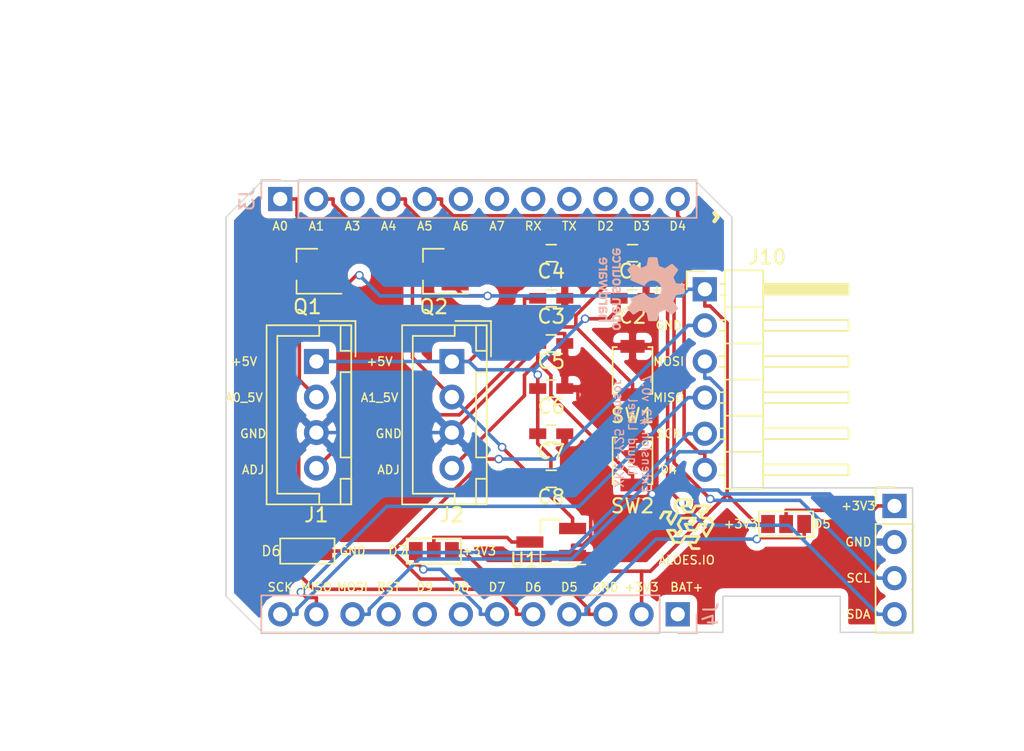
<source format=kicad_pcb>
(kicad_pcb (version 4) (host pcbnew 4.0.7-e2-6376~60~ubuntu17.10.1)

  (general
    (links 48)
    (no_connects 0)
    (area 144.729999 90.119999 193.090001 121.970001)
    (thickness 1.6)
    (drawings 75)
    (tracks 258)
    (zones 0)
    (modules 24)
    (nets 33)
  )

  (page A4)
  (layers
    (0 F.Cu signal)
    (31 B.Cu signal)
    (32 B.Adhes user)
    (33 F.Adhes user)
    (34 B.Paste user)
    (35 F.Paste user)
    (36 B.SilkS user)
    (37 F.SilkS user)
    (38 B.Mask user)
    (39 F.Mask user)
    (40 Dwgs.User user)
    (41 Cmts.User user)
    (42 Eco1.User user)
    (43 Eco2.User user)
    (44 Edge.Cuts user)
    (45 Margin user)
    (46 B.CrtYd user)
    (47 F.CrtYd user)
    (48 B.Fab user)
    (49 F.Fab user)
  )

  (setup
    (last_trace_width 0.25)
    (trace_clearance 0.2)
    (zone_clearance 0.508)
    (zone_45_only no)
    (trace_min 0.2)
    (segment_width 0.2)
    (edge_width 0.1)
    (via_size 0.6)
    (via_drill 0.4)
    (via_min_size 0.4)
    (via_min_drill 0.3)
    (uvia_size 0.3)
    (uvia_drill 0.1)
    (uvias_allowed no)
    (uvia_min_size 0.2)
    (uvia_min_drill 0.1)
    (pcb_text_width 0.3)
    (pcb_text_size 1.5 1.5)
    (mod_edge_width 0.15)
    (mod_text_size 1 1)
    (mod_text_width 0.15)
    (pad_size 1.5 1.5)
    (pad_drill 0.6)
    (pad_to_mask_clearance 0)
    (aux_axis_origin 0 0)
    (visible_elements FFFFFF7F)
    (pcbplotparams
      (layerselection 0x010ff_80000001)
      (usegerberextensions true)
      (excludeedgelayer true)
      (linewidth 0.100000)
      (plotframeref false)
      (viasonmask false)
      (mode 1)
      (useauxorigin false)
      (hpglpennumber 1)
      (hpglpenspeed 20)
      (hpglpendiameter 15)
      (hpglpenoverlay 2)
      (psnegative false)
      (psa4output false)
      (plotreference true)
      (plotvalue true)
      (plotinvisibletext false)
      (padsonsilk false)
      (subtractmaskfromsilk false)
      (outputformat 1)
      (mirror false)
      (drillshape 0)
      (scaleselection 1)
      (outputdirectory /home/ed/Kicad/Cosmonode_full/Cosmonode_ext02/gerber/))
  )

  (net 0 "")
  (net 1 "Net-(C1-Pad1)")
  (net 2 "Net-(C1-Pad2)")
  (net 3 +5V)
  (net 4 "Net-(C5-Pad2)")
  (net 5 +3V3)
  (net 6 GND)
  (net 7 "Net-(J5-Pad2)")
  (net 8 A0_5V)
  (net 9 A1_5V)
  (net 10 A0)
  (net 11 A1)
  (net 12 A3)
  (net 13 A4)
  (net 14 A5)
  (net 15 A6)
  (net 16 A7)
  (net 17 RX)
  (net 18 TX)
  (net 19 D2)
  (net 20 D3)
  (net 21 D4)
  (net 22 +BATT)
  (net 23 D5)
  (net 24 D6)
  (net 25 D7)
  (net 26 D8)
  (net 27 D9)
  (net 28 RST)
  (net 29 MOSI)
  (net 30 MISO)
  (net 31 SCK)
  (net 32 "Net-(J12-Pad2)")

  (net_class Default "Ceci est la Netclass par défaut"
    (clearance 0.2)
    (trace_width 0.25)
    (via_dia 0.6)
    (via_drill 0.4)
    (uvia_dia 0.3)
    (uvia_drill 0.1)
    (add_net +3V3)
    (add_net +5V)
    (add_net +BATT)
    (add_net A0)
    (add_net A0_5V)
    (add_net A1)
    (add_net A1_5V)
    (add_net A3)
    (add_net A4)
    (add_net A5)
    (add_net A6)
    (add_net A7)
    (add_net D2)
    (add_net D3)
    (add_net D4)
    (add_net D5)
    (add_net D6)
    (add_net D7)
    (add_net D8)
    (add_net D9)
    (add_net GND)
    (add_net MISO)
    (add_net MOSI)
    (add_net "Net-(C1-Pad1)")
    (add_net "Net-(C1-Pad2)")
    (add_net "Net-(C5-Pad2)")
    (add_net "Net-(J12-Pad2)")
    (add_net "Net-(J5-Pad2)")
    (add_net RST)
    (add_net RX)
    (add_net SCK)
    (add_net TX)
  )

  (module Socket_Strips:Socket_Strip_Straight_1x04_Pitch2.54mm (layer F.Cu) (tedit 5A350540) (tstamp 5A2E9CEB)
    (at 191.77 113.03)
    (descr "Through hole straight socket strip, 1x04, 2.54mm pitch, single row")
    (tags "Through hole socket strip THT 1x04 2.54mm single row")
    (path /5A2E9D5D)
    (fp_text reference J9 (at 0 -2.33) (layer F.SilkS) hide
      (effects (font (size 1 1) (thickness 0.15)))
    )
    (fp_text value CONN_01X04 (at 0 9.95) (layer F.Fab) hide
      (effects (font (size 1 1) (thickness 0.15)))
    )
    (fp_line (start -1.27 -1.27) (end -1.27 8.89) (layer F.Fab) (width 0.1))
    (fp_line (start -1.27 8.89) (end 1.27 8.89) (layer F.Fab) (width 0.1))
    (fp_line (start 1.27 8.89) (end 1.27 -1.27) (layer F.Fab) (width 0.1))
    (fp_line (start 1.27 -1.27) (end -1.27 -1.27) (layer F.Fab) (width 0.1))
    (fp_line (start -1.33 1.27) (end -1.33 8.95) (layer F.SilkS) (width 0.12))
    (fp_line (start -1.33 8.95) (end 1.33 8.95) (layer F.SilkS) (width 0.12))
    (fp_line (start 1.33 8.95) (end 1.33 1.27) (layer F.SilkS) (width 0.12))
    (fp_line (start 1.33 1.27) (end -1.33 1.27) (layer F.SilkS) (width 0.12))
    (fp_line (start -1.33 0) (end -1.33 -1.33) (layer F.SilkS) (width 0.12))
    (fp_line (start -1.33 -1.33) (end 0 -1.33) (layer F.SilkS) (width 0.12))
    (fp_line (start -1.8 -1.8) (end -1.8 9.4) (layer F.CrtYd) (width 0.05))
    (fp_line (start -1.8 9.4) (end 1.8 9.4) (layer F.CrtYd) (width 0.05))
    (fp_line (start 1.8 9.4) (end 1.8 -1.8) (layer F.CrtYd) (width 0.05))
    (fp_line (start 1.8 -1.8) (end -1.8 -1.8) (layer F.CrtYd) (width 0.05))
    (fp_text user %R (at 0 1.27) (layer F.Fab)
      (effects (font (size 1 1) (thickness 0.15)))
    )
    (pad 1 thru_hole rect (at 0 0) (size 1.7 1.7) (drill 1) (layers *.Cu *.Mask)
      (net 32 "Net-(J12-Pad2)"))
    (pad 2 thru_hole oval (at 0 2.54) (size 1.7 1.7) (drill 1) (layers *.Cu *.Mask)
      (net 1 "Net-(C1-Pad1)"))
    (pad 3 thru_hole oval (at 0 5.08) (size 1.7 1.7) (drill 1) (layers *.Cu *.Mask)
      (net 14 A5))
    (pad 4 thru_hole oval (at 0 7.62) (size 1.7 1.7) (drill 1) (layers *.Cu *.Mask)
      (net 13 A4))
    (model ${KISYS3DMOD}/Socket_Strips.3dshapes/Socket_Strip_Straight_1x04_Pitch2.54mm.wrl
      (at (xyz 0 -0.15 0))
      (scale (xyz 1 1 1))
      (rotate (xyz 0 0 270))
    )
  )

  (module Socket_Strips:Socket_Strip_Straight_1x12_Pitch2.54mm (layer B.Cu) (tedit 5A1E9E1F) (tstamp 5A1E9E42)
    (at 176.53 120.65 90)
    (descr "Through hole straight socket strip, 1x12, 2.54mm pitch, single row")
    (tags "Through hole socket strip THT 1x12 2.54mm single row")
    (path /598047EF)
    (fp_text reference J4 (at 0 2.33 90) (layer B.SilkS)
      (effects (font (size 1 1) (thickness 0.15)) (justify mirror))
    )
    (fp_text value CONN_01X12 (at 0 -30.27 90) (layer B.Fab) hide
      (effects (font (size 1 1) (thickness 0.15)) (justify mirror))
    )
    (fp_line (start -1.27 1.27) (end -1.27 -29.21) (layer B.Fab) (width 0.1))
    (fp_line (start -1.27 -29.21) (end 1.27 -29.21) (layer B.Fab) (width 0.1))
    (fp_line (start 1.27 -29.21) (end 1.27 1.27) (layer B.Fab) (width 0.1))
    (fp_line (start 1.27 1.27) (end -1.27 1.27) (layer B.Fab) (width 0.1))
    (fp_line (start -1.33 -1.27) (end -1.33 -29.27) (layer B.SilkS) (width 0.12))
    (fp_line (start -1.33 -29.27) (end 1.33 -29.27) (layer B.SilkS) (width 0.12))
    (fp_line (start 1.33 -29.27) (end 1.33 -1.27) (layer B.SilkS) (width 0.12))
    (fp_line (start 1.33 -1.27) (end -1.33 -1.27) (layer B.SilkS) (width 0.12))
    (fp_line (start -1.33 0) (end -1.33 1.33) (layer B.SilkS) (width 0.12))
    (fp_line (start -1.33 1.33) (end 0 1.33) (layer B.SilkS) (width 0.12))
    (fp_line (start -1.8 1.8) (end -1.8 -29.75) (layer B.CrtYd) (width 0.05))
    (fp_line (start -1.8 -29.75) (end 1.8 -29.75) (layer B.CrtYd) (width 0.05))
    (fp_line (start 1.8 -29.75) (end 1.8 1.8) (layer B.CrtYd) (width 0.05))
    (fp_line (start 1.8 1.8) (end -1.8 1.8) (layer B.CrtYd) (width 0.05))
    (fp_text user %R (at 0 2.33 90) (layer B.Fab)
      (effects (font (size 1 1) (thickness 0.15)) (justify mirror))
    )
    (pad 1 thru_hole rect (at 0 0 90) (size 1.7 1.7) (drill 1) (layers *.Cu *.Mask)
      (net 22 +BATT))
    (pad 2 thru_hole oval (at 0 -2.54 90) (size 1.7 1.7) (drill 1) (layers *.Cu *.Mask)
      (net 5 +3V3))
    (pad 3 thru_hole oval (at 0 -5.08 90) (size 1.7 1.7) (drill 1) (layers *.Cu *.Mask)
      (net 6 GND))
    (pad 4 thru_hole oval (at 0 -7.62 90) (size 1.7 1.7) (drill 1) (layers *.Cu *.Mask)
      (net 23 D5))
    (pad 5 thru_hole oval (at 0 -10.16 90) (size 1.7 1.7) (drill 1) (layers *.Cu *.Mask)
      (net 24 D6))
    (pad 6 thru_hole oval (at 0 -12.7 90) (size 1.7 1.7) (drill 1) (layers *.Cu *.Mask)
      (net 25 D7))
    (pad 7 thru_hole oval (at 0 -15.24 90) (size 1.7 1.7) (drill 1) (layers *.Cu *.Mask)
      (net 26 D8))
    (pad 8 thru_hole oval (at 0 -17.78 90) (size 1.7 1.7) (drill 1) (layers *.Cu *.Mask)
      (net 27 D9))
    (pad 9 thru_hole oval (at 0 -20.32 90) (size 1.7 1.7) (drill 1) (layers *.Cu *.Mask)
      (net 28 RST))
    (pad 10 thru_hole oval (at 0 -22.86 90) (size 1.7 1.7) (drill 1) (layers *.Cu *.Mask)
      (net 29 MOSI))
    (pad 11 thru_hole oval (at 0 -25.4 90) (size 1.7 1.7) (drill 1) (layers *.Cu *.Mask)
      (net 30 MISO))
    (pad 12 thru_hole oval (at 0 -27.94 90) (size 1.7 1.7) (drill 1) (layers *.Cu *.Mask)
      (net 31 SCK))
    (model ${KISYS3DMOD}/Socket_Strips.3dshapes/Socket_Strip_Straight_1x12_Pitch2.54mm.wrl
      (at (xyz 0 -0.55 0))
      (scale (xyz 1 1 1))
      (rotate (xyz 0 0 270))
    )
  )

  (module Capacitors_SMD:C_0603_HandSoldering (layer F.Cu) (tedit 5A1E9FB9) (tstamp 59CD1B7F)
    (at 173.355 95.25)
    (descr "Capacitor SMD 0603, hand soldering")
    (tags "capacitor 0603")
    (path /598082BB)
    (attr smd)
    (fp_text reference C1 (at 0 1.27) (layer F.SilkS)
      (effects (font (size 1 1) (thickness 0.15)))
    )
    (fp_text value 100nF (at 0 1.5) (layer F.Fab) hide
      (effects (font (size 1 1) (thickness 0.15)))
    )
    (fp_text user %R (at 0 -1.25) (layer F.Fab) hide
      (effects (font (size 1 1) (thickness 0.15)))
    )
    (fp_line (start -0.8 0.4) (end -0.8 -0.4) (layer F.Fab) (width 0.1))
    (fp_line (start 0.8 0.4) (end -0.8 0.4) (layer F.Fab) (width 0.1))
    (fp_line (start 0.8 -0.4) (end 0.8 0.4) (layer F.Fab) (width 0.1))
    (fp_line (start -0.8 -0.4) (end 0.8 -0.4) (layer F.Fab) (width 0.1))
    (fp_line (start -0.35 -0.6) (end 0.35 -0.6) (layer F.SilkS) (width 0.12))
    (fp_line (start 0.35 0.6) (end -0.35 0.6) (layer F.SilkS) (width 0.12))
    (fp_line (start -1.8 -0.65) (end 1.8 -0.65) (layer F.CrtYd) (width 0.05))
    (fp_line (start -1.8 -0.65) (end -1.8 0.65) (layer F.CrtYd) (width 0.05))
    (fp_line (start 1.8 0.65) (end 1.8 -0.65) (layer F.CrtYd) (width 0.05))
    (fp_line (start 1.8 0.65) (end -1.8 0.65) (layer F.CrtYd) (width 0.05))
    (pad 1 smd rect (at -0.95 0) (size 1.2 0.75) (layers F.Cu F.Paste F.Mask)
      (net 1 "Net-(C1-Pad1)"))
    (pad 2 smd rect (at 0.95 0) (size 1.2 0.75) (layers F.Cu F.Paste F.Mask)
      (net 2 "Net-(C1-Pad2)"))
    (model Capacitors_SMD.3dshapes/C_0603.wrl
      (at (xyz 0 0 0))
      (scale (xyz 1 1 1))
      (rotate (xyz 0 0 0))
    )
  )

  (module Capacitors_SMD:C_0603_HandSoldering (layer F.Cu) (tedit 5A1E9FB8) (tstamp 59CD1B85)
    (at 173.355 98.425)
    (descr "Capacitor SMD 0603, hand soldering")
    (tags "capacitor 0603")
    (path /59808564)
    (attr smd)
    (fp_text reference C2 (at 0 1.27) (layer F.SilkS)
      (effects (font (size 1 1) (thickness 0.15)))
    )
    (fp_text value 10uF (at 0 1.5) (layer F.Fab) hide
      (effects (font (size 1 1) (thickness 0.15)))
    )
    (fp_text user %R (at 0 -1.25) (layer F.Fab) hide
      (effects (font (size 1 1) (thickness 0.15)))
    )
    (fp_line (start -0.8 0.4) (end -0.8 -0.4) (layer F.Fab) (width 0.1))
    (fp_line (start 0.8 0.4) (end -0.8 0.4) (layer F.Fab) (width 0.1))
    (fp_line (start 0.8 -0.4) (end 0.8 0.4) (layer F.Fab) (width 0.1))
    (fp_line (start -0.8 -0.4) (end 0.8 -0.4) (layer F.Fab) (width 0.1))
    (fp_line (start -0.35 -0.6) (end 0.35 -0.6) (layer F.SilkS) (width 0.12))
    (fp_line (start 0.35 0.6) (end -0.35 0.6) (layer F.SilkS) (width 0.12))
    (fp_line (start -1.8 -0.65) (end 1.8 -0.65) (layer F.CrtYd) (width 0.05))
    (fp_line (start -1.8 -0.65) (end -1.8 0.65) (layer F.CrtYd) (width 0.05))
    (fp_line (start 1.8 0.65) (end 1.8 -0.65) (layer F.CrtYd) (width 0.05))
    (fp_line (start 1.8 0.65) (end -1.8 0.65) (layer F.CrtYd) (width 0.05))
    (pad 1 smd rect (at -0.95 0) (size 1.2 0.75) (layers F.Cu F.Paste F.Mask)
      (net 3 +5V))
    (pad 2 smd rect (at 0.95 0) (size 1.2 0.75) (layers F.Cu F.Paste F.Mask)
      (net 1 "Net-(C1-Pad1)"))
    (model Capacitors_SMD.3dshapes/C_0603.wrl
      (at (xyz 0 0 0))
      (scale (xyz 1 1 1))
      (rotate (xyz 0 0 0))
    )
  )

  (module Capacitors_SMD:C_0603_HandSoldering (layer F.Cu) (tedit 5A1E9F73) (tstamp 59CD1B8B)
    (at 167.64 98.425)
    (descr "Capacitor SMD 0603, hand soldering")
    (tags "capacitor 0603")
    (path /5980851E)
    (attr smd)
    (fp_text reference C3 (at 0 1.27) (layer F.SilkS)
      (effects (font (size 1 1) (thickness 0.15)))
    )
    (fp_text value 100nF (at 0 1.5) (layer F.Fab) hide
      (effects (font (size 1 1) (thickness 0.15)))
    )
    (fp_text user %R (at 0 -1.25) (layer F.Fab) hide
      (effects (font (size 1 1) (thickness 0.15)))
    )
    (fp_line (start -0.8 0.4) (end -0.8 -0.4) (layer F.Fab) (width 0.1))
    (fp_line (start 0.8 0.4) (end -0.8 0.4) (layer F.Fab) (width 0.1))
    (fp_line (start 0.8 -0.4) (end 0.8 0.4) (layer F.Fab) (width 0.1))
    (fp_line (start -0.8 -0.4) (end 0.8 -0.4) (layer F.Fab) (width 0.1))
    (fp_line (start -0.35 -0.6) (end 0.35 -0.6) (layer F.SilkS) (width 0.12))
    (fp_line (start 0.35 0.6) (end -0.35 0.6) (layer F.SilkS) (width 0.12))
    (fp_line (start -1.8 -0.65) (end 1.8 -0.65) (layer F.CrtYd) (width 0.05))
    (fp_line (start -1.8 -0.65) (end -1.8 0.65) (layer F.CrtYd) (width 0.05))
    (fp_line (start 1.8 0.65) (end 1.8 -0.65) (layer F.CrtYd) (width 0.05))
    (fp_line (start 1.8 0.65) (end -1.8 0.65) (layer F.CrtYd) (width 0.05))
    (pad 1 smd rect (at -0.95 0) (size 1.2 0.75) (layers F.Cu F.Paste F.Mask)
      (net 3 +5V))
    (pad 2 smd rect (at 0.95 0) (size 1.2 0.75) (layers F.Cu F.Paste F.Mask)
      (net 1 "Net-(C1-Pad1)"))
    (model Capacitors_SMD.3dshapes/C_0603.wrl
      (at (xyz 0 0 0))
      (scale (xyz 1 1 1))
      (rotate (xyz 0 0 0))
    )
  )

  (module Capacitors_SMD:C_0603_HandSoldering (layer F.Cu) (tedit 5A1E9F76) (tstamp 59CD1B91)
    (at 167.64 95.25)
    (descr "Capacitor SMD 0603, hand soldering")
    (tags "capacitor 0603")
    (path /598084E3)
    (attr smd)
    (fp_text reference C4 (at 0 1.27) (layer F.SilkS)
      (effects (font (size 1 1) (thickness 0.15)))
    )
    (fp_text value 100nF (at 0 1.5) (layer F.Fab) hide
      (effects (font (size 1 1) (thickness 0.15)))
    )
    (fp_text user %R (at 0 -1.25) (layer F.Fab) hide
      (effects (font (size 1 1) (thickness 0.15)))
    )
    (fp_line (start -0.8 0.4) (end -0.8 -0.4) (layer F.Fab) (width 0.1))
    (fp_line (start 0.8 0.4) (end -0.8 0.4) (layer F.Fab) (width 0.1))
    (fp_line (start 0.8 -0.4) (end 0.8 0.4) (layer F.Fab) (width 0.1))
    (fp_line (start -0.8 -0.4) (end 0.8 -0.4) (layer F.Fab) (width 0.1))
    (fp_line (start -0.35 -0.6) (end 0.35 -0.6) (layer F.SilkS) (width 0.12))
    (fp_line (start 0.35 0.6) (end -0.35 0.6) (layer F.SilkS) (width 0.12))
    (fp_line (start -1.8 -0.65) (end 1.8 -0.65) (layer F.CrtYd) (width 0.05))
    (fp_line (start -1.8 -0.65) (end -1.8 0.65) (layer F.CrtYd) (width 0.05))
    (fp_line (start 1.8 0.65) (end 1.8 -0.65) (layer F.CrtYd) (width 0.05))
    (fp_line (start 1.8 0.65) (end -1.8 0.65) (layer F.CrtYd) (width 0.05))
    (pad 1 smd rect (at -0.95 0) (size 1.2 0.75) (layers F.Cu F.Paste F.Mask)
      (net 8 A0_5V))
    (pad 2 smd rect (at 0.95 0) (size 1.2 0.75) (layers F.Cu F.Paste F.Mask)
      (net 1 "Net-(C1-Pad1)"))
    (model Capacitors_SMD.3dshapes/C_0603.wrl
      (at (xyz 0 0 0))
      (scale (xyz 1 1 1))
      (rotate (xyz 0 0 0))
    )
  )

  (module Capacitors_SMD:C_0603_HandSoldering (layer F.Cu) (tedit 5A1E9F98) (tstamp 59CD1B97)
    (at 167.64 101.6 180)
    (descr "Capacitor SMD 0603, hand soldering")
    (tags "capacitor 0603")
    (path /59809B2A)
    (attr smd)
    (fp_text reference C5 (at 0 -1.27 180) (layer F.SilkS)
      (effects (font (size 1 1) (thickness 0.15)))
    )
    (fp_text value 100nF (at 0 1.5 180) (layer F.Fab) hide
      (effects (font (size 1 1) (thickness 0.15)))
    )
    (fp_text user %R (at 0 1.27 180) (layer F.Fab) hide
      (effects (font (size 1 1) (thickness 0.15)))
    )
    (fp_line (start -0.8 0.4) (end -0.8 -0.4) (layer F.Fab) (width 0.1))
    (fp_line (start 0.8 0.4) (end -0.8 0.4) (layer F.Fab) (width 0.1))
    (fp_line (start 0.8 -0.4) (end 0.8 0.4) (layer F.Fab) (width 0.1))
    (fp_line (start -0.8 -0.4) (end 0.8 -0.4) (layer F.Fab) (width 0.1))
    (fp_line (start -0.35 -0.6) (end 0.35 -0.6) (layer F.SilkS) (width 0.12))
    (fp_line (start 0.35 0.6) (end -0.35 0.6) (layer F.SilkS) (width 0.12))
    (fp_line (start -1.8 -0.65) (end 1.8 -0.65) (layer F.CrtYd) (width 0.05))
    (fp_line (start -1.8 -0.65) (end -1.8 0.65) (layer F.CrtYd) (width 0.05))
    (fp_line (start 1.8 0.65) (end 1.8 -0.65) (layer F.CrtYd) (width 0.05))
    (fp_line (start 1.8 0.65) (end -1.8 0.65) (layer F.CrtYd) (width 0.05))
    (pad 1 smd rect (at -0.95 0 180) (size 1.2 0.75) (layers F.Cu F.Paste F.Mask)
      (net 1 "Net-(C1-Pad1)"))
    (pad 2 smd rect (at 0.95 0 180) (size 1.2 0.75) (layers F.Cu F.Paste F.Mask)
      (net 4 "Net-(C5-Pad2)"))
    (model Capacitors_SMD.3dshapes/C_0603.wrl
      (at (xyz 0 0 0))
      (scale (xyz 1 1 1))
      (rotate (xyz 0 0 0))
    )
  )

  (module Capacitors_SMD:C_0603_HandSoldering (layer F.Cu) (tedit 5A1E9FA1) (tstamp 59CD1B9D)
    (at 167.64 104.775)
    (descr "Capacitor SMD 0603, hand soldering")
    (tags "capacitor 0603")
    (path /59809B3C)
    (attr smd)
    (fp_text reference C6 (at 0 1.27) (layer F.SilkS)
      (effects (font (size 1 1) (thickness 0.15)))
    )
    (fp_text value 10uF (at 0 1.5) (layer F.Fab) hide
      (effects (font (size 1 1) (thickness 0.15)))
    )
    (fp_text user %R (at 0 -1.25) (layer F.Fab) hide
      (effects (font (size 1 1) (thickness 0.15)))
    )
    (fp_line (start -0.8 0.4) (end -0.8 -0.4) (layer F.Fab) (width 0.1))
    (fp_line (start 0.8 0.4) (end -0.8 0.4) (layer F.Fab) (width 0.1))
    (fp_line (start 0.8 -0.4) (end 0.8 0.4) (layer F.Fab) (width 0.1))
    (fp_line (start -0.8 -0.4) (end 0.8 -0.4) (layer F.Fab) (width 0.1))
    (fp_line (start -0.35 -0.6) (end 0.35 -0.6) (layer F.SilkS) (width 0.12))
    (fp_line (start 0.35 0.6) (end -0.35 0.6) (layer F.SilkS) (width 0.12))
    (fp_line (start -1.8 -0.65) (end 1.8 -0.65) (layer F.CrtYd) (width 0.05))
    (fp_line (start -1.8 -0.65) (end -1.8 0.65) (layer F.CrtYd) (width 0.05))
    (fp_line (start 1.8 0.65) (end 1.8 -0.65) (layer F.CrtYd) (width 0.05))
    (fp_line (start 1.8 0.65) (end -1.8 0.65) (layer F.CrtYd) (width 0.05))
    (pad 1 smd rect (at -0.95 0) (size 1.2 0.75) (layers F.Cu F.Paste F.Mask)
      (net 3 +5V))
    (pad 2 smd rect (at 0.95 0) (size 1.2 0.75) (layers F.Cu F.Paste F.Mask)
      (net 1 "Net-(C1-Pad1)"))
    (model Capacitors_SMD.3dshapes/C_0603.wrl
      (at (xyz 0 0 0))
      (scale (xyz 1 1 1))
      (rotate (xyz 0 0 0))
    )
  )

  (module Capacitors_SMD:C_0603_HandSoldering (layer F.Cu) (tedit 5A1E9F9E) (tstamp 59CD1BA3)
    (at 167.64 107.95)
    (descr "Capacitor SMD 0603, hand soldering")
    (tags "capacitor 0603")
    (path /59809B36)
    (attr smd)
    (fp_text reference C7 (at 0 1.27) (layer F.SilkS)
      (effects (font (size 1 1) (thickness 0.15)))
    )
    (fp_text value 100nF (at 0 1.5) (layer F.Fab) hide
      (effects (font (size 1 1) (thickness 0.15)))
    )
    (fp_text user %R (at 0 -1.25) (layer F.Fab) hide
      (effects (font (size 1 1) (thickness 0.15)))
    )
    (fp_line (start -0.8 0.4) (end -0.8 -0.4) (layer F.Fab) (width 0.1))
    (fp_line (start 0.8 0.4) (end -0.8 0.4) (layer F.Fab) (width 0.1))
    (fp_line (start 0.8 -0.4) (end 0.8 0.4) (layer F.Fab) (width 0.1))
    (fp_line (start -0.8 -0.4) (end 0.8 -0.4) (layer F.Fab) (width 0.1))
    (fp_line (start -0.35 -0.6) (end 0.35 -0.6) (layer F.SilkS) (width 0.12))
    (fp_line (start 0.35 0.6) (end -0.35 0.6) (layer F.SilkS) (width 0.12))
    (fp_line (start -1.8 -0.65) (end 1.8 -0.65) (layer F.CrtYd) (width 0.05))
    (fp_line (start -1.8 -0.65) (end -1.8 0.65) (layer F.CrtYd) (width 0.05))
    (fp_line (start 1.8 0.65) (end 1.8 -0.65) (layer F.CrtYd) (width 0.05))
    (fp_line (start 1.8 0.65) (end -1.8 0.65) (layer F.CrtYd) (width 0.05))
    (pad 1 smd rect (at -0.95 0) (size 1.2 0.75) (layers F.Cu F.Paste F.Mask)
      (net 3 +5V))
    (pad 2 smd rect (at 0.95 0) (size 1.2 0.75) (layers F.Cu F.Paste F.Mask)
      (net 1 "Net-(C1-Pad1)"))
    (model Capacitors_SMD.3dshapes/C_0603.wrl
      (at (xyz 0 0 0))
      (scale (xyz 1 1 1))
      (rotate (xyz 0 0 0))
    )
  )

  (module Capacitors_SMD:C_0603_HandSoldering (layer F.Cu) (tedit 5A1E9FB0) (tstamp 59CD1BA9)
    (at 167.64 111.125)
    (descr "Capacitor SMD 0603, hand soldering")
    (tags "capacitor 0603")
    (path /59809B30)
    (attr smd)
    (fp_text reference C8 (at 0 1.27) (layer F.SilkS)
      (effects (font (size 1 1) (thickness 0.15)))
    )
    (fp_text value 100nF (at 0 1.5) (layer F.Fab) hide
      (effects (font (size 1 1) (thickness 0.15)))
    )
    (fp_text user %R (at 0 -1.25) (layer F.Fab) hide
      (effects (font (size 1 1) (thickness 0.15)))
    )
    (fp_line (start -0.8 0.4) (end -0.8 -0.4) (layer F.Fab) (width 0.1))
    (fp_line (start 0.8 0.4) (end -0.8 0.4) (layer F.Fab) (width 0.1))
    (fp_line (start 0.8 -0.4) (end 0.8 0.4) (layer F.Fab) (width 0.1))
    (fp_line (start -0.8 -0.4) (end 0.8 -0.4) (layer F.Fab) (width 0.1))
    (fp_line (start -0.35 -0.6) (end 0.35 -0.6) (layer F.SilkS) (width 0.12))
    (fp_line (start 0.35 0.6) (end -0.35 0.6) (layer F.SilkS) (width 0.12))
    (fp_line (start -1.8 -0.65) (end 1.8 -0.65) (layer F.CrtYd) (width 0.05))
    (fp_line (start -1.8 -0.65) (end -1.8 0.65) (layer F.CrtYd) (width 0.05))
    (fp_line (start 1.8 0.65) (end 1.8 -0.65) (layer F.CrtYd) (width 0.05))
    (fp_line (start 1.8 0.65) (end -1.8 0.65) (layer F.CrtYd) (width 0.05))
    (pad 1 smd rect (at -0.95 0) (size 1.2 0.75) (layers F.Cu F.Paste F.Mask)
      (net 9 A1_5V))
    (pad 2 smd rect (at 0.95 0) (size 1.2 0.75) (layers F.Cu F.Paste F.Mask)
      (net 1 "Net-(C1-Pad1)"))
    (model Capacitors_SMD.3dshapes/C_0603.wrl
      (at (xyz 0 0 0))
      (scale (xyz 1 1 1))
      (rotate (xyz 0 0 0))
    )
  )

  (module Connectors:GS3 (layer F.Cu) (tedit 59D3707A) (tstamp 59CD1BD8)
    (at 159.385 116.205 90)
    (descr "3-pin solder bridge")
    (tags "solder bridge")
    (path /5980D5B2)
    (attr smd)
    (fp_text reference J5 (at -1.905 0 90) (layer F.SilkS) hide
      (effects (font (size 1 1) (thickness 0.15)))
    )
    (fp_text value GS3 (at 1.8 0 180) (layer F.Fab) hide
      (effects (font (size 1 1) (thickness 0.15)))
    )
    (fp_line (start -1.15 -2.15) (end 1.15 -2.15) (layer F.CrtYd) (width 0.05))
    (fp_line (start 1.15 -2.15) (end 1.15 2.15) (layer F.CrtYd) (width 0.05))
    (fp_line (start 1.15 2.15) (end -1.15 2.15) (layer F.CrtYd) (width 0.05))
    (fp_line (start -1.15 2.15) (end -1.15 -2.15) (layer F.CrtYd) (width 0.05))
    (fp_line (start -0.89 -1.91) (end -0.89 1.91) (layer F.SilkS) (width 0.12))
    (fp_line (start -0.89 1.91) (end 0.89 1.91) (layer F.SilkS) (width 0.12))
    (fp_line (start 0.89 1.91) (end 0.89 -1.91) (layer F.SilkS) (width 0.12))
    (fp_line (start -0.89 -1.91) (end 0.89 -1.91) (layer F.SilkS) (width 0.12))
    (pad 1 smd rect (at 0 -1.27 90) (size 1.27 0.97) (layers F.Cu F.Paste F.Mask)
      (net 25 D7))
    (pad 2 smd rect (at 0 0 90) (size 1.27 0.97) (layers F.Cu F.Paste F.Mask)
      (net 7 "Net-(J5-Pad2)"))
    (pad 3 smd rect (at 0 1.27 90) (size 1.27 0.97) (layers F.Cu F.Paste F.Mask)
      (net 5 +3V3))
  )

  (module Connectors:GS3 (layer F.Cu) (tedit 59D3707C) (tstamp 59CD1BDF)
    (at 150.495 116.205 90)
    (descr "3-pin solder bridge")
    (tags "solder bridge")
    (path /5980CC8F)
    (attr smd)
    (fp_text reference J6 (at -1.905 0 180) (layer F.SilkS) hide
      (effects (font (size 1 1) (thickness 0.15)))
    )
    (fp_text value GS3 (at 1.8 0 180) (layer F.Fab) hide
      (effects (font (size 1 1) (thickness 0.15)))
    )
    (fp_line (start -1.15 -2.15) (end 1.15 -2.15) (layer F.CrtYd) (width 0.05))
    (fp_line (start 1.15 -2.15) (end 1.15 2.15) (layer F.CrtYd) (width 0.05))
    (fp_line (start 1.15 2.15) (end -1.15 2.15) (layer F.CrtYd) (width 0.05))
    (fp_line (start -1.15 2.15) (end -1.15 -2.15) (layer F.CrtYd) (width 0.05))
    (fp_line (start -0.89 -1.91) (end -0.89 1.91) (layer F.SilkS) (width 0.12))
    (fp_line (start -0.89 1.91) (end 0.89 1.91) (layer F.SilkS) (width 0.12))
    (fp_line (start 0.89 1.91) (end 0.89 -1.91) (layer F.SilkS) (width 0.12))
    (fp_line (start -0.89 -1.91) (end 0.89 -1.91) (layer F.SilkS) (width 0.12))
    (pad 1 smd rect (at 0 -1.27 90) (size 1.27 0.97) (layers F.Cu F.Paste F.Mask)
      (net 24 D6))
    (pad 2 smd rect (at 0 0 90) (size 1.27 0.97) (layers F.Cu F.Paste F.Mask)
      (net 1 "Net-(C1-Pad1)"))
    (pad 3 smd rect (at 0 1.27 90) (size 1.27 0.97) (layers F.Cu F.Paste F.Mask)
      (net 6 GND))
  )

  (module TO_SOT_Packages_SMD:SOT-23_Handsoldering (layer F.Cu) (tedit 59CD1E3D) (tstamp 59CD1BE6)
    (at 150.495 96.52 180)
    (descr "SOT-23, Handsoldering")
    (tags SOT-23)
    (path /5980A68A)
    (attr smd)
    (fp_text reference Q1 (at 0 -2.5 180) (layer F.SilkS)
      (effects (font (size 1 1) (thickness 0.15)))
    )
    (fp_text value BSS138 (at 0 2.5 180) (layer F.Fab) hide
      (effects (font (size 1 1) (thickness 0.15)))
    )
    (fp_text user %R (at 0 0 270) (layer F.Fab)
      (effects (font (size 0.5 0.5) (thickness 0.075)))
    )
    (fp_line (start 0.76 1.58) (end 0.76 0.65) (layer F.SilkS) (width 0.12))
    (fp_line (start 0.76 -1.58) (end 0.76 -0.65) (layer F.SilkS) (width 0.12))
    (fp_line (start -2.7 -1.75) (end 2.7 -1.75) (layer F.CrtYd) (width 0.05))
    (fp_line (start 2.7 -1.75) (end 2.7 1.75) (layer F.CrtYd) (width 0.05))
    (fp_line (start 2.7 1.75) (end -2.7 1.75) (layer F.CrtYd) (width 0.05))
    (fp_line (start -2.7 1.75) (end -2.7 -1.75) (layer F.CrtYd) (width 0.05))
    (fp_line (start 0.76 -1.58) (end -2.4 -1.58) (layer F.SilkS) (width 0.12))
    (fp_line (start -0.7 -0.95) (end -0.7 1.5) (layer F.Fab) (width 0.1))
    (fp_line (start -0.15 -1.52) (end 0.7 -1.52) (layer F.Fab) (width 0.1))
    (fp_line (start -0.7 -0.95) (end -0.15 -1.52) (layer F.Fab) (width 0.1))
    (fp_line (start 0.7 -1.52) (end 0.7 1.52) (layer F.Fab) (width 0.1))
    (fp_line (start -0.7 1.52) (end 0.7 1.52) (layer F.Fab) (width 0.1))
    (fp_line (start 0.76 1.58) (end -0.7 1.58) (layer F.SilkS) (width 0.12))
    (pad 1 smd rect (at -1.5 -0.95 180) (size 1.9 0.8) (layers F.Cu F.Paste F.Mask)
      (net 5 +3V3))
    (pad 2 smd rect (at -1.5 0.95 180) (size 1.9 0.8) (layers F.Cu F.Paste F.Mask)
      (net 10 A0))
    (pad 3 smd rect (at 1.5 0 180) (size 1.9 0.8) (layers F.Cu F.Paste F.Mask)
      (net 8 A0_5V))
    (model ${KISYS3DMOD}/TO_SOT_Packages_SMD.3dshapes\SOT-23.wrl
      (at (xyz 0 0 0))
      (scale (xyz 1 1 1))
      (rotate (xyz 0 0 0))
    )
  )

  (module TO_SOT_Packages_SMD:SOT-23_Handsoldering (layer F.Cu) (tedit 59CD1E3F) (tstamp 59CD1BED)
    (at 159.385 96.52 180)
    (descr "SOT-23, Handsoldering")
    (tags SOT-23)
    (path /5980A745)
    (attr smd)
    (fp_text reference Q2 (at 0 -2.5 180) (layer F.SilkS)
      (effects (font (size 1 1) (thickness 0.15)))
    )
    (fp_text value BSS138 (at 0 2.5 180) (layer F.Fab) hide
      (effects (font (size 1 1) (thickness 0.15)))
    )
    (fp_text user %R (at 0 0 270) (layer F.Fab)
      (effects (font (size 0.5 0.5) (thickness 0.075)))
    )
    (fp_line (start 0.76 1.58) (end 0.76 0.65) (layer F.SilkS) (width 0.12))
    (fp_line (start 0.76 -1.58) (end 0.76 -0.65) (layer F.SilkS) (width 0.12))
    (fp_line (start -2.7 -1.75) (end 2.7 -1.75) (layer F.CrtYd) (width 0.05))
    (fp_line (start 2.7 -1.75) (end 2.7 1.75) (layer F.CrtYd) (width 0.05))
    (fp_line (start 2.7 1.75) (end -2.7 1.75) (layer F.CrtYd) (width 0.05))
    (fp_line (start -2.7 1.75) (end -2.7 -1.75) (layer F.CrtYd) (width 0.05))
    (fp_line (start 0.76 -1.58) (end -2.4 -1.58) (layer F.SilkS) (width 0.12))
    (fp_line (start -0.7 -0.95) (end -0.7 1.5) (layer F.Fab) (width 0.1))
    (fp_line (start -0.15 -1.52) (end 0.7 -1.52) (layer F.Fab) (width 0.1))
    (fp_line (start -0.7 -0.95) (end -0.15 -1.52) (layer F.Fab) (width 0.1))
    (fp_line (start 0.7 -1.52) (end 0.7 1.52) (layer F.Fab) (width 0.1))
    (fp_line (start -0.7 1.52) (end 0.7 1.52) (layer F.Fab) (width 0.1))
    (fp_line (start 0.76 1.58) (end -0.7 1.58) (layer F.SilkS) (width 0.12))
    (pad 1 smd rect (at -1.5 -0.95 180) (size 1.9 0.8) (layers F.Cu F.Paste F.Mask)
      (net 5 +3V3))
    (pad 2 smd rect (at -1.5 0.95 180) (size 1.9 0.8) (layers F.Cu F.Paste F.Mask)
      (net 11 A1))
    (pad 3 smd rect (at 1.5 0 180) (size 1.9 0.8) (layers F.Cu F.Paste F.Mask)
      (net 9 A1_5V))
    (model ${KISYS3DMOD}/TO_SOT_Packages_SMD.3dshapes\SOT-23.wrl
      (at (xyz 0 0 0))
      (scale (xyz 1 1 1))
      (rotate (xyz 0 0 0))
    )
  )

  (module Buttons_Switches_SMD:SW_SPST_B3U-1000P (layer F.Cu) (tedit 5A1E9FC8) (tstamp 59CD1BF3)
    (at 173.355 103.505 90)
    (descr "Ultra-small-sized Tactile Switch with High Contact Reliability, Top-actuated Model, without Ground Terminal, without Boss")
    (tags "Tactile Switch")
    (path /59808B9E)
    (attr smd)
    (fp_text reference SW1 (at -3.175 0 360) (layer F.SilkS)
      (effects (font (size 1 1) (thickness 0.15)))
    )
    (fp_text value SW_Push (at 0 2.5 90) (layer F.Fab) hide
      (effects (font (size 1 1) (thickness 0.15)))
    )
    (fp_text user %R (at 0 -2.5 90) (layer F.Fab) hide
      (effects (font (size 1 1) (thickness 0.15)))
    )
    (fp_line (start -2.4 1.65) (end 2.4 1.65) (layer F.CrtYd) (width 0.05))
    (fp_line (start 2.4 1.65) (end 2.4 -1.65) (layer F.CrtYd) (width 0.05))
    (fp_line (start 2.4 -1.65) (end -2.4 -1.65) (layer F.CrtYd) (width 0.05))
    (fp_line (start -2.4 -1.65) (end -2.4 1.65) (layer F.CrtYd) (width 0.05))
    (fp_line (start -1.65 1.1) (end -1.65 1.4) (layer F.SilkS) (width 0.12))
    (fp_line (start -1.65 1.4) (end 1.65 1.4) (layer F.SilkS) (width 0.12))
    (fp_line (start 1.65 1.4) (end 1.65 1.1) (layer F.SilkS) (width 0.12))
    (fp_line (start -1.65 -1.1) (end -1.65 -1.4) (layer F.SilkS) (width 0.12))
    (fp_line (start -1.65 -1.4) (end 1.65 -1.4) (layer F.SilkS) (width 0.12))
    (fp_line (start 1.65 -1.4) (end 1.65 -1.1) (layer F.SilkS) (width 0.12))
    (fp_line (start -1.5 -1.25) (end 1.5 -1.25) (layer F.Fab) (width 0.1))
    (fp_line (start 1.5 -1.25) (end 1.5 1.25) (layer F.Fab) (width 0.1))
    (fp_line (start 1.5 1.25) (end -1.5 1.25) (layer F.Fab) (width 0.1))
    (fp_line (start -1.5 1.25) (end -1.5 -1.25) (layer F.Fab) (width 0.1))
    (fp_circle (center 0 0) (end 0.75 0) (layer F.Fab) (width 0.1))
    (pad 1 smd rect (at -1.7 0 90) (size 0.9 1.7) (layers F.Cu F.Paste F.Mask)
      (net 2 "Net-(C1-Pad2)"))
    (pad 2 smd rect (at 1.7 0 90) (size 0.9 1.7) (layers F.Cu F.Paste F.Mask)
      (net 1 "Net-(C1-Pad1)"))
    (model ${KISYS3DMOD}/Buttons_Switches_SMD.3dshapes/SW_SPST_B3U-1000P.wrl
      (at (xyz 0 0 0))
      (scale (xyz 1 1 1))
      (rotate (xyz 0 0 0))
    )
  )

  (module Buttons_Switches_SMD:SW_SPST_B3U-1000P (layer F.Cu) (tedit 5A1E9FC5) (tstamp 59CD1BF9)
    (at 173.355 109.855 90)
    (descr "Ultra-small-sized Tactile Switch with High Contact Reliability, Top-actuated Model, without Ground Terminal, without Boss")
    (tags "Tactile Switch")
    (path /59809B42)
    (attr smd)
    (fp_text reference SW2 (at -3.175 0 180) (layer F.SilkS)
      (effects (font (size 1 1) (thickness 0.15)))
    )
    (fp_text value SW_Push (at 0 2.5 90) (layer F.Fab) hide
      (effects (font (size 1 1) (thickness 0.15)))
    )
    (fp_text user %R (at 0 -2.5 90) (layer F.Fab) hide
      (effects (font (size 1 1) (thickness 0.15)))
    )
    (fp_line (start -2.4 1.65) (end 2.4 1.65) (layer F.CrtYd) (width 0.05))
    (fp_line (start 2.4 1.65) (end 2.4 -1.65) (layer F.CrtYd) (width 0.05))
    (fp_line (start 2.4 -1.65) (end -2.4 -1.65) (layer F.CrtYd) (width 0.05))
    (fp_line (start -2.4 -1.65) (end -2.4 1.65) (layer F.CrtYd) (width 0.05))
    (fp_line (start -1.65 1.1) (end -1.65 1.4) (layer F.SilkS) (width 0.12))
    (fp_line (start -1.65 1.4) (end 1.65 1.4) (layer F.SilkS) (width 0.12))
    (fp_line (start 1.65 1.4) (end 1.65 1.1) (layer F.SilkS) (width 0.12))
    (fp_line (start -1.65 -1.1) (end -1.65 -1.4) (layer F.SilkS) (width 0.12))
    (fp_line (start -1.65 -1.4) (end 1.65 -1.4) (layer F.SilkS) (width 0.12))
    (fp_line (start 1.65 -1.4) (end 1.65 -1.1) (layer F.SilkS) (width 0.12))
    (fp_line (start -1.5 -1.25) (end 1.5 -1.25) (layer F.Fab) (width 0.1))
    (fp_line (start 1.5 -1.25) (end 1.5 1.25) (layer F.Fab) (width 0.1))
    (fp_line (start 1.5 1.25) (end -1.5 1.25) (layer F.Fab) (width 0.1))
    (fp_line (start -1.5 1.25) (end -1.5 -1.25) (layer F.Fab) (width 0.1))
    (fp_circle (center 0 0) (end 0.75 0) (layer F.Fab) (width 0.1))
    (pad 1 smd rect (at -1.7 0 90) (size 0.9 1.7) (layers F.Cu F.Paste F.Mask)
      (net 4 "Net-(C5-Pad2)"))
    (pad 2 smd rect (at 1.7 0 90) (size 0.9 1.7) (layers F.Cu F.Paste F.Mask)
      (net 1 "Net-(C1-Pad1)"))
    (model ${KISYS3DMOD}/Buttons_Switches_SMD.3dshapes/SW_SPST_B3U-1000P.wrl
      (at (xyz 0 0 0))
      (scale (xyz 1 1 1))
      (rotate (xyz 0 0 0))
    )
  )

  (module TO_SOT_Packages_SMD:SOT-23_Handsoldering (layer F.Cu) (tedit 5A1EA31B) (tstamp 59CD1CEB)
    (at 167.64 115.57 180)
    (descr "SOT-23, Handsoldering")
    (tags SOT-23)
    (path /5980A599)
    (attr smd)
    (fp_text reference U1 (at 1.905 -1.27 180) (layer F.SilkS)
      (effects (font (size 1 1) (thickness 0.15)))
    )
    (fp_text value XC6206P502MR (at 0 2.5 180) (layer F.Fab) hide
      (effects (font (size 1 1) (thickness 0.15)))
    )
    (fp_text user %R (at 0 0 270) (layer F.Fab)
      (effects (font (size 0.5 0.5) (thickness 0.075)))
    )
    (fp_line (start 0.76 1.58) (end 0.76 0.65) (layer F.SilkS) (width 0.12))
    (fp_line (start 0.76 -1.58) (end 0.76 -0.65) (layer F.SilkS) (width 0.12))
    (fp_line (start -2.7 -1.75) (end 2.7 -1.75) (layer F.CrtYd) (width 0.05))
    (fp_line (start 2.7 -1.75) (end 2.7 1.75) (layer F.CrtYd) (width 0.05))
    (fp_line (start 2.7 1.75) (end -2.7 1.75) (layer F.CrtYd) (width 0.05))
    (fp_line (start -2.7 1.75) (end -2.7 -1.75) (layer F.CrtYd) (width 0.05))
    (fp_line (start 0.76 -1.58) (end -2.4 -1.58) (layer F.SilkS) (width 0.12))
    (fp_line (start -0.7 -0.95) (end -0.7 1.5) (layer F.Fab) (width 0.1))
    (fp_line (start -0.15 -1.52) (end 0.7 -1.52) (layer F.Fab) (width 0.1))
    (fp_line (start -0.7 -0.95) (end -0.15 -1.52) (layer F.Fab) (width 0.1))
    (fp_line (start 0.7 -1.52) (end 0.7 1.52) (layer F.Fab) (width 0.1))
    (fp_line (start -0.7 1.52) (end 0.7 1.52) (layer F.Fab) (width 0.1))
    (fp_line (start 0.76 1.58) (end -0.7 1.58) (layer F.SilkS) (width 0.12))
    (pad 1 smd rect (at -1.5 -0.95 180) (size 1.9 0.8) (layers F.Cu F.Paste F.Mask)
      (net 1 "Net-(C1-Pad1)"))
    (pad 2 smd rect (at -1.5 0.95 180) (size 1.9 0.8) (layers F.Cu F.Paste F.Mask)
      (net 3 +5V))
    (pad 3 smd rect (at 1.5 0 180) (size 1.9 0.8) (layers F.Cu F.Paste F.Mask)
      (net 7 "Net-(J5-Pad2)"))
    (model ${KISYS3DMOD}/TO_SOT_Packages_SMD.3dshapes\SOT-23.wrl
      (at (xyz 0 0 0))
      (scale (xyz 1 1 1))
      (rotate (xyz 0 0 0))
    )
  )

  (module Aloes:Aloes_mini (layer F.Cu) (tedit 0) (tstamp 59D33B10)
    (at 177.165 114.3)
    (path /59D33BEF)
    (fp_text reference J7 (at 0 0) (layer F.SilkS) hide
      (effects (font (thickness 0.3)))
    )
    (fp_text value Aloes_Logo (at 0.75 0) (layer F.SilkS) hide
      (effects (font (thickness 0.3)))
    )
    (fp_poly (pts (xy -0.009945 -1.794874) (xy 0.081325 -1.79478) (xy 0.158284 -1.794581) (xy 0.222242 -1.79424)
      (xy 0.274511 -1.793716) (xy 0.316401 -1.792973) (xy 0.349224 -1.791972) (xy 0.374291 -1.790675)
      (xy 0.392912 -1.789043) (xy 0.406399 -1.787038) (xy 0.416062 -1.784621) (xy 0.423213 -1.781755)
      (xy 0.428242 -1.77897) (xy 0.455972 -1.75336) (xy 0.470062 -1.720607) (xy 0.468969 -1.684557)
      (xy 0.467789 -1.680338) (xy 0.460767 -1.664051) (xy 0.446474 -1.635909) (xy 0.426244 -1.598215)
      (xy 0.40141 -1.553275) (xy 0.373305 -1.503394) (xy 0.343261 -1.450876) (xy 0.312612 -1.398027)
      (xy 0.282691 -1.347152) (xy 0.25483 -1.300555) (xy 0.230362 -1.260542) (xy 0.210621 -1.229417)
      (xy 0.196939 -1.209485) (xy 0.192306 -1.203963) (xy 0.184936 -1.197887) (xy 0.175884 -1.193202)
      (xy 0.162821 -1.189633) (xy 0.143415 -1.186904) (xy 0.115336 -1.184739) (xy 0.076254 -1.182862)
      (xy 0.023837 -1.180996) (xy -0.010985 -1.179892) (xy -0.064701 -1.178078) (xy -0.112224 -1.176196)
      (xy -0.151121 -1.174365) (xy -0.178962 -1.172704) (xy -0.193313 -1.171334) (xy -0.194733 -1.170879)
      (xy -0.190723 -1.162795) (xy -0.179658 -1.142651) (xy -0.162988 -1.113032) (xy -0.142162 -1.076523)
      (xy -0.129117 -1.053846) (xy -0.0635 -0.940116) (xy 0.326814 -0.9398) (xy 0.436127 -1.131614)
      (xy 0.466619 -1.184451) (xy 0.495512 -1.23327) (xy 0.521435 -1.275851) (xy 0.543016 -1.309973)
      (xy 0.558883 -1.333414) (xy 0.56685 -1.343281) (xy 0.58826 -1.363133) (xy 1.656145 -1.363133)
      (xy 1.683206 -1.335213) (xy 1.695806 -1.321387) (xy 1.704833 -1.308113) (xy 1.709741 -1.293731)
      (xy 1.709984 -1.276583) (xy 1.705015 -1.255008) (xy 1.694289 -1.227346) (xy 1.677259 -1.191939)
      (xy 1.653378 -1.147128) (xy 1.622102 -1.091251) (xy 1.582883 -1.022651) (xy 1.576917 -1.012266)
      (xy 1.53548 -0.940727) (xy 1.501294 -0.883021) (xy 1.473646 -0.838034) (xy 1.451824 -0.804657)
      (xy 1.435115 -0.781778) (xy 1.422805 -0.768284) (xy 1.418167 -0.764765) (xy 1.407296 -0.75939)
      (xy 1.392977 -0.755229) (xy 1.372779 -0.752045) (xy 1.344271 -0.749599) (xy 1.305023 -0.747652)
      (xy 1.252603 -0.745965) (xy 1.21745 -0.745066) (xy 1.042132 -0.740833) (xy 1.110318 -0.624417)
      (xy 1.178504 -0.508) (xy 1.332202 -0.506923) (xy 1.390142 -0.506239) (xy 1.450283 -0.505051)
      (xy 1.507317 -0.503496) (xy 1.555938 -0.501709) (xy 1.579033 -0.500573) (xy 1.672167 -0.4953)
      (xy 1.702919 -0.448733) (xy 1.715723 -0.428494) (xy 1.735461 -0.396213) (xy 1.760571 -0.354497)
      (xy 1.789489 -0.305952) (xy 1.820655 -0.253186) (xy 1.844736 -0.212116) (xy 1.879327 -0.152585)
      (xy 1.90608 -0.105584) (xy 1.92595 -0.069169) (xy 1.939891 -0.041399) (xy 1.948858 -0.020332)
      (xy 1.953805 -0.004026) (xy 1.955688 0.009461) (xy 1.9558 0.0138) (xy 1.955035 0.022672)
      (xy 1.952323 0.033782) (xy 1.947046 0.048291) (xy 1.938581 0.06736) (xy 1.926307 0.092149)
      (xy 1.909602 0.123819) (xy 1.887847 0.16353) (xy 1.86042 0.212442) (xy 1.826699 0.271717)
      (xy 1.786064 0.342514) (xy 1.737893 0.425995) (xy 1.701799 0.488383) (xy 1.653951 0.570677)
      (xy 1.608564 0.648059) (xy 1.566399 0.719271) (xy 1.52822 0.783055) (xy 1.494787 0.838155)
      (xy 1.466862 0.883312) (xy 1.445207 0.917268) (xy 1.430585 0.938767) (xy 1.424515 0.946108)
      (xy 1.392645 0.961908) (xy 1.356289 0.963691) (xy 1.32112 0.951342) (xy 1.310173 0.940929)
      (xy 1.293632 0.919023) (xy 1.271042 0.884911) (xy 1.241949 0.837882) (xy 1.2059 0.777224)
      (xy 1.165297 0.7072) (xy 1.127278 0.640759) (xy 1.097077 0.587183) (xy 1.073855 0.54479)
      (xy 1.056768 0.511895) (xy 1.044974 0.486813) (xy 1.037633 0.46786) (xy 1.033902 0.453352)
      (xy 1.032934 0.442392) (xy 1.034515 0.426334) (xy 1.040029 0.407281) (xy 1.050631 0.38269)
      (xy 1.067477 0.350017) (xy 1.091723 0.306722) (xy 1.105221 0.283325) (xy 1.130156 0.240213)
      (xy 1.152935 0.200541) (xy 1.171832 0.16734) (xy 1.185117 0.143644) (xy 1.190105 0.134425)
      (xy 1.202702 0.110067) (xy 0.9271 0.110329) (xy 0.817034 0.302815) (xy 0.786465 0.355657)
      (xy 0.75758 0.404438) (xy 0.731734 0.446956) (xy 0.710283 0.481012) (xy 0.694584 0.504405)
      (xy 0.686681 0.51435) (xy 0.680894 0.519494) (xy 0.674455 0.523615) (xy 0.665555 0.526824)
      (xy 0.652388 0.529231) (xy 0.633145 0.530948) (xy 0.60602 0.532085) (xy 0.569205 0.532753)
      (xy 0.520892 0.533064) (xy 0.459276 0.533129) (xy 0.382547 0.533057) (xy 0.381881 0.533056)
      (xy 0.097367 0.532712) (xy 0.071362 0.509773) (xy 0.059286 0.495421) (xy 0.040938 0.46888)
      (xy 0.017588 0.432384) (xy -0.009495 0.388167) (xy -0.03904 0.338462) (xy -0.069777 0.285504)
      (xy -0.100436 0.231527) (xy -0.129747 0.178764) (xy -0.15644 0.12945) (xy -0.179246 0.085818)
      (xy -0.196893 0.050101) (xy -0.208113 0.024536) (xy -0.211667 0.011931) (xy -0.204951 -0.014234)
      (xy -0.186632 -0.043434) (xy -0.18565 -0.044637) (xy -0.159634 -0.0762) (xy 0.0366 -0.077119)
      (xy 0.095847 -0.077622) (xy 0.152357 -0.078521) (xy 0.202931 -0.07973) (xy 0.244369 -0.081168)
      (xy 0.273473 -0.082752) (xy 0.281508 -0.083469) (xy 0.330182 -0.0889) (xy 0.397079 -0.205317)
      (xy 0.463975 -0.321733) (xy -0.310047 -0.321733) (xy -0.405499 -0.155207) (xy -0.436602 -0.100621)
      (xy -0.459964 -0.058649) (xy -0.476491 -0.027342) (xy -0.487088 -0.004754) (xy -0.49266 0.011063)
      (xy -0.494112 0.022055) (xy -0.492349 0.03017) (xy -0.492025 0.030912) (xy -0.485389 0.043483)
      (xy -0.471478 0.068416) (xy -0.451575 0.103459) (xy -0.426964 0.146362) (xy -0.398927 0.194876)
      (xy -0.377016 0.232573) (xy -0.339775 0.297296) (xy -0.31117 0.348909) (xy -0.290639 0.38852)
      (xy -0.277618 0.417238) (xy -0.271548 0.436169) (xy -0.270933 0.441732) (xy -0.272258 0.452795)
      (xy -0.276706 0.467579) (xy -0.284984 0.487408) (xy -0.297802 0.513611) (xy -0.315869 0.547512)
      (xy -0.339892 0.590439) (xy -0.370581 0.643718) (xy -0.408644 0.708675) (xy -0.45479 0.786637)
      (xy -0.45887 0.793504) (xy -0.486972 0.839948) (xy -0.513155 0.881628) (xy -0.535894 0.91624)
      (xy -0.553663 0.941481) (xy -0.564936 0.955047) (xy -0.566807 0.956488) (xy -0.594482 0.963936)
      (xy -0.627792 0.963082) (xy -0.657805 0.954254) (xy -0.660097 0.953048) (xy -0.671679 0.941287)
      (xy -0.690619 0.914991) (xy -0.71657 0.8747) (xy -0.749185 0.82096) (xy -0.788118 0.754311)
      (xy -0.796583 0.739565) (xy -0.912205 0.537634) (xy -1.05348 0.53531) (xy -1.194756 0.532986)
      (xy -1.173565 0.569177) (xy -1.16474 0.584349) (xy -1.148487 0.612397) (xy -1.125838 0.651533)
      (xy -1.09783 0.699967) (xy -1.065496 0.755909) (xy -1.029872 0.81757) (xy -0.991991 0.88316)
      (xy -0.978842 0.905934) (xy -0.805311 1.2065) (xy -0.612205 1.208619) (xy -0.4191 1.210738)
      (xy -0.305142 1.011082) (xy -0.269937 0.950296) (xy -0.238219 0.897294) (xy -0.210977 0.853637)
      (xy -0.189199 0.820884) (xy -0.173873 0.800594) (xy -0.168369 0.79518) (xy -0.163114 0.791849)
      (xy -0.156562 0.789007) (xy -0.147415 0.786615) (xy -0.134374 0.784634) (xy -0.116139 0.783026)
      (xy -0.091412 0.781751) (xy -0.058894 0.780773) (xy -0.017286 0.78005) (xy 0.034709 0.779546)
      (xy 0.098392 0.779221) (xy 0.175061 0.779036) (xy 0.266015 0.778953) (xy 0.372552 0.778934)
      (xy 0.377074 0.778934) (xy 0.484214 0.77895) (xy 0.57573 0.779025) (xy 0.652932 0.779199)
      (xy 0.717131 0.779511) (xy 0.769636 0.780001) (xy 0.811757 0.78071) (xy 0.844804 0.781677)
      (xy 0.870087 0.782941) (xy 0.888916 0.784543) (xy 0.9026 0.786522) (xy 0.91245 0.788918)
      (xy 0.919776 0.791771) (xy 0.925887 0.795121) (xy 0.926726 0.795636) (xy 0.951025 0.819053)
      (xy 0.965418 0.850065) (xy 0.967638 0.882647) (xy 0.964321 0.895547) (xy 0.957118 0.910696)
      (xy 0.942786 0.937792) (xy 0.922639 0.974548) (xy 0.897992 1.018678) (xy 0.870162 1.067893)
      (xy 0.840463 1.119908) (xy 0.810211 1.172435) (xy 0.780722 1.223187) (xy 0.75331 1.269877)
      (xy 0.729291 1.310218) (xy 0.709981 1.341923) (xy 0.696695 1.362706) (xy 0.691726 1.369483)
      (xy 0.685585 1.375655) (xy 0.678383 1.380325) (xy 0.667856 1.383704) (xy 0.65174 1.385999)
      (xy 0.627772 1.387421) (xy 0.593686 1.388178) (xy 0.54722 1.388479) (xy 0.486109 1.388533)
      (xy 0.485358 1.388533) (xy 0.43086 1.388804) (xy 0.382553 1.389563) (xy 0.342828 1.39073)
      (xy 0.314078 1.392223) (xy 0.298693 1.393963) (xy 0.296759 1.394883) (xy 0.300951 1.404038)
      (xy 0.312238 1.425141) (xy 0.329152 1.455535) (xy 0.350221 1.492562) (xy 0.363479 1.515533)
      (xy 0.429774 1.629833) (xy 0.627637 1.635054) (xy 0.686828 1.636613) (xy 0.743023 1.638087)
      (xy 0.793108 1.639397) (xy 0.833967 1.640459) (xy 0.862488 1.641194) (xy 0.870787 1.641404)
      (xy 0.899792 1.643597) (xy 0.919201 1.650268) (xy 0.936273 1.664268) (xy 0.940637 1.668829)
      (xy 0.960598 1.701049) (xy 0.965647 1.73595) (xy 0.956513 1.76973) (xy 0.933926 1.798584)
      (xy 0.913069 1.812546) (xy 0.897817 1.81921) (xy 0.880643 1.823671) (xy 0.858097 1.82626)
      (xy 0.826731 1.827311) (xy 0.783095 1.827157) (xy 0.764454 1.826882) (xy 0.71492 1.826074)
      (xy 0.65445 1.825095) (xy 0.589042 1.824043) (xy 0.524692 1.823014) (xy 0.490255 1.822467)
      (xy 0.434825 1.821493) (xy 0.393801 1.820381) (xy 0.364657 1.818822) (xy 0.344868 1.816505)
      (xy 0.331907 1.813122) (xy 0.323248 1.808365) (xy 0.316365 1.801923) (xy 0.315611 1.801101)
      (xy 0.307128 1.789157) (xy 0.291461 1.764505) (xy 0.269816 1.729147) (xy 0.243402 1.685084)
      (xy 0.213425 1.634318) (xy 0.181092 1.578849) (xy 0.170373 1.560308) (xy 0.133688 1.496525)
      (xy 0.104704 1.445502) (xy 0.082528 1.405409) (xy 0.066266 1.374416) (xy 0.055025 1.350691)
      (xy 0.047913 1.332404) (xy 0.044037 1.317724) (xy 0.042503 1.304822) (xy 0.042334 1.297841)
      (xy 0.043855 1.271334) (xy 0.050764 1.253961) (xy 0.06658 1.238024) (xy 0.071515 1.234017)
      (xy 0.100695 1.210733) (xy 0.336098 1.210731) (xy 0.5715 1.210729) (xy 0.615846 1.132415)
      (xy 0.637668 1.093967) (xy 0.659584 1.055503) (xy 0.678279 1.022834) (xy 0.685867 1.00965)
      (xy 0.711543 0.9652) (xy 0.324021 0.965239) (xy -0.0635 0.965277) (xy -0.164328 1.145155)
      (xy -0.194093 1.197362) (xy -0.222949 1.246334) (xy -0.249333 1.289541) (xy -0.271682 1.324457)
      (xy -0.288433 1.348553) (xy -0.295163 1.356783) (xy -0.32517 1.388533) (xy -0.613435 1.388264)
      (xy -0.694032 1.38807) (xy -0.759289 1.38761) (xy -0.810798 1.386822) (xy -0.850151 1.385642)
      (xy -0.87894 1.384006) (xy -0.898756 1.381852) (xy -0.911192 1.379117) (xy -0.917291 1.376181)
      (xy -0.924219 1.366892) (xy -0.938781 1.344216) (xy -0.960199 1.30946) (xy -0.987694 1.263931)
      (xy -1.020487 1.208936) (xy -1.057797 1.145783) (xy -1.098845 1.075778) (xy -1.142853 1.00023)
      (xy -1.189041 0.920445) (xy -1.190341 0.918191) (xy -1.245503 0.822574) (xy -1.292735 0.740472)
      (xy -1.332552 0.670723) (xy -1.365465 0.612164) (xy -1.39199 0.563631) (xy -1.412639 0.523962)
      (xy -1.427925 0.491993) (xy -1.438362 0.466563) (xy -1.444464 0.446507) (xy -1.446744 0.430663)
      (xy -1.445714 0.417868) (xy -1.441889 0.406959) (xy -1.435783 0.396773) (xy -1.427907 0.386148)
      (xy -1.426202 0.383916) (xy -1.404605 0.3556) (xy -1.114077 0.3556) (xy -1.035997 0.355646)
      (xy -0.97306 0.355846) (xy -0.923476 0.356294) (xy -0.885454 0.357085) (xy -0.857204 0.358313)
      (xy -0.836936 0.360071) (xy -0.82286 0.362453) (xy -0.813185 0.365554) (xy -0.80612 0.369468)
      (xy -0.802755 0.371958) (xy -0.791883 0.384424) (xy -0.774515 0.408948) (xy -0.752431 0.442814)
      (xy -0.727408 0.483306) (xy -0.70438 0.522241) (xy -0.679149 0.565717) (xy -0.656505 0.604583)
      (xy -0.63795 0.636274) (xy -0.624984 0.658226) (xy -0.619287 0.667608) (xy -0.613204 0.667857)
      (xy -0.602077 0.656722) (xy -0.585391 0.633431) (xy -0.562633 0.597215) (xy -0.533287 0.547302)
      (xy -0.501226 0.490759) (xy -0.47496 0.443884) (xy -0.588667 0.245225) (xy -0.624435 0.182275)
      (xy -0.652282 0.132082) (xy -0.673059 0.092921) (xy -0.687619 0.063065) (xy -0.696812 0.040789)
      (xy -0.70149 0.024367) (xy -0.702554 0.014348) (xy -0.701245 0.002789) (xy -0.696663 -0.012523)
      (xy -0.687999 -0.033175) (xy -0.674442 -0.060756) (xy -0.655183 -0.096853) (xy -0.629411 -0.143052)
      (xy -0.596317 -0.20094) (xy -0.565454 -0.254273) (xy -0.526484 -0.3211) (xy -0.494829 -0.374633)
      (xy -0.469514 -0.416344) (xy -0.449566 -0.447707) (xy -0.43401 -0.470192) (xy -0.421872 -0.485272)
      (xy -0.412179 -0.49442) (xy -0.403956 -0.499107) (xy -0.403324 -0.499337) (xy -0.388986 -0.501299)
      (xy -0.358229 -0.503026) (xy -0.311563 -0.504509) (xy -0.249501 -0.505742) (xy -0.172555 -0.506716)
      (xy -0.081236 -0.507422) (xy 0.023943 -0.507853) (xy 0.142471 -0.508) (xy 0.665699 -0.508)
      (xy 0.688767 -0.483921) (xy 0.709076 -0.456789) (xy 0.717313 -0.428313) (xy 0.713464 -0.395406)
      (xy 0.697511 -0.354979) (xy 0.687964 -0.336431) (xy 0.657621 -0.281005) (xy 0.625108 -0.223063)
      (xy 0.591603 -0.164567) (xy 0.558282 -0.107481) (xy 0.526324 -0.053766) (xy 0.496906 -0.005385)
      (xy 0.471206 0.035699) (xy 0.450402 0.067522) (xy 0.435671 0.088123) (xy 0.428928 0.095278)
      (xy 0.412241 0.09967) (xy 0.378806 0.103455) (xy 0.3288 0.106618) (xy 0.262397 0.109148)
      (xy 0.230941 0.109988) (xy 0.051248 0.1143) (xy 0.119758 0.235107) (xy 0.188269 0.355913)
      (xy 0.379885 0.35364) (xy 0.5715 0.351367) (xy 0.68236 0.158149) (xy 0.713087 0.105182)
      (xy 0.742123 0.056225) (xy 0.768112 0.01348) (xy 0.789697 -0.020851) (xy 0.805522 -0.044564)
      (xy 0.813594 -0.054888) (xy 0.833967 -0.074708) (xy 1.109133 -0.077571) (xy 1.190171 -0.078253)
      (xy 1.255857 -0.078414) (xy 1.307767 -0.078011) (xy 1.347477 -0.077001) (xy 1.37656 -0.075341)
      (xy 1.396593 -0.072989) (xy 1.409151 -0.069902) (xy 1.410473 -0.069379) (xy 1.433879 -0.051824)
      (xy 1.453006 -0.024047) (xy 1.463724 0.00724) (xy 1.464734 0.018807) (xy 1.460642 0.03087)
      (xy 1.449124 0.055379) (xy 1.43131 0.090172) (xy 1.408335 0.133084) (xy 1.381329 0.181952)
      (xy 1.355186 0.22807) (xy 1.325371 0.280245) (xy 1.29821 0.328123) (xy 1.274893 0.369578)
      (xy 1.256611 0.402486) (xy 1.244554 0.42472) (xy 1.240038 0.433764) (xy 1.241978 0.448235)
      (xy 1.253683 0.476318) (xy 1.27518 0.518073) (xy 1.300321 0.562881) (xy 1.323163 0.602032)
      (xy 1.343195 0.63537) (xy 1.358874 0.660404) (xy 1.368656 0.67464) (xy 1.371019 0.676967)
      (xy 1.375935 0.669851) (xy 1.388205 0.649846) (xy 1.406777 0.618766) (xy 1.430603 0.578423)
      (xy 1.458633 0.530631) (xy 1.489817 0.477202) (xy 1.523106 0.419949) (xy 1.557449 0.360686)
      (xy 1.591797 0.301226) (xy 1.625101 0.24338) (xy 1.65631 0.188963) (xy 1.684376 0.139787)
      (xy 1.708247 0.097666) (xy 1.726875 0.064412) (xy 1.73921 0.041838) (xy 1.742964 0.034564)
      (xy 1.746338 0.026371) (xy 1.747449 0.017648) (xy 1.745394 0.006359) (xy 1.739267 -0.009528)
      (xy 1.728162 -0.03205) (xy 1.711176 -0.06324) (xy 1.687402 -0.105133) (xy 1.658461 -0.155391)
      (xy 1.562426 -0.321733) (xy 1.422563 -0.321768) (xy 1.364313 -0.322159) (xy 1.301344 -0.32321)
      (xy 1.240224 -0.324773) (xy 1.187519 -0.326701) (xy 1.174445 -0.327323) (xy 1.06619 -0.332844)
      (xy 1.021304 -0.405605) (xy 1.003503 -0.434924) (xy 0.979247 -0.475536) (xy 0.950534 -0.524061)
      (xy 0.919361 -0.577119) (xy 0.887726 -0.631331) (xy 0.877676 -0.64864) (xy 0.842861 -0.709175)
      (xy 0.816262 -0.757238) (xy 0.797322 -0.794842) (xy 0.785483 -0.823997) (xy 0.780188 -0.846716)
      (xy 0.780878 -0.86501) (xy 0.786996 -0.88089) (xy 0.797985 -0.896369) (xy 0.80635 -0.905933)
      (xy 0.83327 -0.935566) (xy 1.076076 -0.93853) (xy 1.318883 -0.941493) (xy 1.381225 -1.051976)
      (xy 1.403249 -1.091148) (xy 1.422246 -1.125201) (xy 1.43668 -1.151362) (xy 1.445017 -1.166859)
      (xy 1.446389 -1.169663) (xy 1.438794 -1.17114) (xy 1.415933 -1.172514) (xy 1.37947 -1.173756)
      (xy 1.331071 -1.174832) (xy 1.272403 -1.175713) (xy 1.205132 -1.176366) (xy 1.130923 -1.176759)
      (xy 1.064872 -1.176867) (xy 0.680532 -1.176867) (xy 0.563052 -0.974305) (xy 0.521732 -0.903929)
      (xy 0.487868 -0.848183) (xy 0.461178 -0.806635) (xy 0.441383 -0.778852) (xy 0.428199 -0.764402)
      (xy 0.425176 -0.762451) (xy 0.409663 -0.75916) (xy 0.37985 -0.75614) (xy 0.338366 -0.753436)
      (xy 0.287843 -0.751094) (xy 0.230911 -0.749158) (xy 0.170202 -0.747676) (xy 0.108346 -0.746692)
      (xy 0.047974 -0.746252) (xy -0.008283 -0.746402) (xy -0.057795 -0.747187) (xy -0.09793 -0.748652)
      (xy -0.126058 -0.750845) (xy -0.136752 -0.752708) (xy -0.147571 -0.755653) (xy -0.156744 -0.758745)
      (xy -0.165291 -0.763429) (xy -0.174237 -0.771156) (xy -0.184604 -0.783372) (xy -0.197414 -0.801525)
      (xy -0.21369 -0.827063) (xy -0.234455 -0.861435) (xy -0.260731 -0.906087) (xy -0.293541 -0.962468)
      (xy -0.333358 -1.03108) (xy -0.371196 -1.096589) (xy -0.401055 -1.149389) (xy -0.42366 -1.191301)
      (xy -0.439734 -1.224142) (xy -0.45 -1.249732) (xy -0.455184 -1.269888) (xy -0.456009 -1.28643)
      (xy -0.453197 -1.301175) (xy -0.447475 -1.315943) (xy -0.447085 -1.316803) (xy -0.44035 -1.329705)
      (xy -0.431945 -1.339967) (xy -0.419995 -1.34789) (xy -0.402622 -1.353774) (xy -0.377951 -1.357921)
      (xy -0.344105 -1.360629) (xy -0.299209 -1.3622) (xy -0.241385 -1.362934) (xy -0.168759 -1.363131)
      (xy -0.157726 -1.363133) (xy 0.074856 -1.363133) (xy 0.143261 -1.48256) (xy 0.166239 -1.522876)
      (xy 0.18593 -1.557806) (xy 0.200927 -1.584824) (xy 0.209822 -1.601401) (xy 0.211667 -1.605412)
      (xy 0.20348 -1.606066) (xy 0.18004 -1.606586) (xy 0.143024 -1.606964) (xy 0.094111 -1.607197)
      (xy 0.034981 -1.607278) (xy -0.032688 -1.607203) (xy -0.107216 -1.606966) (xy -0.174291 -1.606635)
      (xy -0.56025 -1.604433) (xy -0.655662 -1.438737) (xy -0.751075 -1.273041) (xy -0.63392 -1.070992)
      (xy -0.59924 -1.011034) (xy -0.572236 -0.963784) (xy -0.552013 -0.927348) (xy -0.537675 -0.899833)
      (xy -0.528327 -0.879344) (xy -0.523074 -0.863985) (xy -0.521019 -0.851863) (xy -0.521267 -0.841083)
      (xy -0.522141 -0.834522) (xy -0.528069 -0.817059) (xy -0.542548 -0.78606) (xy -0.56566 -0.741378)
      (xy -0.597485 -0.682863) (xy -0.638102 -0.610365) (xy -0.687591 -0.523737) (xy -0.713784 -0.478367)
      (xy -0.777577 -0.368266) (xy -0.8334 -0.272118) (xy -0.881692 -0.189179) (xy -0.922895 -0.118704)
      (xy -0.957447 -0.059949) (xy -0.985789 -0.012169) (xy -1.008361 0.025379) (xy -1.025604 0.053441)
      (xy -1.037956 0.072759) (xy -1.045858 0.08408) (xy -1.047547 0.086167) (xy -1.070069 0.100795)
      (xy -1.100757 0.106919) (xy -1.132782 0.103898) (xy -1.15233 0.096002) (xy -1.164559 0.083803)
      (xy -1.183302 0.058863) (xy -1.20726 0.023428) (xy -1.235133 -0.020257) (xy -1.26562 -0.069944)
      (xy -1.297422 -0.123388) (xy -1.329239 -0.178343) (xy -1.35977 -0.232562) (xy -1.387716 -0.2838)
      (xy -1.411777 -0.32981) (xy -1.430653 -0.368347) (xy -1.443043 -0.397163) (xy -1.447648 -0.414013)
      (xy -1.447652 -0.414264) (xy -1.445112 -0.429725) (xy -1.436812 -0.452248) (xy -1.421926 -0.483549)
      (xy -1.399627 -0.525346) (xy -1.369087 -0.579353) (xy -1.363133 -0.589671) (xy -1.337317 -0.634528)
      (xy -1.314676 -0.674301) (xy -1.296489 -0.706705) (xy -1.284038 -0.729455) (xy -1.278601 -0.740266)
      (xy -1.278466 -0.740766) (xy -1.286461 -0.742215) (xy -1.30857 -0.743198) (xy -1.341976 -0.743666)
      (xy -1.383865 -0.74357) (xy -1.415621 -0.74316) (xy -1.552775 -0.740833) (xy -1.659038 -0.557037)
      (xy -1.689541 -0.504959) (xy -1.71867 -0.456491) (xy -1.744947 -0.413996) (xy -1.766894 -0.379835)
      (xy -1.783034 -0.356371) (xy -1.790167 -0.347487) (xy -1.820696 -0.326642) (xy -1.855796 -0.321854)
      (xy -1.89423 -0.333272) (xy -1.896703 -0.334521) (xy -1.921286 -0.352462) (xy -1.934595 -0.377114)
      (xy -1.93885 -0.412755) (xy -1.938866 -0.415738) (xy -1.937851 -0.428039) (xy -1.934219 -0.442654)
      (xy -1.927086 -0.461369) (xy -1.915572 -0.48597) (xy -1.898795 -0.518245) (xy -1.875872 -0.559981)
      (xy -1.845923 -0.612963) (xy -1.814282 -0.668178) (xy -1.78128 -0.72478) (xy -1.749497 -0.777856)
      (xy -1.720291 -0.825246) (xy -1.695024 -0.864786) (xy -1.675053 -0.894316) (xy -1.66174 -0.911673)
      (xy -1.659998 -0.913491) (xy -1.6303 -0.942215) (xy -1.063492 -0.933419) (xy -1.039746 -0.906842)
      (xy -1.027194 -0.891465) (xy -1.018766 -0.87642) (xy -1.015026 -0.859899) (xy -1.016537 -0.840096)
      (xy -1.023863 -0.815203) (xy -1.037567 -0.783413) (xy -1.058212 -0.742917) (xy -1.086362 -0.69191)
      (xy -1.122581 -0.628584) (xy -1.131089 -0.613856) (xy -1.246177 -0.414813) (xy -1.223047 -0.374623)
      (xy -1.208708 -0.349811) (xy -1.188938 -0.315734) (xy -1.166846 -0.277747) (xy -1.153658 -0.255115)
      (xy -1.1074 -0.175797) (xy -1.063557 -0.250882) (xy -1.048675 -0.276493) (xy -1.026741 -0.314414)
      (xy -0.999127 -0.362264) (xy -0.967204 -0.417663) (xy -0.932344 -0.478232) (xy -0.895919 -0.541589)
      (xy -0.872493 -0.582373) (xy -0.725274 -0.83878) (xy -0.740251 -0.87024) (xy -0.749145 -0.887415)
      (xy -0.764909 -0.916337) (xy -0.785928 -0.9541) (xy -0.810581 -0.997798) (xy -0.837254 -1.044526)
      (xy -0.837889 -1.045633) (xy -0.87296 -1.106782) (xy -0.900419 -1.155099) (xy -0.921106 -1.192429)
      (xy -0.935859 -1.220615) (xy -0.945517 -1.241501) (xy -0.950918 -1.25693) (xy -0.952901 -1.268746)
      (xy -0.952304 -1.278792) (xy -0.949966 -1.288913) (xy -0.94943 -1.290865) (xy -0.943287 -1.305284)
      (xy -0.929724 -1.332251) (xy -0.909863 -1.369692) (xy -0.884827 -1.415534) (xy -0.85574 -1.467706)
      (xy -0.823724 -1.524135) (xy -0.811528 -1.545386) (xy -0.770325 -1.616354) (xy -0.736417 -1.673359)
      (xy -0.709162 -1.717396) (xy -0.687922 -1.749461) (xy -0.672055 -1.770549) (xy -0.660922 -1.781655)
      (xy -0.658704 -1.783041) (xy -0.651411 -1.785555) (xy -0.639134 -1.787703) (xy -0.620666 -1.789511)
      (xy -0.5948 -1.791005) (xy -0.56033 -1.792212) (xy -0.516049 -1.793158) (xy -0.46075 -1.793869)
      (xy -0.393227 -1.794373) (xy -0.312274 -1.794695) (xy -0.216683 -1.794862) (xy -0.116837 -1.794902)
      (xy -0.009945 -1.794874)) (layer F.SilkS) (width 0.01))
  )

  (module Connectors_JST:JST_XH_B04B-XH-A_04x2.50mm_Straight (layer F.Cu) (tedit 5A1EA00F) (tstamp 59D33E21)
    (at 151.13 102.87 270)
    (descr "JST XH series connector, B04B-XH-A, top entry type, through hole")
    (tags "connector jst xh tht top vertical 2.50mm")
    (path /59808268)
    (fp_text reference J1 (at 10.795 0 360) (layer F.SilkS)
      (effects (font (size 1 1) (thickness 0.15)))
    )
    (fp_text value CONN_01X04 (at 3.75 4.5 270) (layer F.Fab) hide
      (effects (font (size 1 1) (thickness 0.15)))
    )
    (fp_line (start -2.45 -2.35) (end -2.45 3.4) (layer F.Fab) (width 0.1))
    (fp_line (start -2.45 3.4) (end 9.95 3.4) (layer F.Fab) (width 0.1))
    (fp_line (start 9.95 3.4) (end 9.95 -2.35) (layer F.Fab) (width 0.1))
    (fp_line (start 9.95 -2.35) (end -2.45 -2.35) (layer F.Fab) (width 0.1))
    (fp_line (start -2.95 -2.85) (end -2.95 3.9) (layer F.CrtYd) (width 0.05))
    (fp_line (start -2.95 3.9) (end 10.45 3.9) (layer F.CrtYd) (width 0.05))
    (fp_line (start 10.45 3.9) (end 10.45 -2.85) (layer F.CrtYd) (width 0.05))
    (fp_line (start 10.45 -2.85) (end -2.95 -2.85) (layer F.CrtYd) (width 0.05))
    (fp_line (start -2.55 -2.45) (end -2.55 3.5) (layer F.SilkS) (width 0.12))
    (fp_line (start -2.55 3.5) (end 10.05 3.5) (layer F.SilkS) (width 0.12))
    (fp_line (start 10.05 3.5) (end 10.05 -2.45) (layer F.SilkS) (width 0.12))
    (fp_line (start 10.05 -2.45) (end -2.55 -2.45) (layer F.SilkS) (width 0.12))
    (fp_line (start 0.75 -2.45) (end 0.75 -1.7) (layer F.SilkS) (width 0.12))
    (fp_line (start 0.75 -1.7) (end 6.75 -1.7) (layer F.SilkS) (width 0.12))
    (fp_line (start 6.75 -1.7) (end 6.75 -2.45) (layer F.SilkS) (width 0.12))
    (fp_line (start 6.75 -2.45) (end 0.75 -2.45) (layer F.SilkS) (width 0.12))
    (fp_line (start -2.55 -2.45) (end -2.55 -1.7) (layer F.SilkS) (width 0.12))
    (fp_line (start -2.55 -1.7) (end -0.75 -1.7) (layer F.SilkS) (width 0.12))
    (fp_line (start -0.75 -1.7) (end -0.75 -2.45) (layer F.SilkS) (width 0.12))
    (fp_line (start -0.75 -2.45) (end -2.55 -2.45) (layer F.SilkS) (width 0.12))
    (fp_line (start 8.25 -2.45) (end 8.25 -1.7) (layer F.SilkS) (width 0.12))
    (fp_line (start 8.25 -1.7) (end 10.05 -1.7) (layer F.SilkS) (width 0.12))
    (fp_line (start 10.05 -1.7) (end 10.05 -2.45) (layer F.SilkS) (width 0.12))
    (fp_line (start 10.05 -2.45) (end 8.25 -2.45) (layer F.SilkS) (width 0.12))
    (fp_line (start -2.55 -0.2) (end -1.8 -0.2) (layer F.SilkS) (width 0.12))
    (fp_line (start -1.8 -0.2) (end -1.8 2.75) (layer F.SilkS) (width 0.12))
    (fp_line (start -1.8 2.75) (end 3.75 2.75) (layer F.SilkS) (width 0.12))
    (fp_line (start 10.05 -0.2) (end 9.3 -0.2) (layer F.SilkS) (width 0.12))
    (fp_line (start 9.3 -0.2) (end 9.3 2.75) (layer F.SilkS) (width 0.12))
    (fp_line (start 9.3 2.75) (end 3.75 2.75) (layer F.SilkS) (width 0.12))
    (fp_line (start -0.35 -2.75) (end -2.85 -2.75) (layer F.SilkS) (width 0.12))
    (fp_line (start -2.85 -2.75) (end -2.85 -0.25) (layer F.SilkS) (width 0.12))
    (fp_line (start -0.35 -2.75) (end -2.85 -2.75) (layer F.Fab) (width 0.1))
    (fp_line (start -2.85 -2.75) (end -2.85 -0.25) (layer F.Fab) (width 0.1))
    (fp_text user %R (at 3.75 2.5 270) (layer F.Fab)
      (effects (font (size 1 1) (thickness 0.15)))
    )
    (pad 1 thru_hole rect (at 0 0 270) (size 1.75 1.75) (drill 1) (layers *.Cu *.Mask)
      (net 3 +5V))
    (pad 2 thru_hole circle (at 2.5 0 270) (size 1.75 1.75) (drill 1) (layers *.Cu *.Mask)
      (net 8 A0_5V))
    (pad 3 thru_hole circle (at 5 0 270) (size 1.75 1.75) (drill 1) (layers *.Cu *.Mask)
      (net 1 "Net-(C1-Pad1)"))
    (pad 4 thru_hole circle (at 7.5 0 270) (size 1.75 1.75) (drill 1) (layers *.Cu *.Mask)
      (net 2 "Net-(C1-Pad2)"))
    (model Connectors_JST.3dshapes/JST_XH_B04B-XH-A_04x2.50mm_Straight.wrl
      (at (xyz 0 0 0))
      (scale (xyz 1 1 1))
      (rotate (xyz 0 0 0))
    )
  )

  (module Connectors_JST:JST_XH_B04B-XH-A_04x2.50mm_Straight (layer F.Cu) (tedit 5A1EA00A) (tstamp 59D33E29)
    (at 160.655 102.87 270)
    (descr "JST XH series connector, B04B-XH-A, top entry type, through hole")
    (tags "connector jst xh tht top vertical 2.50mm")
    (path /59809B24)
    (fp_text reference J2 (at 10.795 0 360) (layer F.SilkS)
      (effects (font (size 1 1) (thickness 0.15)))
    )
    (fp_text value CONN_01X04 (at 3.75 4.5 270) (layer F.Fab) hide
      (effects (font (size 1 1) (thickness 0.15)))
    )
    (fp_line (start -2.45 -2.35) (end -2.45 3.4) (layer F.Fab) (width 0.1))
    (fp_line (start -2.45 3.4) (end 9.95 3.4) (layer F.Fab) (width 0.1))
    (fp_line (start 9.95 3.4) (end 9.95 -2.35) (layer F.Fab) (width 0.1))
    (fp_line (start 9.95 -2.35) (end -2.45 -2.35) (layer F.Fab) (width 0.1))
    (fp_line (start -2.95 -2.85) (end -2.95 3.9) (layer F.CrtYd) (width 0.05))
    (fp_line (start -2.95 3.9) (end 10.45 3.9) (layer F.CrtYd) (width 0.05))
    (fp_line (start 10.45 3.9) (end 10.45 -2.85) (layer F.CrtYd) (width 0.05))
    (fp_line (start 10.45 -2.85) (end -2.95 -2.85) (layer F.CrtYd) (width 0.05))
    (fp_line (start -2.55 -2.45) (end -2.55 3.5) (layer F.SilkS) (width 0.12))
    (fp_line (start -2.55 3.5) (end 10.05 3.5) (layer F.SilkS) (width 0.12))
    (fp_line (start 10.05 3.5) (end 10.05 -2.45) (layer F.SilkS) (width 0.12))
    (fp_line (start 10.05 -2.45) (end -2.55 -2.45) (layer F.SilkS) (width 0.12))
    (fp_line (start 0.75 -2.45) (end 0.75 -1.7) (layer F.SilkS) (width 0.12))
    (fp_line (start 0.75 -1.7) (end 6.75 -1.7) (layer F.SilkS) (width 0.12))
    (fp_line (start 6.75 -1.7) (end 6.75 -2.45) (layer F.SilkS) (width 0.12))
    (fp_line (start 6.75 -2.45) (end 0.75 -2.45) (layer F.SilkS) (width 0.12))
    (fp_line (start -2.55 -2.45) (end -2.55 -1.7) (layer F.SilkS) (width 0.12))
    (fp_line (start -2.55 -1.7) (end -0.75 -1.7) (layer F.SilkS) (width 0.12))
    (fp_line (start -0.75 -1.7) (end -0.75 -2.45) (layer F.SilkS) (width 0.12))
    (fp_line (start -0.75 -2.45) (end -2.55 -2.45) (layer F.SilkS) (width 0.12))
    (fp_line (start 8.25 -2.45) (end 8.25 -1.7) (layer F.SilkS) (width 0.12))
    (fp_line (start 8.25 -1.7) (end 10.05 -1.7) (layer F.SilkS) (width 0.12))
    (fp_line (start 10.05 -1.7) (end 10.05 -2.45) (layer F.SilkS) (width 0.12))
    (fp_line (start 10.05 -2.45) (end 8.25 -2.45) (layer F.SilkS) (width 0.12))
    (fp_line (start -2.55 -0.2) (end -1.8 -0.2) (layer F.SilkS) (width 0.12))
    (fp_line (start -1.8 -0.2) (end -1.8 2.75) (layer F.SilkS) (width 0.12))
    (fp_line (start -1.8 2.75) (end 3.75 2.75) (layer F.SilkS) (width 0.12))
    (fp_line (start 10.05 -0.2) (end 9.3 -0.2) (layer F.SilkS) (width 0.12))
    (fp_line (start 9.3 -0.2) (end 9.3 2.75) (layer F.SilkS) (width 0.12))
    (fp_line (start 9.3 2.75) (end 3.75 2.75) (layer F.SilkS) (width 0.12))
    (fp_line (start -0.35 -2.75) (end -2.85 -2.75) (layer F.SilkS) (width 0.12))
    (fp_line (start -2.85 -2.75) (end -2.85 -0.25) (layer F.SilkS) (width 0.12))
    (fp_line (start -0.35 -2.75) (end -2.85 -2.75) (layer F.Fab) (width 0.1))
    (fp_line (start -2.85 -2.75) (end -2.85 -0.25) (layer F.Fab) (width 0.1))
    (fp_text user %R (at 3.75 2.5 270) (layer F.Fab)
      (effects (font (size 1 1) (thickness 0.15)))
    )
    (pad 1 thru_hole rect (at 0 0 270) (size 1.75 1.75) (drill 1) (layers *.Cu *.Mask)
      (net 3 +5V))
    (pad 2 thru_hole circle (at 2.5 0 270) (size 1.75 1.75) (drill 1) (layers *.Cu *.Mask)
      (net 9 A1_5V))
    (pad 3 thru_hole circle (at 5 0 270) (size 1.75 1.75) (drill 1) (layers *.Cu *.Mask)
      (net 1 "Net-(C1-Pad1)"))
    (pad 4 thru_hole circle (at 7.5 0 270) (size 1.75 1.75) (drill 1) (layers *.Cu *.Mask)
      (net 4 "Net-(C5-Pad2)"))
    (model Connectors_JST.3dshapes/JST_XH_B04B-XH-A_04x2.50mm_Straight.wrl
      (at (xyz 0 0 0))
      (scale (xyz 1 1 1))
      (rotate (xyz 0 0 0))
    )
  )

  (module Symbols:OSHW-Logo_5.7x6mm_SilkScreen (layer B.Cu) (tedit 0) (tstamp 59D633F1)
    (at 173.99 97.79 90)
    (descr "Open Source Hardware Logo")
    (tags "Logo OSHW")
    (path /59D41B96)
    (attr virtual)
    (fp_text reference J8 (at 0 0 90) (layer B.SilkS) hide
      (effects (font (size 1 1) (thickness 0.15)) (justify mirror))
    )
    (fp_text value OSHW_Logo (at 0.75 0 90) (layer B.Fab) hide
      (effects (font (size 1 1) (thickness 0.15)) (justify mirror))
    )
    (fp_poly (pts (xy -1.908759 -1.469184) (xy -1.882247 -1.482282) (xy -1.849553 -1.505106) (xy -1.825725 -1.529996)
      (xy -1.809406 -1.561249) (xy -1.79924 -1.603166) (xy -1.793872 -1.660044) (xy -1.791944 -1.736184)
      (xy -1.791831 -1.768917) (xy -1.792161 -1.840656) (xy -1.793527 -1.891927) (xy -1.7965 -1.927404)
      (xy -1.801649 -1.951763) (xy -1.809543 -1.96968) (xy -1.817757 -1.981902) (xy -1.870187 -2.033905)
      (xy -1.93193 -2.065184) (xy -1.998536 -2.074592) (xy -2.065558 -2.06098) (xy -2.086792 -2.051354)
      (xy -2.137624 -2.024859) (xy -2.137624 -2.440052) (xy -2.100525 -2.420868) (xy -2.051643 -2.406025)
      (xy -1.991561 -2.402222) (xy -1.931564 -2.409243) (xy -1.886256 -2.425013) (xy -1.848675 -2.455047)
      (xy -1.816564 -2.498024) (xy -1.81415 -2.502436) (xy -1.803967 -2.523221) (xy -1.79653 -2.54417)
      (xy -1.791411 -2.569548) (xy -1.788181 -2.603618) (xy -1.786413 -2.650641) (xy -1.785677 -2.714882)
      (xy -1.785544 -2.787176) (xy -1.785544 -3.017822) (xy -1.923861 -3.017822) (xy -1.923861 -2.592533)
      (xy -1.962549 -2.559979) (xy -2.002738 -2.53394) (xy -2.040797 -2.529205) (xy -2.079066 -2.541389)
      (xy -2.099462 -2.55332) (xy -2.114642 -2.570313) (xy -2.125438 -2.595995) (xy -2.132683 -2.633991)
      (xy -2.137208 -2.687926) (xy -2.139844 -2.761425) (xy -2.140772 -2.810347) (xy -2.143911 -3.011535)
      (xy -2.209926 -3.015336) (xy -2.27594 -3.019136) (xy -2.27594 -1.77065) (xy -2.137624 -1.77065)
      (xy -2.134097 -1.840254) (xy -2.122215 -1.888569) (xy -2.10002 -1.918631) (xy -2.065559 -1.933471)
      (xy -2.030742 -1.936436) (xy -1.991329 -1.933028) (xy -1.965171 -1.919617) (xy -1.948814 -1.901896)
      (xy -1.935937 -1.882835) (xy -1.928272 -1.861601) (xy -1.924861 -1.831849) (xy -1.924749 -1.787236)
      (xy -1.925897 -1.74988) (xy -1.928532 -1.693604) (xy -1.932456 -1.656658) (xy -1.939063 -1.633223)
      (xy -1.949749 -1.61748) (xy -1.959833 -1.60838) (xy -2.00197 -1.588537) (xy -2.05184 -1.585332)
      (xy -2.080476 -1.592168) (xy -2.108828 -1.616464) (xy -2.127609 -1.663728) (xy -2.136712 -1.733624)
      (xy -2.137624 -1.77065) (xy -2.27594 -1.77065) (xy -2.27594 -1.458614) (xy -2.206782 -1.458614)
      (xy -2.16526 -1.460256) (xy -2.143838 -1.466087) (xy -2.137626 -1.477461) (xy -2.137624 -1.477798)
      (xy -2.134742 -1.488938) (xy -2.12203 -1.487673) (xy -2.096757 -1.475433) (xy -2.037869 -1.456707)
      (xy -1.971615 -1.454739) (xy -1.908759 -1.469184)) (layer B.SilkS) (width 0.01))
    (fp_poly (pts (xy -1.38421 -2.406555) (xy -1.325055 -2.422339) (xy -1.280023 -2.450948) (xy -1.248246 -2.488419)
      (xy -1.238366 -2.504411) (xy -1.231073 -2.521163) (xy -1.225974 -2.542592) (xy -1.222679 -2.572616)
      (xy -1.220797 -2.615154) (xy -1.219937 -2.674122) (xy -1.219707 -2.75344) (xy -1.219703 -2.774484)
      (xy -1.219703 -3.017822) (xy -1.280059 -3.017822) (xy -1.318557 -3.015126) (xy -1.347023 -3.008295)
      (xy -1.354155 -3.004083) (xy -1.373652 -2.996813) (xy -1.393566 -3.004083) (xy -1.426353 -3.01316)
      (xy -1.473978 -3.016813) (xy -1.526764 -3.015228) (xy -1.575036 -3.008589) (xy -1.603218 -3.000072)
      (xy -1.657753 -2.965063) (xy -1.691835 -2.916479) (xy -1.707157 -2.851882) (xy -1.707299 -2.850223)
      (xy -1.705955 -2.821566) (xy -1.584356 -2.821566) (xy -1.573726 -2.854161) (xy -1.55641 -2.872505)
      (xy -1.521652 -2.886379) (xy -1.475773 -2.891917) (xy -1.428988 -2.889191) (xy -1.391514 -2.878274)
      (xy -1.381015 -2.871269) (xy -1.362668 -2.838904) (xy -1.35802 -2.802111) (xy -1.35802 -2.753763)
      (xy -1.427582 -2.753763) (xy -1.493667 -2.75885) (xy -1.543764 -2.773263) (xy -1.574929 -2.795729)
      (xy -1.584356 -2.821566) (xy -1.705955 -2.821566) (xy -1.703987 -2.779647) (xy -1.68071 -2.723845)
      (xy -1.636948 -2.681647) (xy -1.630899 -2.677808) (xy -1.604907 -2.665309) (xy -1.572735 -2.65774)
      (xy -1.52776 -2.654061) (xy -1.474331 -2.653216) (xy -1.35802 -2.653169) (xy -1.35802 -2.604411)
      (xy -1.362953 -2.566581) (xy -1.375543 -2.541236) (xy -1.377017 -2.539887) (xy -1.405034 -2.5288)
      (xy -1.447326 -2.524503) (xy -1.494064 -2.526615) (xy -1.535418 -2.534756) (xy -1.559957 -2.546965)
      (xy -1.573253 -2.556746) (xy -1.587294 -2.558613) (xy -1.606671 -2.5506) (xy -1.635976 -2.530739)
      (xy -1.679803 -2.497063) (xy -1.683825 -2.493909) (xy -1.681764 -2.482236) (xy -1.664568 -2.462822)
      (xy -1.638433 -2.441248) (xy -1.609552 -2.423096) (xy -1.600478 -2.418809) (xy -1.56738 -2.410256)
      (xy -1.51888 -2.404155) (xy -1.464695 -2.401708) (xy -1.462161 -2.401703) (xy -1.38421 -2.406555)) (layer B.SilkS) (width 0.01))
    (fp_poly (pts (xy -0.993356 -2.40302) (xy -0.974539 -2.40866) (xy -0.968473 -2.421053) (xy -0.968218 -2.426647)
      (xy -0.967129 -2.44223) (xy -0.959632 -2.444676) (xy -0.939381 -2.433993) (xy -0.927351 -2.426694)
      (xy -0.8894 -2.411063) (xy -0.844072 -2.403334) (xy -0.796544 -2.40274) (xy -0.751995 -2.408513)
      (xy -0.715602 -2.419884) (xy -0.692543 -2.436088) (xy -0.687996 -2.456355) (xy -0.690291 -2.461843)
      (xy -0.70702 -2.484626) (xy -0.732963 -2.512647) (xy -0.737655 -2.517177) (xy -0.762383 -2.538005)
      (xy -0.783718 -2.544735) (xy -0.813555 -2.540038) (xy -0.825508 -2.536917) (xy -0.862705 -2.529421)
      (xy -0.888859 -2.532792) (xy -0.910946 -2.544681) (xy -0.931178 -2.560635) (xy -0.946079 -2.5807)
      (xy -0.956434 -2.608702) (xy -0.963029 -2.648467) (xy -0.966649 -2.703823) (xy -0.968078 -2.778594)
      (xy -0.968218 -2.82374) (xy -0.968218 -3.017822) (xy -1.09396 -3.017822) (xy -1.09396 -2.401683)
      (xy -1.031089 -2.401683) (xy -0.993356 -2.40302)) (layer B.SilkS) (width 0.01))
    (fp_poly (pts (xy -0.201188 -3.017822) (xy -0.270346 -3.017822) (xy -0.310488 -3.016645) (xy -0.331394 -3.011772)
      (xy -0.338922 -3.001186) (xy -0.339505 -2.994029) (xy -0.340774 -2.979676) (xy -0.348779 -2.976923)
      (xy -0.369815 -2.985771) (xy -0.386173 -2.994029) (xy -0.448977 -3.013597) (xy -0.517248 -3.014729)
      (xy -0.572752 -3.000135) (xy -0.624438 -2.964877) (xy -0.663838 -2.912835) (xy -0.685413 -2.85145)
      (xy -0.685962 -2.848018) (xy -0.689167 -2.810571) (xy -0.690761 -2.756813) (xy -0.690633 -2.716155)
      (xy -0.553279 -2.716155) (xy -0.550097 -2.770194) (xy -0.542859 -2.814735) (xy -0.53306 -2.839888)
      (xy -0.495989 -2.87426) (xy -0.451974 -2.886582) (xy -0.406584 -2.876618) (xy -0.367797 -2.846895)
      (xy -0.353108 -2.826905) (xy -0.344519 -2.80305) (xy -0.340496 -2.76823) (xy -0.339505 -2.71593)
      (xy -0.341278 -2.664139) (xy -0.345963 -2.618634) (xy -0.352603 -2.588181) (xy -0.35371 -2.585452)
      (xy -0.380491 -2.553) (xy -0.419579 -2.535183) (xy -0.463315 -2.532306) (xy -0.504038 -2.544674)
      (xy -0.534087 -2.572593) (xy -0.537204 -2.578148) (xy -0.546961 -2.612022) (xy -0.552277 -2.660728)
      (xy -0.553279 -2.716155) (xy -0.690633 -2.716155) (xy -0.690568 -2.69554) (xy -0.689664 -2.662563)
      (xy -0.683514 -2.580981) (xy -0.670733 -2.51973) (xy -0.649471 -2.474449) (xy -0.617878 -2.440779)
      (xy -0.587207 -2.421014) (xy -0.544354 -2.40712) (xy -0.491056 -2.402354) (xy -0.43648 -2.406236)
      (xy -0.389792 -2.418282) (xy -0.365124 -2.432693) (xy -0.339505 -2.455878) (xy -0.339505 -2.162773)
      (xy -0.201188 -2.162773) (xy -0.201188 -3.017822)) (layer B.SilkS) (width 0.01))
    (fp_poly (pts (xy 0.281524 -2.404237) (xy 0.331255 -2.407971) (xy 0.461291 -2.797773) (xy 0.481678 -2.728614)
      (xy 0.493946 -2.685874) (xy 0.510085 -2.628115) (xy 0.527512 -2.564625) (xy 0.536726 -2.53057)
      (xy 0.571388 -2.401683) (xy 0.714391 -2.401683) (xy 0.671646 -2.536857) (xy 0.650596 -2.603342)
      (xy 0.625167 -2.683539) (xy 0.59861 -2.767193) (xy 0.574902 -2.841782) (xy 0.520902 -3.011535)
      (xy 0.462598 -3.015328) (xy 0.404295 -3.019122) (xy 0.372679 -2.914734) (xy 0.353182 -2.849889)
      (xy 0.331904 -2.7784) (xy 0.313308 -2.715263) (xy 0.312574 -2.71275) (xy 0.298684 -2.669969)
      (xy 0.286429 -2.640779) (xy 0.277846 -2.629741) (xy 0.276082 -2.631018) (xy 0.269891 -2.64813)
      (xy 0.258128 -2.684787) (xy 0.242225 -2.736378) (xy 0.223614 -2.798294) (xy 0.213543 -2.832352)
      (xy 0.159007 -3.017822) (xy 0.043264 -3.017822) (xy -0.049263 -2.725471) (xy -0.075256 -2.643462)
      (xy -0.098934 -2.568987) (xy -0.11918 -2.505544) (xy -0.134874 -2.456632) (xy -0.144898 -2.425749)
      (xy -0.147945 -2.416726) (xy -0.145533 -2.407487) (xy -0.126592 -2.403441) (xy -0.087177 -2.403846)
      (xy -0.081007 -2.404152) (xy -0.007914 -2.407971) (xy 0.039957 -2.58401) (xy 0.057553 -2.648211)
      (xy 0.073277 -2.704649) (xy 0.085746 -2.748422) (xy 0.093574 -2.77463) (xy 0.09502 -2.778903)
      (xy 0.101014 -2.77399) (xy 0.113101 -2.748532) (xy 0.129893 -2.705997) (xy 0.150003 -2.64985)
      (xy 0.167003 -2.59913) (xy 0.231794 -2.400504) (xy 0.281524 -2.404237)) (layer B.SilkS) (width 0.01))
    (fp_poly (pts (xy 1.038411 -2.405417) (xy 1.091411 -2.41829) (xy 1.106731 -2.42511) (xy 1.136428 -2.442974)
      (xy 1.15922 -2.463093) (xy 1.176083 -2.488962) (xy 1.187998 -2.524073) (xy 1.195942 -2.57192)
      (xy 1.200894 -2.635996) (xy 1.203831 -2.719794) (xy 1.204947 -2.775768) (xy 1.209052 -3.017822)
      (xy 1.138932 -3.017822) (xy 1.096393 -3.016038) (xy 1.074476 -3.009942) (xy 1.068812 -2.999706)
      (xy 1.065821 -2.988637) (xy 1.052451 -2.990754) (xy 1.034233 -2.999629) (xy 0.988624 -3.013233)
      (xy 0.930007 -3.016899) (xy 0.868354 -3.010903) (xy 0.813638 -2.995521) (xy 0.80873 -2.993386)
      (xy 0.758723 -2.958255) (xy 0.725756 -2.909419) (xy 0.710587 -2.852333) (xy 0.711746 -2.831824)
      (xy 0.835508 -2.831824) (xy 0.846413 -2.859425) (xy 0.878745 -2.879204) (xy 0.93091 -2.889819)
      (xy 0.958787 -2.891228) (xy 1.005247 -2.88762) (xy 1.036129 -2.873597) (xy 1.043664 -2.866931)
      (xy 1.064076 -2.830666) (xy 1.068812 -2.797773) (xy 1.068812 -2.753763) (xy 1.007513 -2.753763)
      (xy 0.936256 -2.757395) (xy 0.886276 -2.768818) (xy 0.854696 -2.788824) (xy 0.847626 -2.797743)
      (xy 0.835508 -2.831824) (xy 0.711746 -2.831824) (xy 0.713971 -2.792456) (xy 0.736663 -2.735244)
      (xy 0.767624 -2.69658) (xy 0.786376 -2.679864) (xy 0.804733 -2.668878) (xy 0.828619 -2.66218)
      (xy 0.863957 -2.658326) (xy 0.916669 -2.655873) (xy 0.937577 -2.655168) (xy 1.068812 -2.650879)
      (xy 1.06862 -2.611158) (xy 1.063537 -2.569405) (xy 1.045162 -2.544158) (xy 1.008039 -2.52803)
      (xy 1.007043 -2.527742) (xy 0.95441 -2.5214) (xy 0.902906 -2.529684) (xy 0.86463 -2.549827)
      (xy 0.849272 -2.559773) (xy 0.83273 -2.558397) (xy 0.807275 -2.543987) (xy 0.792328 -2.533817)
      (xy 0.763091 -2.512088) (xy 0.74498 -2.4958) (xy 0.742074 -2.491137) (xy 0.75404 -2.467005)
      (xy 0.789396 -2.438185) (xy 0.804753 -2.428461) (xy 0.848901 -2.411714) (xy 0.908398 -2.402227)
      (xy 0.974487 -2.400095) (xy 1.038411 -2.405417)) (layer B.SilkS) (width 0.01))
    (fp_poly (pts (xy 1.635255 -2.401486) (xy 1.683595 -2.411015) (xy 1.711114 -2.425125) (xy 1.740064 -2.448568)
      (xy 1.698876 -2.500571) (xy 1.673482 -2.532064) (xy 1.656238 -2.547428) (xy 1.639102 -2.549776)
      (xy 1.614027 -2.542217) (xy 1.602257 -2.537941) (xy 1.55427 -2.531631) (xy 1.510324 -2.545156)
      (xy 1.47806 -2.57571) (xy 1.472819 -2.585452) (xy 1.467112 -2.611258) (xy 1.462706 -2.658817)
      (xy 1.459811 -2.724758) (xy 1.458631 -2.80571) (xy 1.458614 -2.817226) (xy 1.458614 -3.017822)
      (xy 1.320297 -3.017822) (xy 1.320297 -2.401683) (xy 1.389456 -2.401683) (xy 1.429333 -2.402725)
      (xy 1.450107 -2.407358) (xy 1.457789 -2.417849) (xy 1.458614 -2.427745) (xy 1.458614 -2.453806)
      (xy 1.491745 -2.427745) (xy 1.529735 -2.409965) (xy 1.58077 -2.401174) (xy 1.635255 -2.401486)) (layer B.SilkS) (width 0.01))
    (fp_poly (pts (xy 2.032581 -2.40497) (xy 2.092685 -2.420597) (xy 2.143021 -2.452848) (xy 2.167393 -2.47694)
      (xy 2.207345 -2.533895) (xy 2.230242 -2.599965) (xy 2.238108 -2.681182) (xy 2.238148 -2.687748)
      (xy 2.238218 -2.753763) (xy 1.858264 -2.753763) (xy 1.866363 -2.788342) (xy 1.880987 -2.819659)
      (xy 1.906581 -2.852291) (xy 1.911935 -2.8575) (xy 1.957943 -2.885694) (xy 2.01041 -2.890475)
      (xy 2.070803 -2.871926) (xy 2.08104 -2.866931) (xy 2.112439 -2.851745) (xy 2.13347 -2.843094)
      (xy 2.137139 -2.842293) (xy 2.149948 -2.850063) (xy 2.174378 -2.869072) (xy 2.186779 -2.87946)
      (xy 2.212476 -2.903321) (xy 2.220915 -2.919077) (xy 2.215058 -2.933571) (xy 2.211928 -2.937534)
      (xy 2.190725 -2.954879) (xy 2.155738 -2.975959) (xy 2.131337 -2.988265) (xy 2.062072 -3.009946)
      (xy 1.985388 -3.016971) (xy 1.912765 -3.008647) (xy 1.892426 -3.002686) (xy 1.829476 -2.968952)
      (xy 1.782815 -2.917045) (xy 1.752173 -2.846459) (xy 1.737282 -2.756692) (xy 1.735647 -2.709753)
      (xy 1.740421 -2.641413) (xy 1.86099 -2.641413) (xy 1.872652 -2.646465) (xy 1.903998 -2.650429)
      (xy 1.949571 -2.652768) (xy 1.980446 -2.653169) (xy 2.035981 -2.652783) (xy 2.071033 -2.650975)
      (xy 2.090262 -2.646773) (xy 2.09833 -2.639203) (xy 2.099901 -2.628218) (xy 2.089121 -2.594381)
      (xy 2.06198 -2.56094) (xy 2.026277 -2.535272) (xy 1.99056 -2.524772) (xy 1.942048 -2.534086)
      (xy 1.900053 -2.561013) (xy 1.870936 -2.599827) (xy 1.86099 -2.641413) (xy 1.740421 -2.641413)
      (xy 1.742599 -2.610236) (xy 1.764055 -2.530949) (xy 1.80047 -2.471263) (xy 1.852297 -2.430549)
      (xy 1.91999 -2.408179) (xy 1.956662 -2.403871) (xy 2.032581 -2.40497)) (layer B.SilkS) (width 0.01))
    (fp_poly (pts (xy -2.538261 -1.465148) (xy -2.472479 -1.494231) (xy -2.42254 -1.542793) (xy -2.388374 -1.610908)
      (xy -2.369907 -1.698651) (xy -2.368583 -1.712351) (xy -2.367546 -1.808939) (xy -2.380993 -1.893602)
      (xy -2.408108 -1.962221) (xy -2.422627 -1.984294) (xy -2.473201 -2.031011) (xy -2.537609 -2.061268)
      (xy -2.609666 -2.073824) (xy -2.683185 -2.067439) (xy -2.739072 -2.047772) (xy -2.787132 -2.014629)
      (xy -2.826412 -1.971175) (xy -2.827092 -1.970158) (xy -2.843044 -1.943338) (xy -2.85341 -1.916368)
      (xy -2.859688 -1.882332) (xy -2.863373 -1.83431) (xy -2.864997 -1.794931) (xy -2.865672 -1.759219)
      (xy -2.739955 -1.759219) (xy -2.738726 -1.79477) (xy -2.734266 -1.842094) (xy -2.726397 -1.872465)
      (xy -2.712207 -1.894072) (xy -2.698917 -1.906694) (xy -2.651802 -1.933122) (xy -2.602505 -1.936653)
      (xy -2.556593 -1.917639) (xy -2.533638 -1.896331) (xy -2.517096 -1.874859) (xy -2.507421 -1.854313)
      (xy -2.503174 -1.827574) (xy -2.50292 -1.787523) (xy -2.504228 -1.750638) (xy -2.507043 -1.697947)
      (xy -2.511505 -1.663772) (xy -2.519548 -1.64148) (xy -2.533103 -1.624442) (xy -2.543845 -1.614703)
      (xy -2.588777 -1.589123) (xy -2.637249 -1.587847) (xy -2.677894 -1.602999) (xy -2.712567 -1.634642)
      (xy -2.733224 -1.68662) (xy -2.739955 -1.759219) (xy -2.865672 -1.759219) (xy -2.866479 -1.716621)
      (xy -2.863948 -1.658056) (xy -2.856362 -1.614007) (xy -2.842681 -1.579248) (xy -2.821865 -1.548551)
      (xy -2.814147 -1.539436) (xy -2.765889 -1.494021) (xy -2.714128 -1.467493) (xy -2.650828 -1.456379)
      (xy -2.619961 -1.455471) (xy -2.538261 -1.465148)) (layer B.SilkS) (width 0.01))
    (fp_poly (pts (xy -1.356699 -1.472614) (xy -1.344168 -1.478514) (xy -1.300799 -1.510283) (xy -1.25979 -1.556646)
      (xy -1.229168 -1.607696) (xy -1.220459 -1.631166) (xy -1.212512 -1.673091) (xy -1.207774 -1.723757)
      (xy -1.207199 -1.744679) (xy -1.207129 -1.810693) (xy -1.587083 -1.810693) (xy -1.578983 -1.845273)
      (xy -1.559104 -1.88617) (xy -1.524347 -1.921514) (xy -1.482998 -1.944282) (xy -1.456649 -1.94901)
      (xy -1.420916 -1.943273) (xy -1.378282 -1.928882) (xy -1.363799 -1.922262) (xy -1.31024 -1.895513)
      (xy -1.264533 -1.930376) (xy -1.238158 -1.953955) (xy -1.224124 -1.973417) (xy -1.223414 -1.979129)
      (xy -1.235951 -1.992973) (xy -1.263428 -2.014012) (xy -1.288366 -2.030425) (xy -1.355664 -2.05993)
      (xy -1.43111 -2.073284) (xy -1.505888 -2.069812) (xy -1.565495 -2.051663) (xy -1.626941 -2.012784)
      (xy -1.670608 -1.961595) (xy -1.697926 -1.895367) (xy -1.710322 -1.811371) (xy -1.711421 -1.772936)
      (xy -1.707022 -1.684861) (xy -1.706482 -1.682299) (xy -1.580582 -1.682299) (xy -1.577115 -1.690558)
      (xy -1.562863 -1.695113) (xy -1.53347 -1.697065) (xy -1.484575 -1.697517) (xy -1.465748 -1.697525)
      (xy -1.408467 -1.696843) (xy -1.372141 -1.694364) (xy -1.352604 -1.689443) (xy -1.34569 -1.681434)
      (xy -1.345445 -1.678862) (xy -1.353336 -1.658423) (xy -1.373085 -1.629789) (xy -1.381575 -1.619763)
      (xy -1.413094 -1.591408) (xy -1.445949 -1.580259) (xy -1.463651 -1.579327) (xy -1.511539 -1.590981)
      (xy -1.551699 -1.622285) (xy -1.577173 -1.667752) (xy -1.577625 -1.669233) (xy -1.580582 -1.682299)
      (xy -1.706482 -1.682299) (xy -1.692392 -1.61551) (xy -1.666038 -1.560025) (xy -1.633807 -1.520639)
      (xy -1.574217 -1.477931) (xy -1.504168 -1.455109) (xy -1.429661 -1.453046) (xy -1.356699 -1.472614)) (layer B.SilkS) (width 0.01))
    (fp_poly (pts (xy 0.014017 -1.456452) (xy 0.061634 -1.465482) (xy 0.111034 -1.48437) (xy 0.116312 -1.486777)
      (xy 0.153774 -1.506476) (xy 0.179717 -1.524781) (xy 0.188103 -1.536508) (xy 0.180117 -1.555632)
      (xy 0.16072 -1.58385) (xy 0.15211 -1.594384) (xy 0.116628 -1.635847) (xy 0.070885 -1.608858)
      (xy 0.02735 -1.590878) (xy -0.02295 -1.581267) (xy -0.071188 -1.58066) (xy -0.108533 -1.589691)
      (xy -0.117495 -1.595327) (xy -0.134563 -1.621171) (xy -0.136637 -1.650941) (xy -0.123866 -1.674197)
      (xy -0.116312 -1.678708) (xy -0.093675 -1.684309) (xy -0.053885 -1.690892) (xy -0.004834 -1.697183)
      (xy 0.004215 -1.69817) (xy 0.082996 -1.711798) (xy 0.140136 -1.734946) (xy 0.17803 -1.769752)
      (xy 0.199079 -1.818354) (xy 0.205635 -1.877718) (xy 0.196577 -1.945198) (xy 0.167164 -1.998188)
      (xy 0.117278 -2.036783) (xy 0.0468 -2.061081) (xy -0.031435 -2.070667) (xy -0.095234 -2.070552)
      (xy -0.146984 -2.061845) (xy -0.182327 -2.049825) (xy -0.226983 -2.02888) (xy -0.268253 -2.004574)
      (xy -0.282921 -1.993876) (xy -0.320643 -1.963084) (xy -0.275148 -1.917049) (xy -0.229653 -1.871013)
      (xy -0.177928 -1.905243) (xy -0.126048 -1.930952) (xy -0.070649 -1.944399) (xy -0.017395 -1.945818)
      (xy 0.028049 -1.935443) (xy 0.060016 -1.913507) (xy 0.070338 -1.894998) (xy 0.068789 -1.865314)
      (xy 0.04314 -1.842615) (xy -0.00654 -1.82694) (xy -0.060969 -1.819695) (xy -0.144736 -1.805873)
      (xy -0.206967 -1.779796) (xy -0.248493 -1.740699) (xy -0.270147 -1.68782) (xy -0.273147 -1.625126)
      (xy -0.258329 -1.559642) (xy -0.224546 -1.510144) (xy -0.171495 -1.476408) (xy -0.098874 -1.458207)
      (xy -0.045072 -1.454639) (xy 0.014017 -1.456452)) (layer B.SilkS) (width 0.01))
    (fp_poly (pts (xy 0.610762 -1.466055) (xy 0.674363 -1.500692) (xy 0.724123 -1.555372) (xy 0.747568 -1.599842)
      (xy 0.757634 -1.639121) (xy 0.764156 -1.695116) (xy 0.766951 -1.759621) (xy 0.765836 -1.824429)
      (xy 0.760626 -1.881334) (xy 0.754541 -1.911727) (xy 0.734014 -1.953306) (xy 0.698463 -1.997468)
      (xy 0.655619 -2.036087) (xy 0.613211 -2.061034) (xy 0.612177 -2.06143) (xy 0.559553 -2.072331)
      (xy 0.497188 -2.072601) (xy 0.437924 -2.062676) (xy 0.41504 -2.054722) (xy 0.356102 -2.0213)
      (xy 0.31389 -1.977511) (xy 0.286156 -1.919538) (xy 0.270651 -1.843565) (xy 0.267143 -1.803771)
      (xy 0.26759 -1.753766) (xy 0.402376 -1.753766) (xy 0.406917 -1.826732) (xy 0.419986 -1.882334)
      (xy 0.440756 -1.917861) (xy 0.455552 -1.92802) (xy 0.493464 -1.935104) (xy 0.538527 -1.933007)
      (xy 0.577487 -1.922812) (xy 0.587704 -1.917204) (xy 0.614659 -1.884538) (xy 0.632451 -1.834545)
      (xy 0.640024 -1.773705) (xy 0.636325 -1.708497) (xy 0.628057 -1.669253) (xy 0.60432 -1.623805)
      (xy 0.566849 -1.595396) (xy 0.52172 -1.585573) (xy 0.475011 -1.595887) (xy 0.439132 -1.621112)
      (xy 0.420277 -1.641925) (xy 0.409272 -1.662439) (xy 0.404026 -1.690203) (xy 0.402449 -1.732762)
      (xy 0.402376 -1.753766) (xy 0.26759 -1.753766) (xy 0.268094 -1.69758) (xy 0.285388 -1.610501)
      (xy 0.319029 -1.54253) (xy 0.369018 -1.493664) (xy 0.435356 -1.463899) (xy 0.449601 -1.460448)
      (xy 0.53521 -1.452345) (xy 0.610762 -1.466055)) (layer B.SilkS) (width 0.01))
    (fp_poly (pts (xy 0.993367 -1.654342) (xy 0.994555 -1.746563) (xy 0.998897 -1.81661) (xy 1.007558 -1.867381)
      (xy 1.021704 -1.901772) (xy 1.0425 -1.922679) (xy 1.07111 -1.933) (xy 1.106535 -1.935636)
      (xy 1.143636 -1.932682) (xy 1.171818 -1.921889) (xy 1.192243 -1.90036) (xy 1.206079 -1.865199)
      (xy 1.214491 -1.81351) (xy 1.218643 -1.742394) (xy 1.219703 -1.654342) (xy 1.219703 -1.458614)
      (xy 1.35802 -1.458614) (xy 1.35802 -2.062179) (xy 1.288862 -2.062179) (xy 1.24717 -2.060489)
      (xy 1.225701 -2.054556) (xy 1.219703 -2.043293) (xy 1.216091 -2.033261) (xy 1.201714 -2.035383)
      (xy 1.172736 -2.04958) (xy 1.106319 -2.07148) (xy 1.035875 -2.069928) (xy 0.968377 -2.046147)
      (xy 0.936233 -2.027362) (xy 0.911715 -2.007022) (xy 0.893804 -1.981573) (xy 0.881479 -1.947458)
      (xy 0.873723 -1.901121) (xy 0.869516 -1.839007) (xy 0.86784 -1.757561) (xy 0.867624 -1.694578)
      (xy 0.867624 -1.458614) (xy 0.993367 -1.458614) (xy 0.993367 -1.654342)) (layer B.SilkS) (width 0.01))
    (fp_poly (pts (xy 2.217226 -1.46388) (xy 2.29008 -1.49483) (xy 2.313027 -1.509895) (xy 2.342354 -1.533048)
      (xy 2.360764 -1.551253) (xy 2.363961 -1.557183) (xy 2.354935 -1.57034) (xy 2.331837 -1.592667)
      (xy 2.313344 -1.60825) (xy 2.262728 -1.648926) (xy 2.22276 -1.615295) (xy 2.191874 -1.593584)
      (xy 2.161759 -1.58609) (xy 2.127292 -1.58792) (xy 2.072561 -1.601528) (xy 2.034886 -1.629772)
      (xy 2.011991 -1.675433) (xy 2.001597 -1.741289) (xy 2.001595 -1.741331) (xy 2.002494 -1.814939)
      (xy 2.016463 -1.868946) (xy 2.044328 -1.905716) (xy 2.063325 -1.918168) (xy 2.113776 -1.933673)
      (xy 2.167663 -1.933683) (xy 2.214546 -1.918638) (xy 2.225644 -1.911287) (xy 2.253476 -1.892511)
      (xy 2.275236 -1.889434) (xy 2.298704 -1.903409) (xy 2.324649 -1.92851) (xy 2.365716 -1.97088)
      (xy 2.320121 -2.008464) (xy 2.249674 -2.050882) (xy 2.170233 -2.071785) (xy 2.087215 -2.070272)
      (xy 2.032694 -2.056411) (xy 1.96897 -2.022135) (xy 1.918005 -1.968212) (xy 1.894851 -1.930149)
      (xy 1.876099 -1.875536) (xy 1.866715 -1.806369) (xy 1.866643 -1.731407) (xy 1.875824 -1.659409)
      (xy 1.894199 -1.599137) (xy 1.897093 -1.592958) (xy 1.939952 -1.532351) (xy 1.997979 -1.488224)
      (xy 2.066591 -1.461493) (xy 2.141201 -1.453073) (xy 2.217226 -1.46388)) (layer B.SilkS) (width 0.01))
    (fp_poly (pts (xy 2.677898 -1.456457) (xy 2.710096 -1.464279) (xy 2.771825 -1.492921) (xy 2.82461 -1.536667)
      (xy 2.861141 -1.589117) (xy 2.86616 -1.600893) (xy 2.873045 -1.63174) (xy 2.877864 -1.677371)
      (xy 2.879505 -1.723492) (xy 2.879505 -1.810693) (xy 2.697178 -1.810693) (xy 2.621979 -1.810978)
      (xy 2.569003 -1.812704) (xy 2.535325 -1.817181) (xy 2.51802 -1.82572) (xy 2.514163 -1.83963)
      (xy 2.520829 -1.860222) (xy 2.53277 -1.884315) (xy 2.56608 -1.924525) (xy 2.612368 -1.944558)
      (xy 2.668944 -1.943905) (xy 2.733031 -1.922101) (xy 2.788417 -1.895193) (xy 2.834375 -1.931532)
      (xy 2.880333 -1.967872) (xy 2.837096 -2.007819) (xy 2.779374 -2.045563) (xy 2.708386 -2.06832)
      (xy 2.632029 -2.074688) (xy 2.558199 -2.063268) (xy 2.546287 -2.059393) (xy 2.481399 -2.025506)
      (xy 2.43313 -1.974986) (xy 2.400465 -1.906325) (xy 2.382385 -1.818014) (xy 2.382175 -1.816121)
      (xy 2.380556 -1.719878) (xy 2.3871 -1.685542) (xy 2.514852 -1.685542) (xy 2.526584 -1.690822)
      (xy 2.558438 -1.694867) (xy 2.605397 -1.697176) (xy 2.635154 -1.697525) (xy 2.690648 -1.697306)
      (xy 2.725346 -1.695916) (xy 2.743601 -1.692251) (xy 2.749766 -1.68521) (xy 2.748195 -1.67369)
      (xy 2.746878 -1.669233) (xy 2.724382 -1.627355) (xy 2.689003 -1.593604) (xy 2.65778 -1.578773)
      (xy 2.616301 -1.579668) (xy 2.574269 -1.598164) (xy 2.539012 -1.628786) (xy 2.517854 -1.666062)
      (xy 2.514852 -1.685542) (xy 2.3871 -1.685542) (xy 2.39669 -1.635229) (xy 2.428698 -1.564191)
      (xy 2.474701 -1.508779) (xy 2.532821 -1.471009) (xy 2.60118 -1.452896) (xy 2.677898 -1.456457)) (layer B.SilkS) (width 0.01))
    (fp_poly (pts (xy -0.754012 -1.469002) (xy -0.722717 -1.48395) (xy -0.692409 -1.505541) (xy -0.669318 -1.530391)
      (xy -0.6525 -1.562087) (xy -0.641006 -1.604214) (xy -0.633891 -1.660358) (xy -0.630207 -1.734106)
      (xy -0.629008 -1.829044) (xy -0.628989 -1.838985) (xy -0.628713 -2.062179) (xy -0.76703 -2.062179)
      (xy -0.76703 -1.856418) (xy -0.767128 -1.780189) (xy -0.767809 -1.724939) (xy -0.769651 -1.686501)
      (xy -0.773233 -1.660706) (xy -0.779132 -1.643384) (xy -0.787927 -1.630368) (xy -0.80018 -1.617507)
      (xy -0.843047 -1.589873) (xy -0.889843 -1.584745) (xy -0.934424 -1.602217) (xy -0.949928 -1.615221)
      (xy -0.96131 -1.627447) (xy -0.969481 -1.64054) (xy -0.974974 -1.658615) (xy -0.97832 -1.685787)
      (xy -0.980051 -1.72617) (xy -0.980697 -1.783879) (xy -0.980792 -1.854132) (xy -0.980792 -2.062179)
      (xy -1.119109 -2.062179) (xy -1.119109 -1.458614) (xy -1.04995 -1.458614) (xy -1.008428 -1.460256)
      (xy -0.987006 -1.466087) (xy -0.980795 -1.477461) (xy -0.980792 -1.477798) (xy -0.97791 -1.488938)
      (xy -0.965199 -1.487674) (xy -0.939926 -1.475434) (xy -0.882605 -1.457424) (xy -0.817037 -1.455421)
      (xy -0.754012 -1.469002)) (layer B.SilkS) (width 0.01))
    (fp_poly (pts (xy 1.79946 -1.45803) (xy 1.842711 -1.471245) (xy 1.870558 -1.487941) (xy 1.879629 -1.501145)
      (xy 1.877132 -1.516797) (xy 1.860931 -1.541385) (xy 1.847232 -1.5588) (xy 1.818992 -1.590283)
      (xy 1.797775 -1.603529) (xy 1.779688 -1.602664) (xy 1.726035 -1.58901) (xy 1.68663 -1.58963)
      (xy 1.654632 -1.605104) (xy 1.64389 -1.614161) (xy 1.609505 -1.646027) (xy 1.609505 -2.062179)
      (xy 1.471188 -2.062179) (xy 1.471188 -1.458614) (xy 1.540347 -1.458614) (xy 1.581869 -1.460256)
      (xy 1.603291 -1.466087) (xy 1.609502 -1.477461) (xy 1.609505 -1.477798) (xy 1.612439 -1.489713)
      (xy 1.625704 -1.488159) (xy 1.644084 -1.479563) (xy 1.682046 -1.463568) (xy 1.712872 -1.453945)
      (xy 1.752536 -1.451478) (xy 1.79946 -1.45803)) (layer B.SilkS) (width 0.01))
    (fp_poly (pts (xy 0.376964 2.709982) (xy 0.433812 2.40843) (xy 0.853338 2.235488) (xy 1.104984 2.406605)
      (xy 1.175458 2.45425) (xy 1.239163 2.49679) (xy 1.293126 2.532285) (xy 1.334373 2.55879)
      (xy 1.359934 2.574364) (xy 1.366895 2.577722) (xy 1.379435 2.569086) (xy 1.406231 2.545208)
      (xy 1.44428 2.509141) (xy 1.490579 2.463933) (xy 1.542123 2.412636) (xy 1.595909 2.358299)
      (xy 1.648935 2.303972) (xy 1.698195 2.252705) (xy 1.740687 2.207549) (xy 1.773407 2.171554)
      (xy 1.793351 2.14777) (xy 1.798119 2.13981) (xy 1.791257 2.125135) (xy 1.77202 2.092986)
      (xy 1.74243 2.046508) (xy 1.70451 1.988844) (xy 1.660282 1.92314) (xy 1.634654 1.885664)
      (xy 1.587941 1.817232) (xy 1.546432 1.75548) (xy 1.51214 1.703481) (xy 1.48708 1.664308)
      (xy 1.473264 1.641035) (xy 1.471188 1.636145) (xy 1.475895 1.622245) (xy 1.488723 1.58985)
      (xy 1.507738 1.543515) (xy 1.531003 1.487794) (xy 1.556584 1.427242) (xy 1.582545 1.366414)
      (xy 1.60695 1.309864) (xy 1.627863 1.262148) (xy 1.643349 1.227819) (xy 1.651472 1.211432)
      (xy 1.651952 1.210788) (xy 1.664707 1.207659) (xy 1.698677 1.200679) (xy 1.75034 1.190533)
      (xy 1.816176 1.177908) (xy 1.892664 1.163491) (xy 1.93729 1.155177) (xy 2.019021 1.139616)
      (xy 2.092843 1.124808) (xy 2.155021 1.111564) (xy 2.201822 1.100695) (xy 2.229509 1.093011)
      (xy 2.235074 1.090573) (xy 2.240526 1.07407) (xy 2.244924 1.0368) (xy 2.248272 0.98312)
      (xy 2.250574 0.917388) (xy 2.251832 0.843963) (xy 2.252048 0.767204) (xy 2.251227 0.691468)
      (xy 2.249371 0.621114) (xy 2.246482 0.5605) (xy 2.242565 0.513984) (xy 2.237622 0.485925)
      (xy 2.234657 0.480084) (xy 2.216934 0.473083) (xy 2.179381 0.463073) (xy 2.126964 0.451231)
      (xy 2.064652 0.438733) (xy 2.0429 0.43469) (xy 1.938024 0.41548) (xy 1.85518 0.400009)
      (xy 1.79163 0.387663) (xy 1.744637 0.377827) (xy 1.711463 0.369886) (xy 1.689371 0.363224)
      (xy 1.675624 0.357227) (xy 1.667484 0.351281) (xy 1.666345 0.350106) (xy 1.654977 0.331174)
      (xy 1.637635 0.294331) (xy 1.61605 0.244087) (xy 1.591954 0.184954) (xy 1.567079 0.121444)
      (xy 1.543157 0.058068) (xy 1.521919 -0.000662) (xy 1.505097 -0.050235) (xy 1.494422 -0.086139)
      (xy 1.491627 -0.103862) (xy 1.49186 -0.104483) (xy 1.501331 -0.11897) (xy 1.522818 -0.150844)
      (xy 1.554063 -0.196789) (xy 1.592807 -0.253485) (xy 1.636793 -0.317617) (xy 1.649319 -0.335842)
      (xy 1.693984 -0.401914) (xy 1.733288 -0.4622) (xy 1.765088 -0.513235) (xy 1.787245 -0.55156)
      (xy 1.797617 -0.573711) (xy 1.798119 -0.576432) (xy 1.789405 -0.590736) (xy 1.765325 -0.619072)
      (xy 1.728976 -0.658396) (xy 1.683453 -0.705661) (xy 1.631852 -0.757823) (xy 1.577267 -0.811835)
      (xy 1.522794 -0.864653) (xy 1.471529 -0.913231) (xy 1.426567 -0.954523) (xy 1.391004 -0.985485)
      (xy 1.367935 -1.00307) (xy 1.361554 -1.005941) (xy 1.346699 -0.999178) (xy 1.316286 -0.980939)
      (xy 1.275268 -0.954297) (xy 1.243709 -0.932852) (xy 1.186525 -0.893503) (xy 1.118806 -0.847171)
      (xy 1.05088 -0.800913) (xy 1.014361 -0.776155) (xy 0.890752 -0.692547) (xy 0.786991 -0.74865)
      (xy 0.73972 -0.773228) (xy 0.699523 -0.792331) (xy 0.672326 -0.803227) (xy 0.665402 -0.804743)
      (xy 0.657077 -0.793549) (xy 0.640654 -0.761917) (xy 0.617357 -0.712765) (xy 0.588414 -0.64901)
      (xy 0.55505 -0.573571) (xy 0.518491 -0.489364) (xy 0.479964 -0.399308) (xy 0.440694 -0.306321)
      (xy 0.401908 -0.21332) (xy 0.36483 -0.123223) (xy 0.330689 -0.038948) (xy 0.300708 0.036587)
      (xy 0.276116 0.100466) (xy 0.258136 0.149769) (xy 0.247997 0.181579) (xy 0.246366 0.192504)
      (xy 0.259291 0.206439) (xy 0.287589 0.22906) (xy 0.325346 0.255667) (xy 0.328515 0.257772)
      (xy 0.4261 0.335886) (xy 0.504786 0.427018) (xy 0.563891 0.528255) (xy 0.602732 0.636682)
      (xy 0.620628 0.749386) (xy 0.616897 0.863452) (xy 0.590857 0.975966) (xy 0.541825 1.084015)
      (xy 0.5274 1.107655) (xy 0.452369 1.203113) (xy 0.36373 1.279768) (xy 0.264549 1.33722)
      (xy 0.157895 1.375071) (xy 0.046836 1.392922) (xy -0.065561 1.390375) (xy -0.176227 1.36703)
      (xy -0.282094 1.32249) (xy -0.380095 1.256355) (xy -0.41041 1.229513) (xy -0.487562 1.145488)
      (xy -0.543782 1.057034) (xy -0.582347 0.957885) (xy -0.603826 0.859697) (xy -0.609128 0.749303)
      (xy -0.591448 0.63836) (xy -0.552581 0.530619) (xy -0.494323 0.429831) (xy -0.418469 0.339744)
      (xy -0.326817 0.264108) (xy -0.314772 0.256136) (xy -0.276611 0.230026) (xy -0.247601 0.207405)
      (xy -0.233732 0.192961) (xy -0.233531 0.192504) (xy -0.236508 0.176879) (xy -0.248311 0.141418)
      (xy -0.267714 0.089038) (xy -0.293488 0.022655) (xy -0.324409 -0.054814) (xy -0.359249 -0.14045)
      (xy -0.396783 -0.231337) (xy -0.435783 -0.324559) (xy -0.475023 -0.417197) (xy -0.513276 -0.506335)
      (xy -0.549317 -0.589055) (xy -0.581917 -0.662441) (xy -0.609852 -0.723575) (xy -0.631895 -0.769541)
      (xy -0.646818 -0.797421) (xy -0.652828 -0.804743) (xy -0.671191 -0.799041) (xy -0.705552 -0.783749)
      (xy -0.749984 -0.761599) (xy -0.774417 -0.74865) (xy -0.878178 -0.692547) (xy -1.001787 -0.776155)
      (xy -1.064886 -0.818987) (xy -1.13397 -0.866122) (xy -1.198707 -0.910503) (xy -1.231134 -0.932852)
      (xy -1.276741 -0.963477) (xy -1.31536 -0.987747) (xy -1.341952 -1.002587) (xy -1.35059 -1.005724)
      (xy -1.363161 -0.997261) (xy -1.390984 -0.973636) (xy -1.431361 -0.937302) (xy -1.481595 -0.890711)
      (xy -1.538988 -0.836317) (xy -1.575286 -0.801392) (xy -1.63879 -0.738996) (xy -1.693673 -0.683188)
      (xy -1.737714 -0.636354) (xy -1.768695 -0.600882) (xy -1.784398 -0.579161) (xy -1.785905 -0.574752)
      (xy -1.778914 -0.557985) (xy -1.759594 -0.524082) (xy -1.730091 -0.476476) (xy -1.692545 -0.418599)
      (xy -1.6491 -0.353884) (xy -1.636745 -0.335842) (xy -1.591727 -0.270267) (xy -1.55134 -0.211228)
      (xy -1.51784 -0.162042) (xy -1.493486 -0.126028) (xy -1.480536 -0.106502) (xy -1.479285 -0.104483)
      (xy -1.481156 -0.088922) (xy -1.491087 -0.054709) (xy -1.507347 -0.006355) (xy -1.528205 0.051629)
      (xy -1.551927 0.11473) (xy -1.576784 0.178437) (xy -1.601042 0.238239) (xy -1.622971 0.289624)
      (xy -1.640838 0.328081) (xy -1.652913 0.349098) (xy -1.653771 0.350106) (xy -1.661154 0.356112)
      (xy -1.673625 0.362052) (xy -1.69392 0.36854) (xy -1.724778 0.376191) (xy -1.768934 0.38562)
      (xy -1.829126 0.397441) (xy -1.908093 0.412271) (xy -2.00857 0.430723) (xy -2.030325 0.43469)
      (xy -2.094802 0.447147) (xy -2.151011 0.459334) (xy -2.193987 0.470074) (xy -2.21876 0.478191)
      (xy -2.222082 0.480084) (xy -2.227556 0.496862) (xy -2.232006 0.534355) (xy -2.235428 0.588206)
      (xy -2.237819 0.654056) (xy -2.239177 0.727547) (xy -2.239499 0.80432) (xy -2.238781 0.880017)
      (xy -2.237021 0.95028) (xy -2.234216 1.01075) (xy -2.230362 1.05707) (xy -2.225457 1.084881)
      (xy -2.2225 1.090573) (xy -2.206037 1.096314) (xy -2.168551 1.105655) (xy -2.113775 1.117785)
      (xy -2.045445 1.131893) (xy -1.967294 1.14717) (xy -1.924716 1.155177) (xy -1.843929 1.170279)
      (xy -1.771887 1.18396) (xy -1.712111 1.195533) (xy -1.668121 1.204313) (xy -1.643439 1.209613)
      (xy -1.639377 1.210788) (xy -1.632511 1.224035) (xy -1.617998 1.255943) (xy -1.597771 1.301953)
      (xy -1.573766 1.357508) (xy -1.547918 1.418047) (xy -1.52216 1.479014) (xy -1.498427 1.535849)
      (xy -1.478654 1.583994) (xy -1.464776 1.61889) (xy -1.458726 1.635979) (xy -1.458614 1.636726)
      (xy -1.465472 1.650207) (xy -1.484698 1.68123) (xy -1.514272 1.726711) (xy -1.552173 1.783568)
      (xy -1.59638 1.848717) (xy -1.622079 1.886138) (xy -1.668907 1.954753) (xy -1.710499 2.017048)
      (xy -1.744825 2.069871) (xy -1.769857 2.110073) (xy -1.783565 2.1345) (xy -1.785544 2.139976)
      (xy -1.777034 2.152722) (xy -1.753507 2.179937) (xy -1.717968 2.218572) (xy -1.673423 2.265577)
      (xy -1.622877 2.317905) (xy -1.569336 2.372505) (xy -1.515805 2.42633) (xy -1.465289 2.47633)
      (xy -1.420794 2.519457) (xy -1.385325 2.552661) (xy -1.361887 2.572894) (xy -1.354046 2.577722)
      (xy -1.34128 2.570933) (xy -1.310744 2.551858) (xy -1.26541 2.522439) (xy -1.208244 2.484619)
      (xy -1.142216 2.440339) (xy -1.09241 2.406605) (xy -0.840764 2.235488) (xy -0.631001 2.321959)
      (xy -0.421237 2.40843) (xy -0.364389 2.709982) (xy -0.30754 3.011534) (xy 0.320115 3.011534)
      (xy 0.376964 2.709982)) (layer B.SilkS) (width 0.01))
  )

  (module Socket_Strips:Socket_Strip_Straight_1x12_Pitch2.54mm (layer B.Cu) (tedit 5A1E9E23) (tstamp 5A1E9E32)
    (at 148.59 91.44 270)
    (descr "Through hole straight socket strip, 1x12, 2.54mm pitch, single row")
    (tags "Through hole socket strip THT 1x12 2.54mm single row")
    (path /598047BC)
    (fp_text reference J3 (at 0 2.33 270) (layer B.SilkS)
      (effects (font (size 1 1) (thickness 0.15)) (justify mirror))
    )
    (fp_text value CONN_01X12 (at 0 -30.27 270) (layer B.Fab) hide
      (effects (font (size 1 1) (thickness 0.15)) (justify mirror))
    )
    (fp_line (start -1.27 1.27) (end -1.27 -29.21) (layer B.Fab) (width 0.1))
    (fp_line (start -1.27 -29.21) (end 1.27 -29.21) (layer B.Fab) (width 0.1))
    (fp_line (start 1.27 -29.21) (end 1.27 1.27) (layer B.Fab) (width 0.1))
    (fp_line (start 1.27 1.27) (end -1.27 1.27) (layer B.Fab) (width 0.1))
    (fp_line (start -1.33 -1.27) (end -1.33 -29.27) (layer B.SilkS) (width 0.12))
    (fp_line (start -1.33 -29.27) (end 1.33 -29.27) (layer B.SilkS) (width 0.12))
    (fp_line (start 1.33 -29.27) (end 1.33 -1.27) (layer B.SilkS) (width 0.12))
    (fp_line (start 1.33 -1.27) (end -1.33 -1.27) (layer B.SilkS) (width 0.12))
    (fp_line (start -1.33 0) (end -1.33 1.33) (layer B.SilkS) (width 0.12))
    (fp_line (start -1.33 1.33) (end 0 1.33) (layer B.SilkS) (width 0.12))
    (fp_line (start -1.8 1.8) (end -1.8 -29.75) (layer B.CrtYd) (width 0.05))
    (fp_line (start -1.8 -29.75) (end 1.8 -29.75) (layer B.CrtYd) (width 0.05))
    (fp_line (start 1.8 -29.75) (end 1.8 1.8) (layer B.CrtYd) (width 0.05))
    (fp_line (start 1.8 1.8) (end -1.8 1.8) (layer B.CrtYd) (width 0.05))
    (fp_text user %R (at 0 2.33 270) (layer B.Fab)
      (effects (font (size 1 1) (thickness 0.15)) (justify mirror))
    )
    (pad 1 thru_hole rect (at 0 0 270) (size 1.7 1.7) (drill 1) (layers *.Cu *.Mask)
      (net 10 A0))
    (pad 2 thru_hole oval (at 0 -2.54 270) (size 1.7 1.7) (drill 1) (layers *.Cu *.Mask)
      (net 11 A1))
    (pad 3 thru_hole oval (at 0 -5.08 270) (size 1.7 1.7) (drill 1) (layers *.Cu *.Mask)
      (net 12 A3))
    (pad 4 thru_hole oval (at 0 -7.62 270) (size 1.7 1.7) (drill 1) (layers *.Cu *.Mask)
      (net 13 A4))
    (pad 5 thru_hole oval (at 0 -10.16 270) (size 1.7 1.7) (drill 1) (layers *.Cu *.Mask)
      (net 14 A5))
    (pad 6 thru_hole oval (at 0 -12.7 270) (size 1.7 1.7) (drill 1) (layers *.Cu *.Mask)
      (net 15 A6))
    (pad 7 thru_hole oval (at 0 -15.24 270) (size 1.7 1.7) (drill 1) (layers *.Cu *.Mask)
      (net 16 A7))
    (pad 8 thru_hole oval (at 0 -17.78 270) (size 1.7 1.7) (drill 1) (layers *.Cu *.Mask)
      (net 17 RX))
    (pad 9 thru_hole oval (at 0 -20.32 270) (size 1.7 1.7) (drill 1) (layers *.Cu *.Mask)
      (net 18 TX))
    (pad 10 thru_hole oval (at 0 -22.86 270) (size 1.7 1.7) (drill 1) (layers *.Cu *.Mask)
      (net 19 D2))
    (pad 11 thru_hole oval (at 0 -25.4 270) (size 1.7 1.7) (drill 1) (layers *.Cu *.Mask)
      (net 20 D3))
    (pad 12 thru_hole oval (at 0 -27.94 270) (size 1.7 1.7) (drill 1) (layers *.Cu *.Mask)
      (net 21 D4))
    (model ${KISYS3DMOD}/Socket_Strips.3dshapes/Socket_Strip_Straight_1x12_Pitch2.54mm.wrl
      (at (xyz 0 -0.55 0))
      (scale (xyz 1 1 1))
      (rotate (xyz 0 0 270))
    )
  )

  (module Connectors:GS3 (layer F.Cu) (tedit 5A44CF84) (tstamp 5A44C89E)
    (at 184.15 114.3 270)
    (descr "3-pin solder bridge")
    (tags "solder bridge")
    (path /5A44D2C8)
    (attr smd)
    (fp_text reference J12 (at 1.905 0 360) (layer F.SilkS) hide
      (effects (font (size 1 1) (thickness 0.15)))
    )
    (fp_text value GS3 (at 1.8 0 360) (layer F.Fab) hide
      (effects (font (size 1 1) (thickness 0.15)))
    )
    (fp_line (start -1.15 -2.15) (end 1.15 -2.15) (layer F.CrtYd) (width 0.05))
    (fp_line (start 1.15 -2.15) (end 1.15 2.15) (layer F.CrtYd) (width 0.05))
    (fp_line (start 1.15 2.15) (end -1.15 2.15) (layer F.CrtYd) (width 0.05))
    (fp_line (start -1.15 2.15) (end -1.15 -2.15) (layer F.CrtYd) (width 0.05))
    (fp_line (start -0.89 -1.91) (end -0.89 1.91) (layer F.SilkS) (width 0.12))
    (fp_line (start -0.89 1.91) (end 0.89 1.91) (layer F.SilkS) (width 0.12))
    (fp_line (start 0.89 1.91) (end 0.89 -1.91) (layer F.SilkS) (width 0.12))
    (fp_line (start -0.89 -1.91) (end 0.89 -1.91) (layer F.SilkS) (width 0.12))
    (pad 1 smd rect (at 0 -1.27 270) (size 1.27 0.97) (layers F.Cu F.Paste F.Mask)
      (net 23 D5))
    (pad 2 smd rect (at 0 0 270) (size 1.27 0.97) (layers F.Cu F.Paste F.Mask)
      (net 32 "Net-(J12-Pad2)"))
    (pad 3 smd rect (at 0 1.27 270) (size 1.27 0.97) (layers F.Cu F.Paste F.Mask)
      (net 5 +3V3))
  )

  (module Pin_Headers:Pin_Header_Angled_1x06_Pitch2.54mm (layer F.Cu) (tedit 59650532) (tstamp 5A5D2207)
    (at 178.435 97.79)
    (descr "Through hole angled pin header, 1x06, 2.54mm pitch, 6mm pin length, single row")
    (tags "Through hole angled pin header THT 1x06 2.54mm single row")
    (path /5A34520B)
    (fp_text reference J10 (at 4.385 -2.27) (layer F.SilkS)
      (effects (font (size 1 1) (thickness 0.15)))
    )
    (fp_text value CONN_01X06 (at 4.385 14.97) (layer F.Fab)
      (effects (font (size 1 1) (thickness 0.15)))
    )
    (fp_line (start 2.135 -1.27) (end 4.04 -1.27) (layer F.Fab) (width 0.1))
    (fp_line (start 4.04 -1.27) (end 4.04 13.97) (layer F.Fab) (width 0.1))
    (fp_line (start 4.04 13.97) (end 1.5 13.97) (layer F.Fab) (width 0.1))
    (fp_line (start 1.5 13.97) (end 1.5 -0.635) (layer F.Fab) (width 0.1))
    (fp_line (start 1.5 -0.635) (end 2.135 -1.27) (layer F.Fab) (width 0.1))
    (fp_line (start -0.32 -0.32) (end 1.5 -0.32) (layer F.Fab) (width 0.1))
    (fp_line (start -0.32 -0.32) (end -0.32 0.32) (layer F.Fab) (width 0.1))
    (fp_line (start -0.32 0.32) (end 1.5 0.32) (layer F.Fab) (width 0.1))
    (fp_line (start 4.04 -0.32) (end 10.04 -0.32) (layer F.Fab) (width 0.1))
    (fp_line (start 10.04 -0.32) (end 10.04 0.32) (layer F.Fab) (width 0.1))
    (fp_line (start 4.04 0.32) (end 10.04 0.32) (layer F.Fab) (width 0.1))
    (fp_line (start -0.32 2.22) (end 1.5 2.22) (layer F.Fab) (width 0.1))
    (fp_line (start -0.32 2.22) (end -0.32 2.86) (layer F.Fab) (width 0.1))
    (fp_line (start -0.32 2.86) (end 1.5 2.86) (layer F.Fab) (width 0.1))
    (fp_line (start 4.04 2.22) (end 10.04 2.22) (layer F.Fab) (width 0.1))
    (fp_line (start 10.04 2.22) (end 10.04 2.86) (layer F.Fab) (width 0.1))
    (fp_line (start 4.04 2.86) (end 10.04 2.86) (layer F.Fab) (width 0.1))
    (fp_line (start -0.32 4.76) (end 1.5 4.76) (layer F.Fab) (width 0.1))
    (fp_line (start -0.32 4.76) (end -0.32 5.4) (layer F.Fab) (width 0.1))
    (fp_line (start -0.32 5.4) (end 1.5 5.4) (layer F.Fab) (width 0.1))
    (fp_line (start 4.04 4.76) (end 10.04 4.76) (layer F.Fab) (width 0.1))
    (fp_line (start 10.04 4.76) (end 10.04 5.4) (layer F.Fab) (width 0.1))
    (fp_line (start 4.04 5.4) (end 10.04 5.4) (layer F.Fab) (width 0.1))
    (fp_line (start -0.32 7.3) (end 1.5 7.3) (layer F.Fab) (width 0.1))
    (fp_line (start -0.32 7.3) (end -0.32 7.94) (layer F.Fab) (width 0.1))
    (fp_line (start -0.32 7.94) (end 1.5 7.94) (layer F.Fab) (width 0.1))
    (fp_line (start 4.04 7.3) (end 10.04 7.3) (layer F.Fab) (width 0.1))
    (fp_line (start 10.04 7.3) (end 10.04 7.94) (layer F.Fab) (width 0.1))
    (fp_line (start 4.04 7.94) (end 10.04 7.94) (layer F.Fab) (width 0.1))
    (fp_line (start -0.32 9.84) (end 1.5 9.84) (layer F.Fab) (width 0.1))
    (fp_line (start -0.32 9.84) (end -0.32 10.48) (layer F.Fab) (width 0.1))
    (fp_line (start -0.32 10.48) (end 1.5 10.48) (layer F.Fab) (width 0.1))
    (fp_line (start 4.04 9.84) (end 10.04 9.84) (layer F.Fab) (width 0.1))
    (fp_line (start 10.04 9.84) (end 10.04 10.48) (layer F.Fab) (width 0.1))
    (fp_line (start 4.04 10.48) (end 10.04 10.48) (layer F.Fab) (width 0.1))
    (fp_line (start -0.32 12.38) (end 1.5 12.38) (layer F.Fab) (width 0.1))
    (fp_line (start -0.32 12.38) (end -0.32 13.02) (layer F.Fab) (width 0.1))
    (fp_line (start -0.32 13.02) (end 1.5 13.02) (layer F.Fab) (width 0.1))
    (fp_line (start 4.04 12.38) (end 10.04 12.38) (layer F.Fab) (width 0.1))
    (fp_line (start 10.04 12.38) (end 10.04 13.02) (layer F.Fab) (width 0.1))
    (fp_line (start 4.04 13.02) (end 10.04 13.02) (layer F.Fab) (width 0.1))
    (fp_line (start 1.44 -1.33) (end 1.44 14.03) (layer F.SilkS) (width 0.12))
    (fp_line (start 1.44 14.03) (end 4.1 14.03) (layer F.SilkS) (width 0.12))
    (fp_line (start 4.1 14.03) (end 4.1 -1.33) (layer F.SilkS) (width 0.12))
    (fp_line (start 4.1 -1.33) (end 1.44 -1.33) (layer F.SilkS) (width 0.12))
    (fp_line (start 4.1 -0.38) (end 10.1 -0.38) (layer F.SilkS) (width 0.12))
    (fp_line (start 10.1 -0.38) (end 10.1 0.38) (layer F.SilkS) (width 0.12))
    (fp_line (start 10.1 0.38) (end 4.1 0.38) (layer F.SilkS) (width 0.12))
    (fp_line (start 4.1 -0.32) (end 10.1 -0.32) (layer F.SilkS) (width 0.12))
    (fp_line (start 4.1 -0.2) (end 10.1 -0.2) (layer F.SilkS) (width 0.12))
    (fp_line (start 4.1 -0.08) (end 10.1 -0.08) (layer F.SilkS) (width 0.12))
    (fp_line (start 4.1 0.04) (end 10.1 0.04) (layer F.SilkS) (width 0.12))
    (fp_line (start 4.1 0.16) (end 10.1 0.16) (layer F.SilkS) (width 0.12))
    (fp_line (start 4.1 0.28) (end 10.1 0.28) (layer F.SilkS) (width 0.12))
    (fp_line (start 1.11 -0.38) (end 1.44 -0.38) (layer F.SilkS) (width 0.12))
    (fp_line (start 1.11 0.38) (end 1.44 0.38) (layer F.SilkS) (width 0.12))
    (fp_line (start 1.44 1.27) (end 4.1 1.27) (layer F.SilkS) (width 0.12))
    (fp_line (start 4.1 2.16) (end 10.1 2.16) (layer F.SilkS) (width 0.12))
    (fp_line (start 10.1 2.16) (end 10.1 2.92) (layer F.SilkS) (width 0.12))
    (fp_line (start 10.1 2.92) (end 4.1 2.92) (layer F.SilkS) (width 0.12))
    (fp_line (start 1.042929 2.16) (end 1.44 2.16) (layer F.SilkS) (width 0.12))
    (fp_line (start 1.042929 2.92) (end 1.44 2.92) (layer F.SilkS) (width 0.12))
    (fp_line (start 1.44 3.81) (end 4.1 3.81) (layer F.SilkS) (width 0.12))
    (fp_line (start 4.1 4.7) (end 10.1 4.7) (layer F.SilkS) (width 0.12))
    (fp_line (start 10.1 4.7) (end 10.1 5.46) (layer F.SilkS) (width 0.12))
    (fp_line (start 10.1 5.46) (end 4.1 5.46) (layer F.SilkS) (width 0.12))
    (fp_line (start 1.042929 4.7) (end 1.44 4.7) (layer F.SilkS) (width 0.12))
    (fp_line (start 1.042929 5.46) (end 1.44 5.46) (layer F.SilkS) (width 0.12))
    (fp_line (start 1.44 6.35) (end 4.1 6.35) (layer F.SilkS) (width 0.12))
    (fp_line (start 4.1 7.24) (end 10.1 7.24) (layer F.SilkS) (width 0.12))
    (fp_line (start 10.1 7.24) (end 10.1 8) (layer F.SilkS) (width 0.12))
    (fp_line (start 10.1 8) (end 4.1 8) (layer F.SilkS) (width 0.12))
    (fp_line (start 1.042929 7.24) (end 1.44 7.24) (layer F.SilkS) (width 0.12))
    (fp_line (start 1.042929 8) (end 1.44 8) (layer F.SilkS) (width 0.12))
    (fp_line (start 1.44 8.89) (end 4.1 8.89) (layer F.SilkS) (width 0.12))
    (fp_line (start 4.1 9.78) (end 10.1 9.78) (layer F.SilkS) (width 0.12))
    (fp_line (start 10.1 9.78) (end 10.1 10.54) (layer F.SilkS) (width 0.12))
    (fp_line (start 10.1 10.54) (end 4.1 10.54) (layer F.SilkS) (width 0.12))
    (fp_line (start 1.042929 9.78) (end 1.44 9.78) (layer F.SilkS) (width 0.12))
    (fp_line (start 1.042929 10.54) (end 1.44 10.54) (layer F.SilkS) (width 0.12))
    (fp_line (start 1.44 11.43) (end 4.1 11.43) (layer F.SilkS) (width 0.12))
    (fp_line (start 4.1 12.32) (end 10.1 12.32) (layer F.SilkS) (width 0.12))
    (fp_line (start 10.1 12.32) (end 10.1 13.08) (layer F.SilkS) (width 0.12))
    (fp_line (start 10.1 13.08) (end 4.1 13.08) (layer F.SilkS) (width 0.12))
    (fp_line (start 1.042929 12.32) (end 1.44 12.32) (layer F.SilkS) (width 0.12))
    (fp_line (start 1.042929 13.08) (end 1.44 13.08) (layer F.SilkS) (width 0.12))
    (fp_line (start -1.27 0) (end -1.27 -1.27) (layer F.SilkS) (width 0.12))
    (fp_line (start -1.27 -1.27) (end 0 -1.27) (layer F.SilkS) (width 0.12))
    (fp_line (start -1.8 -1.8) (end -1.8 14.5) (layer F.CrtYd) (width 0.05))
    (fp_line (start -1.8 14.5) (end 10.55 14.5) (layer F.CrtYd) (width 0.05))
    (fp_line (start 10.55 14.5) (end 10.55 -1.8) (layer F.CrtYd) (width 0.05))
    (fp_line (start 10.55 -1.8) (end -1.8 -1.8) (layer F.CrtYd) (width 0.05))
    (fp_text user %R (at 2.77 6.35 90) (layer F.Fab)
      (effects (font (size 1 1) (thickness 0.15)))
    )
    (pad 1 thru_hole rect (at 0 0) (size 1.7 1.7) (drill 1) (layers *.Cu *.Mask)
      (net 5 +3V3))
    (pad 2 thru_hole oval (at 0 2.54) (size 1.7 1.7) (drill 1) (layers *.Cu *.Mask)
      (net 6 GND))
    (pad 3 thru_hole oval (at 0 5.08) (size 1.7 1.7) (drill 1) (layers *.Cu *.Mask)
      (net 29 MOSI))
    (pad 4 thru_hole oval (at 0 7.62) (size 1.7 1.7) (drill 1) (layers *.Cu *.Mask)
      (net 30 MISO))
    (pad 5 thru_hole oval (at 0 10.16) (size 1.7 1.7) (drill 1) (layers *.Cu *.Mask)
      (net 31 SCK))
    (pad 6 thru_hole oval (at 0 12.7) (size 1.7 1.7) (drill 1) (layers *.Cu *.Mask)
      (net 21 D4))
    (model ${KISYS3DMOD}/Pin_Headers.3dshapes/Pin_Header_Angled_1x06_Pitch2.54mm.wrl
      (at (xyz 0 0 0))
      (scale (xyz 1 1 1))
      (rotate (xyz 0 0 0))
    )
  )

  (dimension 31.75 (width 0.3) (layer F.Fab)
    (gr_text "31,750 mm" (at 135.175 106.045 90) (layer F.Fab)
      (effects (font (size 1.5 1.5) (thickness 0.3)))
    )
    (feature1 (pts (xy 144.78 90.17) (xy 133.825 90.17)))
    (feature2 (pts (xy 144.78 121.92) (xy 133.825 121.92)))
    (crossbar (pts (xy 136.525 121.92) (xy 136.525 90.17)))
    (arrow1a (pts (xy 136.525 90.17) (xy 137.111421 91.296504)))
    (arrow1b (pts (xy 136.525 90.17) (xy 135.938579 91.296504)))
    (arrow2a (pts (xy 136.525 121.92) (xy 137.111421 120.793496)))
    (arrow2b (pts (xy 136.525 121.92) (xy 135.938579 120.793496)))
  )
  (dimension 48.895 (width 0.3) (layer F.Fab)
    (gr_text "48,895 mm" (at 169.2275 130.89) (layer F.Fab)
      (effects (font (size 1.5 1.5) (thickness 0.3)))
    )
    (feature1 (pts (xy 193.675 123.825) (xy 193.675 132.24)))
    (feature2 (pts (xy 144.78 123.825) (xy 144.78 132.24)))
    (crossbar (pts (xy 144.78 129.54) (xy 193.675 129.54)))
    (arrow1a (pts (xy 193.675 129.54) (xy 192.548496 130.126421)))
    (arrow1b (pts (xy 193.675 129.54) (xy 192.548496 128.953579)))
    (arrow2a (pts (xy 144.78 129.54) (xy 145.906504 130.126421)))
    (arrow2b (pts (xy 144.78 129.54) (xy 145.906504 128.953579)))
  )
  (gr_text +3V3 (at 180.975 114.3) (layer F.SilkS)
    (effects (font (size 0.6 0.6) (thickness 0.1)))
  )
  (gr_text D5 (at 186.69 114.3) (layer F.SilkS)
    (effects (font (size 0.6 0.6) (thickness 0.1)))
  )
  (gr_line (start 193.04 111.76) (end 180.34 111.76) (angle 90) (layer Edge.Cuts) (width 0.1))
  (gr_line (start 193.04 121.92) (end 193.04 111.76) (angle 90) (layer Edge.Cuts) (width 0.1))
  (gr_line (start 187.96 121.92) (end 193.04 121.92) (angle 90) (layer Edge.Cuts) (width 0.1))
  (gr_line (start 187.96 119.38) (end 187.96 121.92) (angle 90) (layer Edge.Cuts) (width 0.1))
  (gr_line (start 187.325 119.38) (end 187.96 119.38) (angle 90) (layer Edge.Cuts) (width 0.1))
  (gr_text +5V (at 146.05 102.87) (layer F.SilkS)
    (effects (font (size 0.6 0.6) (thickness 0.1)))
  )
  (gr_text ADJ (at 146.685 110.49) (layer F.SilkS)
    (effects (font (size 0.6 0.6) (thickness 0.1)))
  )
  (gr_text GND (at 146.685 107.95) (layer F.SilkS)
    (effects (font (size 0.6 0.6) (thickness 0.1)))
  )
  (gr_text A1_5V (at 155.575 105.41) (layer F.SilkS)
    (effects (font (size 0.6 0.6) (thickness 0.1)))
  )
  (gr_text A0_5V (at 146.05 105.41) (layer F.SilkS)
    (effects (font (size 0.6 0.6) (thickness 0.1)))
  )
  (gr_text ADJ (at 156.21 110.49) (layer F.SilkS)
    (effects (font (size 0.6 0.6) (thickness 0.1)))
  )
  (gr_text GND (at 156.21 107.95) (layer F.SilkS)
    (effects (font (size 0.6 0.6) (thickness 0.1)))
  )
  (gr_text +5V (at 155.575 102.87) (layer F.SilkS)
    (effects (font (size 0.6 0.6) (thickness 0.1)))
  )
  (gr_line (start 179.705 121.92) (end 177.8 121.92) (angle 90) (layer Edge.Cuts) (width 0.1))
  (gr_line (start 179.705 119.38) (end 187.325 119.38) (angle 90) (layer Edge.Cuts) (width 0.1))
  (gr_line (start 179.705 121.92) (end 179.705 119.38) (angle 90) (layer Edge.Cuts) (width 0.1))
  (gr_text SCK (at 175.895 107.95) (layer F.SilkS)
    (effects (font (size 0.6 0.6) (thickness 0.1)))
  )
  (gr_text D4 (at 175.895 110.49) (layer F.SilkS)
    (effects (font (size 0.6 0.6) (thickness 0.1)))
  )
  (gr_text GND (at 175.895 100.33) (layer F.SilkS)
    (effects (font (size 0.6 0.6) (thickness 0.1)))
  )
  (gr_text +3V3 (at 175.895 97.79) (layer F.SilkS)
    (effects (font (size 0.6 0.6) (thickness 0.1)))
  )
  (gr_text +3V3 (at 189.23 113.03) (layer F.SilkS)
    (effects (font (size 0.6 0.6) (thickness 0.1)))
  )
  (gr_text GND (at 189.23 115.57) (layer F.SilkS)
    (effects (font (size 0.6 0.6) (thickness 0.1)))
  )
  (gr_text SDA (at 189.23 120.65) (layer F.SilkS)
    (effects (font (size 0.6 0.6) (thickness 0.1)))
  )
  (gr_text SCL (at 189.23 118.11) (layer F.SilkS)
    (effects (font (size 0.6 0.6) (thickness 0.1)))
  )
  (gr_text MOSI (at 175.895 102.87) (layer F.SilkS)
    (effects (font (size 0.6 0.6) (thickness 0.1)))
  )
  (gr_text MISO (at 175.895 105.41) (layer F.SilkS)
    (effects (font (size 0.6 0.6) (thickness 0.1)))
  )
  (gr_line (start 180.34 92.71) (end 177.8 90.17) (angle 90) (layer Edge.Cuts) (width 0.1))
  (gr_line (start 180.34 111.76) (end 180.34 92.71) (angle 90) (layer Edge.Cuts) (width 0.1))
  (dimension 6.35 (width 0.3) (layer F.Fab)
    (gr_text "6,350 mm" (at 185.42 84.375) (layer F.Fab)
      (effects (font (size 1.5 1.5) (thickness 0.3)))
    )
    (feature1 (pts (xy 182.245 89.535) (xy 182.245 83.025)))
    (feature2 (pts (xy 188.595 89.535) (xy 188.595 83.025)))
    (crossbar (pts (xy 188.595 85.725) (xy 182.245 85.725)))
    (arrow1a (pts (xy 182.245 85.725) (xy 183.371504 85.138579)))
    (arrow1b (pts (xy 182.245 85.725) (xy 183.371504 86.311421)))
    (arrow2a (pts (xy 188.595 85.725) (xy 187.468496 85.138579)))
    (arrow2b (pts (xy 188.595 85.725) (xy 187.468496 86.311421)))
  )
  (dimension 13.335 (width 0.3) (layer F.Fab)
    (gr_text "13,335 mm" (at 198.2 96.2025 270) (layer F.Fab)
      (effects (font (size 1.5 1.5) (thickness 0.3)))
    )
    (feature1 (pts (xy 180.34 102.87) (xy 199.55 102.87)))
    (feature2 (pts (xy 180.34 89.535) (xy 199.55 89.535)))
    (crossbar (pts (xy 196.85 89.535) (xy 196.85 102.87)))
    (arrow1a (pts (xy 196.85 102.87) (xy 196.263579 101.743496)))
    (arrow1b (pts (xy 196.85 102.87) (xy 197.436421 101.743496)))
    (arrow2a (pts (xy 196.85 89.535) (xy 196.263579 90.661504)))
    (arrow2b (pts (xy 196.85 89.535) (xy 197.436421 90.661504)))
  )
  (dimension 11.43 (width 0.3) (layer F.Fab)
    (gr_text "11,430 mm" (at 184.15 79.295) (layer F.Fab)
      (effects (font (size 1.5 1.5) (thickness 0.3)))
    )
    (feature1 (pts (xy 189.865 89.535) (xy 189.865 77.945)))
    (feature2 (pts (xy 178.435 89.535) (xy 178.435 77.945)))
    (crossbar (pts (xy 178.435 80.645) (xy 189.865 80.645)))
    (arrow1a (pts (xy 189.865 80.645) (xy 188.738496 81.231421)))
    (arrow1b (pts (xy 189.865 80.645) (xy 188.738496 80.058579)))
    (arrow2a (pts (xy 178.435 80.645) (xy 179.561504 81.231421)))
    (arrow2b (pts (xy 178.435 80.645) (xy 179.561504 80.058579)))
  )
  (gr_text SCK (at 148.59 118.745) (layer F.SilkS)
    (effects (font (size 0.6 0.6) (thickness 0.1)))
  )
  (gr_text MISO (at 151.13 118.745) (layer F.SilkS)
    (effects (font (size 0.6 0.6) (thickness 0.1)))
  )
  (gr_text "MOSI\n" (at 153.67 118.745) (layer F.SilkS)
    (effects (font (size 0.6 0.6) (thickness 0.1)))
  )
  (gr_text RST (at 156.21 118.745) (layer F.SilkS)
    (effects (font (size 0.6 0.6) (thickness 0.1)))
  )
  (gr_text D9 (at 158.75 118.745) (layer F.SilkS)
    (effects (font (size 0.6 0.6) (thickness 0.1)))
  )
  (gr_text D8 (at 161.29 118.745) (layer F.SilkS)
    (effects (font (size 0.6 0.6) (thickness 0.1)))
  )
  (gr_text D7 (at 163.83 118.745) (layer F.SilkS)
    (effects (font (size 0.6 0.6) (thickness 0.1)))
  )
  (gr_text D6 (at 166.37 118.745) (layer F.SilkS)
    (effects (font (size 0.6 0.6) (thickness 0.1)))
  )
  (gr_text D5 (at 168.91 118.745) (layer F.SilkS)
    (effects (font (size 0.6 0.6) (thickness 0.1)))
  )
  (gr_text A0 (at 148.59 93.345) (layer F.SilkS)
    (effects (font (size 0.6 0.6) (thickness 0.1)))
  )
  (gr_text A1 (at 151.13 93.345) (layer F.SilkS)
    (effects (font (size 0.6 0.6) (thickness 0.1)))
  )
  (gr_text A3 (at 153.67 93.345) (layer F.SilkS)
    (effects (font (size 0.6 0.6) (thickness 0.1)))
  )
  (gr_text A4 (at 156.21 93.345) (layer F.SilkS)
    (effects (font (size 0.6 0.6) (thickness 0.1)))
  )
  (gr_text A5 (at 158.75 93.345) (layer F.SilkS)
    (effects (font (size 0.6 0.6) (thickness 0.1)))
  )
  (gr_text D4 (at 176.53 93.345) (layer F.SilkS)
    (effects (font (size 0.6 0.6) (thickness 0.1)))
  )
  (gr_text D3 (at 173.99 93.345) (layer F.SilkS)
    (effects (font (size 0.6 0.6) (thickness 0.1)))
  )
  (gr_text D2 (at 171.45 93.345) (layer F.SilkS)
    (effects (font (size 0.6 0.6) (thickness 0.1)))
  )
  (gr_text TX (at 168.91 93.345) (layer F.SilkS)
    (effects (font (size 0.6 0.6) (thickness 0.1)))
  )
  (gr_text RX (at 166.37 93.345) (layer F.SilkS)
    (effects (font (size 0.6 0.6) (thickness 0.1)))
  )
  (gr_line (start 147.32 90.17) (end 157.48 90.17) (angle 90) (layer Edge.Cuts) (width 0.1))
  (gr_line (start 144.78 92.71) (end 147.32 90.17) (angle 90) (layer Edge.Cuts) (width 0.1))
  (gr_line (start 144.78 119.38) (end 144.78 92.71) (angle 90) (layer Edge.Cuts) (width 0.1))
  (gr_line (start 147.32 121.92) (end 144.78 119.38) (angle 90) (layer Edge.Cuts) (width 0.1))
  (gr_line (start 157.48 121.92) (end 147.32 121.92) (angle 90) (layer Edge.Cuts) (width 0.1))
  (gr_text A7 (at 163.83 93.345) (layer F.SilkS)
    (effects (font (size 0.6 0.6) (thickness 0.1)))
  )
  (gr_text ^ (at 178.435 92.71 270) (layer F.SilkS)
    (effects (font (size 1.5 1.5) (thickness 0.3)))
  )
  (gr_line (start 177.8 121.92) (end 157.48 121.92) (angle 90) (layer Edge.Cuts) (width 0.1))
  (gr_line (start 157.48 90.17) (end 177.8 90.17) (angle 90) (layer Edge.Cuts) (width 0.1))
  (gr_text "Extension #2 v0.7\nLiquid Level \nXKC-Y25 sensor" (at 173.355 107.95 270) (layer B.SilkS)
    (effects (font (size 0.6 0.6) (thickness 0.1)) (justify mirror))
  )
  (gr_text GND (at 153.67 116.205) (layer F.SilkS)
    (effects (font (size 0.6 0.6) (thickness 0.1)))
  )
  (gr_text +3V3 (at 162.56 116.205) (layer F.SilkS)
    (effects (font (size 0.6 0.6) (thickness 0.1)))
  )
  (gr_text D6 (at 147.955 116.205) (layer F.SilkS)
    (effects (font (size 0.7 0.7) (thickness 0.1)))
  )
  (gr_text D7 (at 156.845 116.205) (layer F.SilkS)
    (effects (font (size 0.7 0.7) (thickness 0.1)))
  )
  (gr_text ALOES.IO (at 177.165 116.84) (layer F.SilkS)
    (effects (font (size 0.6 0.6) (thickness 0.1)))
  )
  (gr_text GND (at 171.45 118.745) (layer F.SilkS)
    (effects (font (size 0.6 0.6) (thickness 0.1)))
  )
  (gr_text +3V3 (at 173.99 118.745) (layer F.SilkS)
    (effects (font (size 0.6 0.6) (thickness 0.1)))
  )
  (gr_text "BAT+\n" (at 177.165 118.745) (layer F.SilkS)
    (effects (font (size 0.6 0.6) (thickness 0.1)))
  )
  (gr_text A6 (at 161.29 93.345) (layer F.SilkS)
    (effects (font (size 0.6 0.6) (thickness 0.1)))
  )
  (dimension 24.13 (width 0.3) (layer F.Fab)
    (gr_text "24,130 mm" (at 166.37 79.295) (layer F.Fab)
      (effects (font (size 1.5 1.5) (thickness 0.3)))
    )
    (feature1 (pts (xy 178.435 89.535) (xy 178.435 77.945)))
    (feature2 (pts (xy 154.305 89.535) (xy 154.305 77.945)))
    (crossbar (pts (xy 154.305 80.645) (xy 178.435 80.645)))
    (arrow1a (pts (xy 178.435 80.645) (xy 177.308496 81.231421)))
    (arrow1b (pts (xy 178.435 80.645) (xy 177.308496 80.058579)))
    (arrow2a (pts (xy 154.305 80.645) (xy 155.431504 81.231421)))
    (arrow2b (pts (xy 154.305 80.645) (xy 155.431504 80.058579)))
  )
  (dimension 33.02 (width 0.3) (layer F.Fab)
    (gr_text "33,020 mm" (at 189.945 106.045 270) (layer F.Fab)
      (effects (font (size 1.5 1.5) (thickness 0.3)))
    )
    (feature1 (pts (xy 178.435 122.555) (xy 191.295 122.555)))
    (feature2 (pts (xy 178.435 89.535) (xy 191.295 89.535)))
    (crossbar (pts (xy 188.595 89.535) (xy 188.595 122.555)))
    (arrow1a (pts (xy 188.595 122.555) (xy 188.008579 121.428496)))
    (arrow1b (pts (xy 188.595 122.555) (xy 189.181421 121.428496)))
    (arrow2a (pts (xy 188.595 89.535) (xy 188.008579 90.661504)))
    (arrow2b (pts (xy 188.595 89.535) (xy 189.181421 90.661504)))
  )

  (via (at 174.7383 112.1938) (size 0.6) (layers F.Cu B.Cu) (net 1))
  (segment (start 173.355 101.4173) (end 173.355 101.0297) (width 0.25) (layer F.Cu) (net 1))
  (segment (start 172.405 95.25) (end 171.4797 95.25) (width 0.25) (layer F.Cu) (net 1))
  (segment (start 160.655 107.87) (end 151.13 107.87) (width 0.25) (layer B.Cu) (net 1))
  (segment (start 150.495 113.7608) (end 150.495 116.205) (width 0.25) (layer F.Cu) (net 1))
  (segment (start 149.8902 113.156) (end 150.495 113.7608) (width 0.25) (layer F.Cu) (net 1))
  (segment (start 149.8902 109.1098) (end 149.8902 113.156) (width 0.25) (layer F.Cu) (net 1))
  (segment (start 151.13 107.87) (end 149.8902 109.1098) (width 0.25) (layer F.Cu) (net 1))
  (segment (start 168.59 95.25) (end 171.4797 95.25) (width 0.25) (layer F.Cu) (net 1))
  (segment (start 168.59 98.425) (end 168.59 97.7247) (width 0.25) (layer F.Cu) (net 1))
  (segment (start 168.59 95.25) (end 168.59 97.7247) (width 0.25) (layer F.Cu) (net 1))
  (segment (start 173.355 101.4173) (end 173.355 101.805) (width 0.25) (layer F.Cu) (net 1))
  (segment (start 169.14 116.52) (end 169.14 115.7947) (width 0.25) (layer F.Cu) (net 1))
  (segment (start 168.59 101.6) (end 168.59 102.3003) (width 0.25) (layer F.Cu) (net 1))
  (segment (start 165.9353 100.8997) (end 168.59 100.8997) (width 0.25) (layer F.Cu) (net 1))
  (segment (start 165.7556 101.0794) (end 165.9353 100.8997) (width 0.25) (layer F.Cu) (net 1))
  (segment (start 165.7556 102.7694) (end 165.7556 101.0794) (width 0.25) (layer F.Cu) (net 1))
  (segment (start 160.655 107.87) (end 165.7556 102.7694) (width 0.25) (layer F.Cu) (net 1))
  (segment (start 168.59 101.6) (end 168.59 100.8997) (width 0.25) (layer F.Cu) (net 1))
  (segment (start 168.59 104.775) (end 168.59 102.3003) (width 0.25) (layer F.Cu) (net 1))
  (segment (start 169.5153 105.4906) (end 172.1797 108.155) (width 0.25) (layer F.Cu) (net 1))
  (segment (start 169.5153 104.775) (end 169.5153 105.4906) (width 0.25) (layer F.Cu) (net 1))
  (segment (start 168.59 104.775) (end 169.5153 104.775) (width 0.25) (layer F.Cu) (net 1))
  (segment (start 172.8002 108.155) (end 172.1797 108.155) (width 0.25) (layer F.Cu) (net 1))
  (segment (start 173.355 101.805) (end 173.355 102.5803) (width 0.25) (layer F.Cu) (net 1))
  (segment (start 173.355 108.155) (end 173.355 108.9303) (width 0.25) (layer F.Cu) (net 1))
  (segment (start 174.5304 110.1057) (end 174.5304 112.1938) (width 0.25) (layer F.Cu) (net 1))
  (segment (start 173.355 108.9303) (end 174.5304 110.1057) (width 0.25) (layer F.Cu) (net 1))
  (segment (start 191.77 115.57) (end 190.5947 115.57) (width 0.25) (layer B.Cu) (net 1))
  (segment (start 174.3483 112.3759) (end 170.4154 112.3759) (width 0.25) (layer F.Cu) (net 1))
  (segment (start 174.5304 112.1938) (end 174.3483 112.3759) (width 0.25) (layer F.Cu) (net 1))
  (segment (start 168.59 107.95) (end 168.59 108.6503) (width 0.25) (layer F.Cu) (net 1))
  (segment (start 175.0186 111.9135) (end 174.7383 112.1938) (width 0.25) (layer B.Cu) (net 1))
  (segment (start 179.3729 111.9135) (end 175.0186 111.9135) (width 0.25) (layer B.Cu) (net 1))
  (segment (start 179.6466 112.1872) (end 179.3729 111.9135) (width 0.25) (layer B.Cu) (net 1))
  (segment (start 187.2119 112.1872) (end 179.6466 112.1872) (width 0.25) (layer B.Cu) (net 1))
  (segment (start 190.5947 115.57) (end 187.2119 112.1872) (width 0.25) (layer B.Cu) (net 1))
  (segment (start 174.5304 112.1938) (end 174.7383 112.1938) (width 0.25) (layer F.Cu) (net 1))
  (segment (start 170.4154 115.2446) (end 170.4154 112.3759) (width 0.25) (layer F.Cu) (net 1))
  (segment (start 169.8653 115.7947) (end 170.4154 115.2446) (width 0.25) (layer F.Cu) (net 1))
  (segment (start 169.14 115.7947) (end 169.8653 115.7947) (width 0.25) (layer F.Cu) (net 1))
  (segment (start 169.5153 111.4758) (end 169.5153 111.125) (width 0.25) (layer F.Cu) (net 1))
  (segment (start 170.4154 112.3759) (end 169.5153 111.4758) (width 0.25) (layer F.Cu) (net 1))
  (segment (start 168.59 111.125) (end 168.59 108.6503) (width 0.25) (layer F.Cu) (net 1))
  (segment (start 168.59 111.125) (end 169.5153 111.125) (width 0.25) (layer F.Cu) (net 1))
  (segment (start 174.5304 106.2043) (end 173.355 107.3797) (width 0.25) (layer F.Cu) (net 1))
  (segment (start 174.5304 103.7557) (end 174.5304 106.2043) (width 0.25) (layer F.Cu) (net 1))
  (segment (start 173.355 102.5803) (end 174.5304 103.7557) (width 0.25) (layer F.Cu) (net 1))
  (segment (start 173.355 108.155) (end 172.8002 108.155) (width 0.25) (layer F.Cu) (net 1))
  (segment (start 173.355 108.155) (end 173.355 107.3797) (width 0.25) (layer F.Cu) (net 1))
  (segment (start 172.405 95.25) (end 172.405 94.5497) (width 0.25) (layer F.Cu) (net 1))
  (segment (start 174.305 100.0797) (end 173.355 101.0297) (width 0.25) (layer F.Cu) (net 1))
  (segment (start 174.305 98.425) (end 174.305 100.0797) (width 0.25) (layer F.Cu) (net 1))
  (segment (start 175.0739 94.5497) (end 172.405 94.5497) (width 0.25) (layer F.Cu) (net 1))
  (segment (start 175.2304 94.7062) (end 175.0739 94.5497) (width 0.25) (layer F.Cu) (net 1))
  (segment (start 175.2304 96.7993) (end 175.2304 94.7062) (width 0.25) (layer F.Cu) (net 1))
  (segment (start 174.305 97.7247) (end 175.2304 96.7993) (width 0.25) (layer F.Cu) (net 1))
  (segment (start 174.305 98.425) (end 174.305 97.7247) (width 0.25) (layer F.Cu) (net 1))
  (segment (start 173.355 105.205) (end 173.355 104.4297) (width 0.25) (layer F.Cu) (net 2))
  (segment (start 165.7481 100.4422) (end 169.3675 100.4422) (width 0.25) (layer F.Cu) (net 2))
  (segment (start 165.1056 101.0847) (end 165.7481 100.4422) (width 0.25) (layer F.Cu) (net 2))
  (segment (start 165.1056 102.6968) (end 165.1056 101.0847) (width 0.25) (layer F.Cu) (net 2))
  (segment (start 161.1824 106.62) (end 165.1056 102.6968) (width 0.25) (layer F.Cu) (net 2))
  (segment (start 154.88 106.62) (end 161.1824 106.62) (width 0.25) (layer F.Cu) (net 2))
  (segment (start 151.13 110.37) (end 154.88 106.62) (width 0.25) (layer F.Cu) (net 2))
  (segment (start 169.3675 100.4422) (end 173.355 104.4297) (width 0.25) (layer F.Cu) (net 2))
  (segment (start 174.305 95.25) (end 173.3797 95.25) (width 0.25) (layer F.Cu) (net 2))
  (segment (start 169.3675 99.6322) (end 169.3675 100.4422) (width 0.25) (layer F.Cu) (net 2))
  (segment (start 173.0193 95.9804) (end 169.3675 99.6322) (width 0.25) (layer F.Cu) (net 2))
  (segment (start 173.1996 95.9804) (end 173.0193 95.9804) (width 0.25) (layer F.Cu) (net 2))
  (segment (start 173.3797 95.8003) (end 173.1996 95.9804) (width 0.25) (layer F.Cu) (net 2))
  (segment (start 173.3797 95.25) (end 173.3797 95.8003) (width 0.25) (layer F.Cu) (net 2))
  (via (at 166.69 103.8025) (size 0.6) (layers F.Cu B.Cu) (net 3))
  (via (at 170.0193 99.8647) (size 0.6) (layers F.Cu B.Cu) (net 3))
  (segment (start 151.13 102.87) (end 160.655 102.87) (width 0.25) (layer B.Cu) (net 3))
  (segment (start 160.655 102.87) (end 161.8553 102.87) (width 0.25) (layer B.Cu) (net 3))
  (segment (start 165.7647 98.9606) (end 165.7647 98.425) (width 0.25) (layer F.Cu) (net 3))
  (segment (start 161.8553 102.87) (end 165.7647 98.9606) (width 0.25) (layer F.Cu) (net 3))
  (segment (start 160.655 102.87) (end 161.8553 102.87) (width 0.25) (layer F.Cu) (net 3))
  (segment (start 166.69 98.425) (end 165.7647 98.425) (width 0.25) (layer F.Cu) (net 3))
  (segment (start 171.6656 99.8647) (end 172.405 99.1253) (width 0.25) (layer F.Cu) (net 3))
  (segment (start 170.0193 99.8647) (end 171.6656 99.8647) (width 0.25) (layer F.Cu) (net 3))
  (segment (start 172.405 98.425) (end 172.405 99.1253) (width 0.25) (layer F.Cu) (net 3))
  (segment (start 162.4357 103.4504) (end 166.4336 103.4504) (width 0.25) (layer B.Cu) (net 3))
  (segment (start 161.8553 102.87) (end 162.4357 103.4504) (width 0.25) (layer B.Cu) (net 3))
  (segment (start 166.4336 103.5461) (end 166.4336 103.4504) (width 0.25) (layer B.Cu) (net 3))
  (segment (start 166.69 103.8025) (end 166.4336 103.5461) (width 0.25) (layer B.Cu) (net 3))
  (segment (start 166.4336 103.4504) (end 170.0193 99.8647) (width 0.25) (layer B.Cu) (net 3))
  (segment (start 166.69 103.8025) (end 166.69 104.775) (width 0.25) (layer F.Cu) (net 3))
  (segment (start 169.14 114.62) (end 169.14 113.8947) (width 0.25) (layer F.Cu) (net 3))
  (segment (start 166.69 104.775) (end 166.69 107.95) (width 0.25) (layer F.Cu) (net 3))
  (segment (start 167.6154 112.3701) (end 169.14 113.8947) (width 0.25) (layer F.Cu) (net 3))
  (segment (start 167.6154 109.5757) (end 167.6154 112.3701) (width 0.25) (layer F.Cu) (net 3))
  (segment (start 166.69 108.6503) (end 167.6154 109.5757) (width 0.25) (layer F.Cu) (net 3))
  (segment (start 166.69 107.95) (end 166.69 108.6503) (width 0.25) (layer F.Cu) (net 3))
  (segment (start 173.355 111.555) (end 173.355 110.7797) (width 0.25) (layer F.Cu) (net 4))
  (segment (start 165.7589 103.8294) (end 166.6802 102.9081) (width 0.25) (layer F.Cu) (net 4))
  (segment (start 165.7589 105.2661) (end 165.7589 103.8294) (width 0.25) (layer F.Cu) (net 4))
  (segment (start 160.655 110.37) (end 165.7589 105.2661) (width 0.25) (layer F.Cu) (net 4))
  (segment (start 166.69 102.8983) (end 166.6802 102.9081) (width 0.25) (layer F.Cu) (net 4))
  (segment (start 166.69 101.6) (end 166.69 102.8983) (width 0.25) (layer F.Cu) (net 4))
  (segment (start 173.1526 110.7797) (end 173.355 110.7797) (width 0.25) (layer F.Cu) (net 4))
  (segment (start 167.6154 105.2425) (end 173.1526 110.7797) (width 0.25) (layer F.Cu) (net 4))
  (segment (start 167.6154 103.8433) (end 167.6154 105.2425) (width 0.25) (layer F.Cu) (net 4))
  (segment (start 166.6802 102.9081) (end 167.6154 103.8433) (width 0.25) (layer F.Cu) (net 4))
  (via (at 163.1674 98.255) (size 0.6) (layers F.Cu B.Cu) (net 5))
  (via (at 154.155 96.8018) (size 0.6) (layers F.Cu B.Cu) (net 5))
  (segment (start 173.99 120.65) (end 173.99 119.4747) (width 0.25) (layer F.Cu) (net 5))
  (segment (start 160.655 116.205) (end 161.4653 116.205) (width 0.25) (layer F.Cu) (net 5))
  (segment (start 160.885 97.47) (end 160.885 97.6727) (width 0.25) (layer F.Cu) (net 5))
  (segment (start 176.7947 98.255) (end 163.1674 98.255) (width 0.25) (layer B.Cu) (net 5))
  (segment (start 177.2597 97.79) (end 176.7947 98.255) (width 0.25) (layer B.Cu) (net 5))
  (segment (start 161.4673 98.255) (end 160.885 97.6727) (width 0.25) (layer F.Cu) (net 5))
  (segment (start 163.1674 98.255) (end 161.4673 98.255) (width 0.25) (layer F.Cu) (net 5))
  (segment (start 178.435 97.79) (end 177.2597 97.79) (width 0.25) (layer B.Cu) (net 5))
  (segment (start 155.6082 98.255) (end 154.155 96.8018) (width 0.25) (layer B.Cu) (net 5))
  (segment (start 163.1674 98.255) (end 155.6082 98.255) (width 0.25) (layer B.Cu) (net 5))
  (segment (start 153.9385 96.8018) (end 153.2703 97.47) (width 0.25) (layer F.Cu) (net 5))
  (segment (start 154.155 96.8018) (end 153.9385 96.8018) (width 0.25) (layer F.Cu) (net 5))
  (segment (start 151.995 97.47) (end 153.2703 97.47) (width 0.25) (layer F.Cu) (net 5))
  (segment (start 178.435 97.79) (end 178.435 98.9653) (width 0.25) (layer F.Cu) (net 5))
  (segment (start 182.88 114.3) (end 182.0697 114.3) (width 0.25) (layer F.Cu) (net 5))
  (segment (start 180.003 112.2333) (end 182.0697 114.3) (width 0.25) (layer F.Cu) (net 5))
  (segment (start 174.6156 117.6207) (end 173.99 117.6207) (width 0.25) (layer F.Cu) (net 5))
  (segment (start 180.003 112.2333) (end 174.6156 117.6207) (width 0.25) (layer F.Cu) (net 5))
  (segment (start 173.99 119.4747) (end 173.99 117.6207) (width 0.25) (layer F.Cu) (net 5))
  (segment (start 162.881 117.6207) (end 161.4653 116.205) (width 0.25) (layer F.Cu) (net 5))
  (segment (start 173.99 117.6207) (end 162.881 117.6207) (width 0.25) (layer F.Cu) (net 5))
  (segment (start 180.003 100.1659) (end 180.003 112.2333) (width 0.25) (layer F.Cu) (net 5))
  (segment (start 178.8024 98.9653) (end 180.003 100.1659) (width 0.25) (layer F.Cu) (net 5))
  (segment (start 178.435 98.9653) (end 178.8024 98.9653) (width 0.25) (layer F.Cu) (net 5))
  (via (at 163.9499 109.7344) (size 0.6) (layers F.Cu B.Cu) (net 6))
  (segment (start 151.765 116.205) (end 152.5753 116.205) (width 0.25) (layer F.Cu) (net 6))
  (segment (start 167.8553 109.7344) (end 163.9499 109.7344) (width 0.25) (layer B.Cu) (net 6))
  (segment (start 177.2597 100.33) (end 167.8553 109.7344) (width 0.25) (layer B.Cu) (net 6))
  (segment (start 178.435 100.33) (end 177.2597 100.33) (width 0.25) (layer B.Cu) (net 6))
  (segment (start 171.45 120.65) (end 170.2747 120.65) (width 0.25) (layer F.Cu) (net 6))
  (segment (start 152.5753 116.205) (end 156.518 116.205) (width 0.25) (layer F.Cu) (net 6))
  (segment (start 162.9886 109.7344) (end 163.9499 109.7344) (width 0.25) (layer F.Cu) (net 6))
  (segment (start 156.518 116.205) (end 162.9886 109.7344) (width 0.25) (layer F.Cu) (net 6))
  (segment (start 170.2747 120.2826) (end 170.2747 120.65) (width 0.25) (layer F.Cu) (net 6))
  (segment (start 168.1684 118.1763) (end 170.2747 120.2826) (width 0.25) (layer F.Cu) (net 6))
  (segment (start 158.4515 118.1763) (end 168.1684 118.1763) (width 0.25) (layer F.Cu) (net 6))
  (segment (start 156.518 116.2428) (end 158.4515 118.1763) (width 0.25) (layer F.Cu) (net 6))
  (segment (start 156.518 116.205) (end 156.518 116.2428) (width 0.25) (layer F.Cu) (net 6))
  (segment (start 164.5394 115.2447) (end 159.385 115.2447) (width 0.25) (layer F.Cu) (net 7))
  (segment (start 164.8647 115.57) (end 164.5394 115.2447) (width 0.25) (layer F.Cu) (net 7))
  (segment (start 166.14 115.57) (end 164.8647 115.57) (width 0.25) (layer F.Cu) (net 7))
  (segment (start 159.385 116.205) (end 159.385 115.2447) (width 0.25) (layer F.Cu) (net 7))
  (segment (start 166.69 95.25) (end 166.69 95.9503) (width 0.25) (layer F.Cu) (net 8))
  (segment (start 149.9291 104.1691) (end 149.9291 96.7446) (width 0.25) (layer F.Cu) (net 8))
  (segment (start 151.13 105.37) (end 149.9291 104.1691) (width 0.25) (layer F.Cu) (net 8))
  (segment (start 149.2196 96.7446) (end 149.9291 96.7446) (width 0.25) (layer F.Cu) (net 8))
  (segment (start 148.995 96.52) (end 149.2196 96.7446) (width 0.25) (layer F.Cu) (net 8))
  (segment (start 166.3309 96.3094) (end 166.69 95.9503) (width 0.25) (layer F.Cu) (net 8))
  (segment (start 159.5774 96.3094) (end 166.3309 96.3094) (width 0.25) (layer F.Cu) (net 8))
  (segment (start 159.0068 95.7388) (end 159.5774 96.3094) (width 0.25) (layer F.Cu) (net 8))
  (segment (start 153.9133 95.7388) (end 159.0068 95.7388) (width 0.25) (layer F.Cu) (net 8))
  (segment (start 152.9075 96.7446) (end 153.9133 95.7388) (width 0.25) (layer F.Cu) (net 8))
  (segment (start 149.9291 96.7446) (end 152.9075 96.7446) (width 0.25) (layer F.Cu) (net 8))
  (via (at 164.1843 108.8993) (size 0.6) (layers F.Cu B.Cu) (net 9))
  (segment (start 166.69 111.125) (end 165.7647 111.125) (width 0.25) (layer F.Cu) (net 9))
  (segment (start 157.885 102.6) (end 157.885 96.52) (width 0.25) (layer F.Cu) (net 9))
  (segment (start 160.655 105.37) (end 157.885 102.6) (width 0.25) (layer F.Cu) (net 9))
  (segment (start 160.655 105.37) (end 164.1843 108.8993) (width 0.25) (layer B.Cu) (net 9))
  (segment (start 165.7647 110.4797) (end 164.1843 108.8993) (width 0.25) (layer F.Cu) (net 9))
  (segment (start 165.7647 111.125) (end 165.7647 110.4797) (width 0.25) (layer F.Cu) (net 9))
  (segment (start 149.7653 92.615) (end 149.7653 91.44) (width 0.25) (layer F.Cu) (net 10))
  (segment (start 151.995 94.8447) (end 149.7653 92.615) (width 0.25) (layer F.Cu) (net 10))
  (segment (start 151.995 95.57) (end 151.995 94.8447) (width 0.25) (layer F.Cu) (net 10))
  (segment (start 148.59 91.44) (end 149.7653 91.44) (width 0.25) (layer F.Cu) (net 10))
  (segment (start 151.13 91.44) (end 152.3053 91.44) (width 0.25) (layer F.Cu) (net 11))
  (segment (start 152.3053 91.8073) (end 152.3053 91.44) (width 0.25) (layer F.Cu) (net 11))
  (segment (start 155.6177 95.1197) (end 152.3053 91.8073) (width 0.25) (layer F.Cu) (net 11))
  (segment (start 159.1594 95.1197) (end 155.6177 95.1197) (width 0.25) (layer F.Cu) (net 11))
  (segment (start 159.6097 95.57) (end 159.1594 95.1197) (width 0.25) (layer F.Cu) (net 11))
  (segment (start 160.885 95.57) (end 159.6097 95.57) (width 0.25) (layer F.Cu) (net 11))
  (via (at 176.8122 112.8125) (size 0.6) (layers F.Cu B.Cu) (net 13))
  (segment (start 175.821 111.8213) (end 176.8122 112.8125) (width 0.25) (layer F.Cu) (net 13))
  (segment (start 175.821 94.5682) (end 175.821 111.8213) (width 0.25) (layer F.Cu) (net 13))
  (segment (start 174.676 93.4232) (end 175.821 94.5682) (width 0.25) (layer F.Cu) (net 13))
  (segment (start 159.0012 93.4232) (end 174.676 93.4232) (width 0.25) (layer F.Cu) (net 13))
  (segment (start 157.3853 91.8073) (end 159.0012 93.4232) (width 0.25) (layer F.Cu) (net 13))
  (segment (start 157.3853 91.44) (end 157.3853 91.8073) (width 0.25) (layer F.Cu) (net 13))
  (segment (start 156.21 91.44) (end 157.3853 91.44) (width 0.25) (layer F.Cu) (net 13))
  (segment (start 191.77 120.65) (end 190.5947 120.65) (width 0.25) (layer B.Cu) (net 13))
  (segment (start 184.3361 114.3914) (end 190.5947 120.65) (width 0.25) (layer B.Cu) (net 13))
  (segment (start 178.3911 114.3914) (end 184.3361 114.3914) (width 0.25) (layer B.Cu) (net 13))
  (segment (start 176.8122 112.8125) (end 178.3911 114.3914) (width 0.25) (layer B.Cu) (net 13))
  (via (at 178.8128 112.5388) (size 0.6) (layers F.Cu B.Cu) (net 14))
  (segment (start 158.75 91.44) (end 159.9253 91.44) (width 0.25) (layer F.Cu) (net 14))
  (segment (start 191.77 118.11) (end 190.5947 118.11) (width 0.25) (layer B.Cu) (net 14))
  (segment (start 178.9116 112.6376) (end 178.8128 112.5388) (width 0.25) (layer B.Cu) (net 14))
  (segment (start 185.1223 112.6376) (end 178.9116 112.6376) (width 0.25) (layer B.Cu) (net 14))
  (segment (start 190.5947 118.11) (end 185.1223 112.6376) (width 0.25) (layer B.Cu) (net 14))
  (segment (start 176.2714 109.9974) (end 178.8128 112.5388) (width 0.25) (layer F.Cu) (net 14))
  (segment (start 176.2714 94.3607) (end 176.2714 109.9974) (width 0.25) (layer F.Cu) (net 14))
  (segment (start 174.526 92.6153) (end 176.2714 94.3607) (width 0.25) (layer F.Cu) (net 14))
  (segment (start 160.7332 92.6153) (end 174.526 92.6153) (width 0.25) (layer F.Cu) (net 14))
  (segment (start 159.9253 91.8074) (end 160.7332 92.6153) (width 0.25) (layer F.Cu) (net 14))
  (segment (start 159.9253 91.44) (end 159.9253 91.8074) (width 0.25) (layer F.Cu) (net 14))
  (segment (start 176.53 91.44) (end 176.53 92.6153) (width 0.25) (layer F.Cu) (net 21))
  (segment (start 178.435 110.49) (end 178.435 109.3147) (width 0.25) (layer F.Cu) (net 21))
  (segment (start 176.9804 93.0657) (end 176.53 92.6153) (width 0.25) (layer F.Cu) (net 21))
  (segment (start 176.9804 108.2274) (end 176.9804 93.0657) (width 0.25) (layer F.Cu) (net 21))
  (segment (start 178.0677 109.3147) (end 176.9804 108.2274) (width 0.25) (layer F.Cu) (net 21))
  (segment (start 178.435 109.3147) (end 178.0677 109.3147) (width 0.25) (layer F.Cu) (net 21))
  (via (at 182.093 115.3636) (size 0.6) (layers F.Cu B.Cu) (net 23))
  (segment (start 175.0044 115.3636) (end 182.093 115.3636) (width 0.25) (layer B.Cu) (net 23))
  (segment (start 170.0853 120.2827) (end 175.0044 115.3636) (width 0.25) (layer B.Cu) (net 23))
  (segment (start 170.0853 120.65) (end 170.0853 120.2827) (width 0.25) (layer B.Cu) (net 23))
  (segment (start 182.1963 115.2603) (end 182.093 115.3636) (width 0.25) (layer F.Cu) (net 23))
  (segment (start 185.42 115.2603) (end 182.1963 115.2603) (width 0.25) (layer F.Cu) (net 23))
  (segment (start 168.91 120.65) (end 170.0853 120.65) (width 0.25) (layer B.Cu) (net 23))
  (segment (start 185.42 114.3) (end 185.42 115.2603) (width 0.25) (layer F.Cu) (net 23))
  (segment (start 165.1947 120.2827) (end 165.1947 120.65) (width 0.25) (layer F.Cu) (net 24))
  (segment (start 163.8033 118.8913) (end 165.1947 120.2827) (width 0.25) (layer F.Cu) (net 24))
  (segment (start 150.951 118.8913) (end 163.8033 118.8913) (width 0.25) (layer F.Cu) (net 24))
  (segment (start 149.225 117.1653) (end 150.951 118.8913) (width 0.25) (layer F.Cu) (net 24))
  (segment (start 149.225 116.205) (end 149.225 117.1653) (width 0.25) (layer F.Cu) (net 24))
  (segment (start 166.37 120.65) (end 165.1947 120.65) (width 0.25) (layer F.Cu) (net 24))
  (via (at 158.652 117.4925) (size 0.6) (layers F.Cu B.Cu) (net 25))
  (segment (start 158.3248 117.1653) (end 158.652 117.4925) (width 0.25) (layer F.Cu) (net 25))
  (segment (start 158.115 117.1653) (end 158.3248 117.1653) (width 0.25) (layer F.Cu) (net 25))
  (segment (start 162.6547 120.2827) (end 162.6547 120.65) (width 0.25) (layer B.Cu) (net 25))
  (segment (start 159.8645 117.4925) (end 162.6547 120.2827) (width 0.25) (layer B.Cu) (net 25))
  (segment (start 158.652 117.4925) (end 159.8645 117.4925) (width 0.25) (layer B.Cu) (net 25))
  (segment (start 158.115 116.205) (end 158.115 117.1653) (width 0.25) (layer F.Cu) (net 25))
  (segment (start 163.83 120.65) (end 162.6547 120.65) (width 0.25) (layer B.Cu) (net 25))
  (segment (start 154.8453 120.2827) (end 154.8453 120.65) (width 0.25) (layer B.Cu) (net 29))
  (segment (start 158.3661 116.7619) (end 154.8453 120.2827) (width 0.25) (layer B.Cu) (net 29))
  (segment (start 169.0847 116.7619) (end 158.3661 116.7619) (width 0.25) (layer B.Cu) (net 29))
  (segment (start 176.6266 109.22) (end 169.0847 116.7619) (width 0.25) (layer B.Cu) (net 29))
  (segment (start 178.8875 109.22) (end 176.6266 109.22) (width 0.25) (layer B.Cu) (net 29))
  (segment (start 179.626 108.4815) (end 178.8875 109.22) (width 0.25) (layer B.Cu) (net 29))
  (segment (start 179.626 104.869) (end 179.626 108.4815) (width 0.25) (layer B.Cu) (net 29))
  (segment (start 178.8023 104.0453) (end 179.626 104.869) (width 0.25) (layer B.Cu) (net 29))
  (segment (start 178.435 104.0453) (end 178.8023 104.0453) (width 0.25) (layer B.Cu) (net 29))
  (segment (start 178.435 102.87) (end 178.435 104.0453) (width 0.25) (layer B.Cu) (net 29))
  (segment (start 153.67 120.65) (end 154.8453 120.65) (width 0.25) (layer B.Cu) (net 29))
  (via (at 150.0422 119.0966) (size 0.6) (layers F.Cu B.Cu) (net 30))
  (segment (start 178.435 105.41) (end 177.2597 105.41) (width 0.25) (layer B.Cu) (net 30))
  (segment (start 151.13 120.65) (end 151.13 119.4747) (width 0.25) (layer F.Cu) (net 30))
  (segment (start 156.081 113.0578) (end 150.0422 119.0966) (width 0.25) (layer B.Cu) (net 30))
  (segment (start 169.6119 113.0578) (end 156.081 113.0578) (width 0.25) (layer B.Cu) (net 30))
  (segment (start 177.2597 105.41) (end 169.6119 113.0578) (width 0.25) (layer B.Cu) (net 30))
  (segment (start 150.4203 119.4747) (end 151.13 119.4747) (width 0.25) (layer F.Cu) (net 30))
  (segment (start 150.0422 119.0966) (end 150.4203 119.4747) (width 0.25) (layer F.Cu) (net 30))
  (segment (start 148.59 120.65) (end 149.7653 120.65) (width 0.25) (layer B.Cu) (net 31))
  (segment (start 178.435 107.95) (end 177.2597 107.95) (width 0.25) (layer B.Cu) (net 31))
  (segment (start 149.7653 120.2827) (end 149.7653 120.65) (width 0.25) (layer B.Cu) (net 31))
  (segment (start 153.7365 116.3115) (end 149.7653 120.2827) (width 0.25) (layer B.Cu) (net 31))
  (segment (start 168.8982 116.3115) (end 153.7365 116.3115) (width 0.25) (layer B.Cu) (net 31))
  (segment (start 177.2597 107.95) (end 168.8982 116.3115) (width 0.25) (layer B.Cu) (net 31))
  (segment (start 190.285 113.3397) (end 190.5947 113.03) (width 0.25) (layer F.Cu) (net 32))
  (segment (start 184.15 113.3397) (end 190.285 113.3397) (width 0.25) (layer F.Cu) (net 32))
  (segment (start 184.15 114.3) (end 184.15 113.3397) (width 0.25) (layer F.Cu) (net 32))
  (segment (start 191.77 113.03) (end 190.5947 113.03) (width 0.25) (layer F.Cu) (net 32))

  (zone (net 1) (net_name "Net-(C1-Pad1)") (layer B.Cu) (tstamp 5A44F049) (hatch edge 0.508)
    (connect_pads (clearance 0.508))
    (min_thickness 0.254)
    (fill yes (arc_segments 16) (thermal_gap 0.508) (thermal_bridge_width 0.508) (smoothing chamfer))
    (polygon
      (pts
        (xy 180.34 92.71) (xy 180.34 111.76) (xy 193.04 111.76) (xy 193.04 121.92) (xy 187.96 121.92)
        (xy 187.96 119.38) (xy 179.705 119.38) (xy 179.705 121.92) (xy 147.32 121.92) (xy 144.78 119.38)
        (xy 144.78 92.71) (xy 147.32 90.17) (xy 177.8 90.17)
      )
    )
    (filled_polygon
      (pts
        (xy 179.655 92.993736) (xy 179.655 96.42427) (xy 179.53689 96.343569) (xy 179.285 96.29256) (xy 177.585 96.29256)
        (xy 177.349683 96.336838) (xy 177.133559 96.47591) (xy 176.988569 96.68811) (xy 176.93756 96.94) (xy 176.93756 97.108766)
        (xy 176.722299 97.252599) (xy 176.479898 97.495) (xy 163.729863 97.495) (xy 163.697727 97.462808) (xy 163.354199 97.320162)
        (xy 162.982233 97.319838) (xy 162.638457 97.461883) (xy 162.605282 97.495) (xy 155.923002 97.495) (xy 155.090122 96.66212)
        (xy 155.090162 96.616633) (xy 154.948117 96.272857) (xy 154.685327 96.009608) (xy 154.341799 95.866962) (xy 153.969833 95.866638)
        (xy 153.626057 96.008683) (xy 153.362808 96.271473) (xy 153.220162 96.615001) (xy 153.219838 96.986967) (xy 153.361883 97.330743)
        (xy 153.624673 97.593992) (xy 153.968201 97.736638) (xy 154.015077 97.736679) (xy 155.070799 98.792401) (xy 155.317361 98.957148)
        (xy 155.6082 99.015) (xy 162.604937 99.015) (xy 162.637073 99.047192) (xy 162.980601 99.189838) (xy 163.352567 99.190162)
        (xy 163.696343 99.048117) (xy 163.729518 99.015) (xy 169.627299 99.015) (xy 169.490357 99.071583) (xy 169.227108 99.334373)
        (xy 169.084462 99.677901) (xy 169.084421 99.724777) (xy 166.118798 102.6904) (xy 162.750502 102.6904) (xy 162.392701 102.332599)
        (xy 162.17744 102.188767) (xy 162.17744 101.995) (xy 162.133162 101.759683) (xy 161.99409 101.543559) (xy 161.78189 101.398569)
        (xy 161.53 101.34756) (xy 159.78 101.34756) (xy 159.544683 101.391838) (xy 159.328559 101.53091) (xy 159.183569 101.74311)
        (xy 159.13256 101.995) (xy 159.13256 102.11) (xy 152.65244 102.11) (xy 152.65244 101.995) (xy 152.608162 101.759683)
        (xy 152.46909 101.543559) (xy 152.25689 101.398569) (xy 152.005 101.34756) (xy 150.255 101.34756) (xy 150.019683 101.391838)
        (xy 149.803559 101.53091) (xy 149.658569 101.74311) (xy 149.60756 101.995) (xy 149.60756 103.745) (xy 149.651838 103.980317)
        (xy 149.79091 104.196441) (xy 150.00311 104.341431) (xy 150.019676 104.344786) (xy 149.85063 104.513537) (xy 149.620262 105.068325)
        (xy 149.619738 105.66904) (xy 149.849138 106.224229) (xy 150.273537 106.64937) (xy 150.296469 106.658892) (xy 150.247545 106.80794)
        (xy 151.13 107.690395) (xy 152.012455 106.80794) (xy 151.963682 106.659352) (xy 151.984229 106.650862) (xy 152.40937 106.226463)
        (xy 152.639738 105.671675) (xy 152.640262 105.07096) (xy 152.410862 104.515771) (xy 152.242283 104.346897) (xy 152.456441 104.20909)
        (xy 152.601431 103.99689) (xy 152.65244 103.745) (xy 152.65244 103.63) (xy 159.13256 103.63) (xy 159.13256 103.745)
        (xy 159.176838 103.980317) (xy 159.31591 104.196441) (xy 159.52811 104.341431) (xy 159.544676 104.344786) (xy 159.37563 104.513537)
        (xy 159.145262 105.068325) (xy 159.144738 105.66904) (xy 159.374138 106.224229) (xy 159.798537 106.64937) (xy 159.821469 106.658892)
        (xy 159.772545 106.80794) (xy 160.655 107.690395) (xy 160.669143 107.676253) (xy 160.848748 107.855858) (xy 160.834605 107.87)
        (xy 161.71706 108.752455) (xy 161.970953 108.669116) (xy 162.17659 108.104694) (xy 162.170324 107.960126) (xy 163.249178 109.03898)
        (xy 163.249138 109.084467) (xy 163.257427 109.104528) (xy 163.157708 109.204073) (xy 163.015062 109.547601) (xy 163.014738 109.919567)
        (xy 163.156783 110.263343) (xy 163.419573 110.526592) (xy 163.763101 110.669238) (xy 164.135067 110.669562) (xy 164.478843 110.527517)
        (xy 164.512018 110.4944) (xy 167.8553 110.4944) (xy 168.146139 110.436548) (xy 168.392701 110.271801) (xy 177.327252 101.33725)
        (xy 177.355853 101.380054) (xy 177.685026 101.6) (xy 177.355853 101.819946) (xy 177.033946 102.301715) (xy 176.920907 102.87)
        (xy 177.033946 103.438285) (xy 177.355853 103.920054) (xy 177.685026 104.14) (xy 177.355853 104.359946) (xy 177.147077 104.672402)
        (xy 177.017114 104.698254) (xy 176.96886 104.707852) (xy 176.722299 104.872599) (xy 169.297098 112.2978) (xy 156.081 112.2978)
        (xy 155.790161 112.355652) (xy 155.543599 112.520399) (xy 149.90252 118.161478) (xy 149.857033 118.161438) (xy 149.513257 118.303483)
        (xy 149.250008 118.566273) (xy 149.107362 118.909801) (xy 149.107075 119.23876) (xy 148.59 119.135907) (xy 148.021715 119.248946)
        (xy 147.539946 119.570853) (xy 147.218039 120.052622) (xy 147.105 120.620907) (xy 147.105 120.679093) (xy 147.119196 120.75046)
        (xy 145.465 119.096264) (xy 145.465 110.66904) (xy 149.619738 110.66904) (xy 149.849138 111.224229) (xy 150.273537 111.64937)
        (xy 150.828325 111.879738) (xy 151.42904 111.880262) (xy 151.984229 111.650862) (xy 152.40937 111.226463) (xy 152.639738 110.671675)
        (xy 152.63974 110.66904) (xy 159.144738 110.66904) (xy 159.374138 111.224229) (xy 159.798537 111.64937) (xy 160.353325 111.879738)
        (xy 160.95404 111.880262) (xy 161.509229 111.650862) (xy 161.93437 111.226463) (xy 162.164738 110.671675) (xy 162.165262 110.07096)
        (xy 161.935862 109.515771) (xy 161.511463 109.09063) (xy 161.488531 109.081108) (xy 161.537455 108.93206) (xy 160.655 108.049605)
        (xy 159.772545 108.93206) (xy 159.821318 109.080648) (xy 159.800771 109.089138) (xy 159.37563 109.513537) (xy 159.145262 110.068325)
        (xy 159.144738 110.66904) (xy 152.63974 110.66904) (xy 152.640262 110.07096) (xy 152.410862 109.515771) (xy 151.986463 109.09063)
        (xy 151.963531 109.081108) (xy 152.012455 108.93206) (xy 151.13 108.049605) (xy 150.247545 108.93206) (xy 150.296318 109.080648)
        (xy 150.275771 109.089138) (xy 149.85063 109.513537) (xy 149.620262 110.068325) (xy 149.619738 110.66904) (xy 145.465 110.66904)
        (xy 145.465 107.635306) (xy 149.60841 107.635306) (xy 149.634421 108.235458) (xy 149.814047 108.669116) (xy 150.06794 108.752455)
        (xy 150.950395 107.87) (xy 151.309605 107.87) (xy 152.19206 108.752455) (xy 152.445953 108.669116) (xy 152.65159 108.104694)
        (xy 152.631247 107.635306) (xy 159.13341 107.635306) (xy 159.159421 108.235458) (xy 159.339047 108.669116) (xy 159.59294 108.752455)
        (xy 160.475395 107.87) (xy 159.59294 106.987545) (xy 159.339047 107.070884) (xy 159.13341 107.635306) (xy 152.631247 107.635306)
        (xy 152.625579 107.504542) (xy 152.445953 107.070884) (xy 152.19206 106.987545) (xy 151.309605 107.87) (xy 150.950395 107.87)
        (xy 150.06794 106.987545) (xy 149.814047 107.070884) (xy 149.60841 107.635306) (xy 145.465 107.635306) (xy 145.465 92.993736)
        (xy 147.09256 91.366176) (xy 147.09256 92.29) (xy 147.136838 92.525317) (xy 147.27591 92.741441) (xy 147.48811 92.886431)
        (xy 147.74 92.93744) (xy 149.44 92.93744) (xy 149.675317 92.893162) (xy 149.891441 92.75409) (xy 150.036431 92.54189)
        (xy 150.050086 92.474459) (xy 150.079946 92.519147) (xy 150.561715 92.841054) (xy 151.13 92.954093) (xy 151.698285 92.841054)
        (xy 152.180054 92.519147) (xy 152.4 92.189974) (xy 152.619946 92.519147) (xy 153.101715 92.841054) (xy 153.67 92.954093)
        (xy 154.238285 92.841054) (xy 154.720054 92.519147) (xy 154.94 92.189974) (xy 155.159946 92.519147) (xy 155.641715 92.841054)
        (xy 156.21 92.954093) (xy 156.778285 92.841054) (xy 157.260054 92.519147) (xy 157.48 92.189974) (xy 157.699946 92.519147)
        (xy 158.181715 92.841054) (xy 158.75 92.954093) (xy 159.318285 92.841054) (xy 159.800054 92.519147) (xy 160.02 92.189974)
        (xy 160.239946 92.519147) (xy 160.721715 92.841054) (xy 161.29 92.954093) (xy 161.858285 92.841054) (xy 162.340054 92.519147)
        (xy 162.56 92.189974) (xy 162.779946 92.519147) (xy 163.261715 92.841054) (xy 163.83 92.954093) (xy 164.398285 92.841054)
        (xy 164.880054 92.519147) (xy 165.1 92.189974) (xy 165.319946 92.519147) (xy 165.801715 92.841054) (xy 166.37 92.954093)
        (xy 166.938285 92.841054) (xy 167.420054 92.519147) (xy 167.64 92.189974) (xy 167.859946 92.519147) (xy 168.341715 92.841054)
        (xy 168.91 92.954093) (xy 169.478285 92.841054) (xy 169.960054 92.519147) (xy 170.18 92.189974) (xy 170.399946 92.519147)
        (xy 170.881715 92.841054) (xy 171.45 92.954093) (xy 172.018285 92.841054) (xy 172.500054 92.519147) (xy 172.72 92.189974)
        (xy 172.939946 92.519147) (xy 173.421715 92.841054) (xy 173.99 92.954093) (xy 174.558285 92.841054) (xy 175.040054 92.519147)
        (xy 175.26 92.189974) (xy 175.479946 92.519147) (xy 175.961715 92.841054) (xy 176.53 92.954093) (xy 177.098285 92.841054)
        (xy 177.580054 92.519147) (xy 177.901961 92.037378) (xy 178.015 91.469093) (xy 178.015 91.410907) (xy 178.000804 91.33954)
      )
    )
    (filled_polygon
      (pts
        (xy 176.920907 110.49) (xy 177.033946 111.058285) (xy 177.355853 111.540054) (xy 177.837622 111.861961) (xy 178.112586 111.916655)
        (xy 178.020608 112.008473) (xy 177.877962 112.352001) (xy 177.877638 112.723967) (xy 177.933383 112.858881) (xy 177.747322 112.67282)
        (xy 177.747362 112.627333) (xy 177.605317 112.283557) (xy 177.342527 112.020308) (xy 176.998999 111.877662) (xy 176.627033 111.877338)
        (xy 176.283257 112.019383) (xy 176.020008 112.282173) (xy 175.877362 112.625701) (xy 175.877038 112.997667) (xy 176.019083 113.341443)
        (xy 176.281873 113.604692) (xy 176.625401 113.747338) (xy 176.672277 113.747379) (xy 177.528498 114.6036) (xy 175.0044 114.6036)
        (xy 174.713561 114.661452) (xy 174.466999 114.826199) (xy 169.817558 119.47564) (xy 169.478285 119.248946) (xy 168.91 119.135907)
        (xy 168.341715 119.248946) (xy 167.859946 119.570853) (xy 167.64 119.900026) (xy 167.420054 119.570853) (xy 166.938285 119.248946)
        (xy 166.37 119.135907) (xy 165.801715 119.248946) (xy 165.319946 119.570853) (xy 165.1 119.900026) (xy 164.880054 119.570853)
        (xy 164.398285 119.248946) (xy 163.83 119.135907) (xy 163.261715 119.248946) (xy 162.922442 119.47564) (xy 160.968702 117.5219)
        (xy 169.0847 117.5219) (xy 169.375539 117.464048) (xy 169.622101 117.299301) (xy 176.941402 109.98) (xy 177.022352 109.98)
      )
    )
    (filled_polygon
      (pts
        (xy 190.27256 113.88) (xy 190.316838 114.115317) (xy 190.45591 114.331441) (xy 190.66811 114.476431) (xy 190.776107 114.498301)
        (xy 190.498355 114.803076) (xy 190.328524 115.21311) (xy 190.449845 115.443) (xy 191.643 115.443) (xy 191.643 115.423)
        (xy 191.897 115.423) (xy 191.897 115.443) (xy 191.917 115.443) (xy 191.917 115.697) (xy 191.897 115.697)
        (xy 191.897 115.717) (xy 191.643 115.717) (xy 191.643 115.697) (xy 190.449845 115.697) (xy 190.328524 115.92689)
        (xy 190.498355 116.336924) (xy 190.888642 116.765183) (xy 191.031553 116.832298) (xy 190.690853 117.059946) (xy 190.662252 117.10275)
        (xy 186.004502 112.445) (xy 190.27256 112.445)
      )
    )
  )
  (zone (net 1) (net_name "Net-(C1-Pad1)") (layer F.Cu) (tstamp 5A44F063) (hatch edge 0.508)
    (connect_pads (clearance 0.508))
    (min_thickness 0.254)
    (fill yes (arc_segments 16) (thermal_gap 0.508) (thermal_bridge_width 0.508) (smoothing chamfer))
    (polygon
      (pts
        (xy 180.34 92.71) (xy 180.34 111.76) (xy 193.04 111.76) (xy 193.04 121.92) (xy 187.96 121.92)
        (xy 187.96 119.38) (xy 179.705 119.38) (xy 179.705 121.92) (xy 147.32 121.92) (xy 144.78 119.38)
        (xy 144.78 92.71) (xy 147.32 90.17) (xy 177.8 90.17)
      )
    )
    (filled_polygon
      (pts
        (xy 181.414589 114.719691) (xy 181.300808 114.833273) (xy 181.158162 115.176801) (xy 181.157838 115.548767) (xy 181.299883 115.892543)
        (xy 181.562673 116.155792) (xy 181.906201 116.298438) (xy 182.278167 116.298762) (xy 182.621943 116.156717) (xy 182.758598 116.0203)
        (xy 185.42 116.0203) (xy 185.710839 115.962448) (xy 185.957401 115.797701) (xy 186.122148 115.551139) (xy 186.124123 115.541209)
        (xy 186.140317 115.538162) (xy 186.356441 115.39909) (xy 186.501431 115.18689) (xy 186.55244 114.935) (xy 186.55244 114.0997)
        (xy 190.285 114.0997) (xy 190.312857 114.094159) (xy 190.316838 114.115317) (xy 190.45591 114.331441) (xy 190.66811 114.476431)
        (xy 190.776107 114.498301) (xy 190.498355 114.803076) (xy 190.328524 115.21311) (xy 190.449845 115.443) (xy 191.643 115.443)
        (xy 191.643 115.423) (xy 191.897 115.423) (xy 191.897 115.443) (xy 191.917 115.443) (xy 191.917 115.697)
        (xy 191.897 115.697) (xy 191.897 115.717) (xy 191.643 115.717) (xy 191.643 115.697) (xy 190.449845 115.697)
        (xy 190.328524 115.92689) (xy 190.498355 116.336924) (xy 190.888642 116.765183) (xy 191.031553 116.832298) (xy 190.690853 117.059946)
        (xy 190.368946 117.541715) (xy 190.255907 118.11) (xy 190.368946 118.678285) (xy 190.690853 119.160054) (xy 191.020026 119.38)
        (xy 190.690853 119.599946) (xy 190.368946 120.081715) (xy 190.255907 120.65) (xy 190.368946 121.218285) (xy 190.380115 121.235)
        (xy 188.645 121.235) (xy 188.645 119.38) (xy 188.592857 119.117862) (xy 188.444368 118.895632) (xy 188.222138 118.747143)
        (xy 187.96 118.695) (xy 179.705 118.695) (xy 179.442862 118.747143) (xy 179.220632 118.895632) (xy 179.072143 119.117862)
        (xy 179.02 119.38) (xy 179.02 121.235) (xy 178.02744 121.235) (xy 178.02744 119.8) (xy 177.983162 119.564683)
        (xy 177.84409 119.348559) (xy 177.63189 119.203569) (xy 177.38 119.15256) (xy 175.68 119.15256) (xy 175.444683 119.196838)
        (xy 175.228559 119.33591) (xy 175.083569 119.54811) (xy 175.069914 119.615541) (xy 175.040054 119.570853) (xy 174.75 119.377046)
        (xy 174.75 118.353966) (xy 174.906439 118.322848) (xy 175.153001 118.158101) (xy 180.003 113.308102)
      )
    )
    (filled_polygon
      (pts
        (xy 147.09256 92.29) (xy 147.136838 92.525317) (xy 147.27591 92.741441) (xy 147.48811 92.886431) (xy 147.74 92.93744)
        (xy 149.084267 92.93744) (xy 149.227899 93.152401) (xy 150.707858 94.63236) (xy 150.593559 94.70591) (xy 150.448569 94.91811)
        (xy 150.39756 95.17) (xy 150.39756 95.660681) (xy 150.19689 95.523569) (xy 149.945 95.47256) (xy 148.045 95.47256)
        (xy 147.809683 95.516838) (xy 147.593559 95.65591) (xy 147.448569 95.86811) (xy 147.39756 96.12) (xy 147.39756 96.92)
        (xy 147.441838 97.155317) (xy 147.58091 97.371441) (xy 147.79311 97.516431) (xy 148.045 97.56744) (xy 149.1691 97.56744)
        (xy 149.1691 104.1691) (xy 149.226952 104.459939) (xy 149.391699 104.706501) (xy 149.659361 104.974163) (xy 149.620262 105.068325)
        (xy 149.619738 105.66904) (xy 149.849138 106.224229) (xy 150.273537 106.64937) (xy 150.296469 106.658892) (xy 150.247545 106.80794)
        (xy 151.13 107.690395) (xy 152.012455 106.80794) (xy 151.963682 106.659352) (xy 151.984229 106.650862) (xy 152.40937 106.226463)
        (xy 152.639738 105.671675) (xy 152.640262 105.07096) (xy 152.410862 104.515771) (xy 152.242283 104.346897) (xy 152.456441 104.20909)
        (xy 152.601431 103.99689) (xy 152.65244 103.745) (xy 152.65244 101.995) (xy 152.608162 101.759683) (xy 152.46909 101.543559)
        (xy 152.25689 101.398569) (xy 152.005 101.34756) (xy 150.6891 101.34756) (xy 150.6891 98.395364) (xy 150.79311 98.466431)
        (xy 151.045 98.51744) (xy 152.945 98.51744) (xy 153.180317 98.473162) (xy 153.396441 98.33409) (xy 153.49859 98.18459)
        (xy 153.561139 98.172148) (xy 153.807701 98.007401) (xy 154.078368 97.736734) (xy 154.340167 97.736962) (xy 154.683943 97.594917)
        (xy 154.947192 97.332127) (xy 155.089838 96.988599) (xy 155.090162 96.616633) (xy 155.041475 96.4988) (xy 156.28756 96.4988)
        (xy 156.28756 96.92) (xy 156.331838 97.155317) (xy 156.47091 97.371441) (xy 156.68311 97.516431) (xy 156.935 97.56744)
        (xy 157.125 97.56744) (xy 157.125 102.6) (xy 157.182852 102.890839) (xy 157.347599 103.137401) (xy 159.184361 104.974163)
        (xy 159.145262 105.068325) (xy 159.144738 105.66904) (xy 159.223641 105.86) (xy 154.88 105.86) (xy 154.589161 105.917852)
        (xy 154.342599 106.082599) (xy 152.637837 107.787361) (xy 152.625579 107.504542) (xy 152.445953 107.070884) (xy 152.19206 106.987545)
        (xy 151.309605 107.87) (xy 151.323748 107.884143) (xy 151.144143 108.063748) (xy 151.13 108.049605) (xy 150.247545 108.93206)
        (xy 150.296318 109.080648) (xy 150.275771 109.089138) (xy 149.85063 109.513537) (xy 149.620262 110.068325) (xy 149.619738 110.66904)
        (xy 149.849138 111.224229) (xy 150.273537 111.64937) (xy 150.828325 111.879738) (xy 151.42904 111.880262) (xy 151.984229 111.650862)
        (xy 152.40937 111.226463) (xy 152.639738 110.671675) (xy 152.640262 110.07096) (xy 152.600375 109.974427) (xy 155.194802 107.38)
        (xy 159.226426 107.38) (xy 159.13341 107.635306) (xy 159.159421 108.235458) (xy 159.339047 108.669116) (xy 159.59294 108.752455)
        (xy 160.475395 107.87) (xy 160.461253 107.855858) (xy 160.640858 107.676253) (xy 160.655 107.690395) (xy 160.669143 107.676253)
        (xy 160.848748 107.855858) (xy 160.834605 107.87) (xy 160.848748 107.884143) (xy 160.669143 108.063748) (xy 160.655 108.049605)
        (xy 159.772545 108.93206) (xy 159.821318 109.080648) (xy 159.800771 109.089138) (xy 159.37563 109.513537) (xy 159.145262 110.068325)
        (xy 159.144738 110.66904) (xy 159.374138 111.224229) (xy 159.798537 111.64937) (xy 159.940062 111.708136) (xy 156.203198 115.445)
        (xy 152.87392 115.445) (xy 152.853162 115.334683) (xy 152.71409 115.118559) (xy 152.50189 114.973569) (xy 152.25 114.92256)
        (xy 151.28 114.92256) (xy 151.139914 114.948919) (xy 151.10631 114.935) (xy 150.78075 114.935) (xy 150.622 115.09375)
        (xy 150.622 116.078) (xy 150.63256 116.078) (xy 150.63256 116.332) (xy 150.622 116.332) (xy 150.622 116.352)
        (xy 150.368 116.352) (xy 150.368 116.332) (xy 150.35744 116.332) (xy 150.35744 116.078) (xy 150.368 116.078)
        (xy 150.368 115.09375) (xy 150.20925 114.935) (xy 149.88369 114.935) (xy 149.846829 114.950268) (xy 149.71 114.92256)
        (xy 148.74 114.92256) (xy 148.504683 114.966838) (xy 148.288559 115.10591) (xy 148.143569 115.31811) (xy 148.09256 115.57)
        (xy 148.09256 116.84) (xy 148.136838 117.075317) (xy 148.27591 117.291441) (xy 148.48811 117.436431) (xy 148.520225 117.442935)
        (xy 148.522852 117.456139) (xy 148.687599 117.702701) (xy 149.400721 118.415823) (xy 149.250008 118.566273) (xy 149.107362 118.909801)
        (xy 149.107075 119.23876) (xy 148.59 119.135907) (xy 148.021715 119.248946) (xy 147.539946 119.570853) (xy 147.218039 120.052622)
        (xy 147.105 120.620907) (xy 147.105 120.679093) (xy 147.119196 120.75046) (xy 145.465 119.096264) (xy 145.465 107.635306)
        (xy 149.60841 107.635306) (xy 149.634421 108.235458) (xy 149.814047 108.669116) (xy 150.06794 108.752455) (xy 150.950395 107.87)
        (xy 150.06794 106.987545) (xy 149.814047 107.070884) (xy 149.60841 107.635306) (xy 145.465 107.635306) (xy 145.465 92.993736)
        (xy 147.09256 91.366176)
      )
    )
    (filled_polygon
      (pts
        (xy 175.061 97.427298) (xy 175.031309 97.415) (xy 174.59075 97.415) (xy 174.432 97.57375) (xy 174.432 98.298)
        (xy 174.452 98.298) (xy 174.452 98.552) (xy 174.432 98.552) (xy 174.432 99.27625) (xy 174.59075 99.435)
        (xy 175.031309 99.435) (xy 175.061 99.422702) (xy 175.061 111.8213) (xy 175.118852 112.112139) (xy 175.283599 112.358701)
        (xy 175.877078 112.95218) (xy 175.877038 112.997667) (xy 176.019083 113.341443) (xy 176.281873 113.604692) (xy 176.625401 113.747338)
        (xy 176.997367 113.747662) (xy 177.341143 113.605617) (xy 177.604392 113.342827) (xy 177.747038 112.999299) (xy 177.747362 112.627333)
        (xy 177.691617 112.492419) (xy 177.877678 112.67848) (xy 177.877638 112.723967) (xy 178.019683 113.067743) (xy 178.056687 113.104811)
        (xy 174.300798 116.8607) (xy 170.725 116.8607) (xy 170.725 116.80575) (xy 170.56625 116.647) (xy 169.267 116.647)
        (xy 169.267 116.667) (xy 169.013 116.667) (xy 169.013 116.647) (xy 167.71375 116.647) (xy 167.555 116.80575)
        (xy 167.555 116.8607) (xy 163.195802 116.8607) (xy 162.339802 116.0047) (xy 164.224598 116.0047) (xy 164.327299 116.107401)
        (xy 164.573861 116.272148) (xy 164.63806 116.284918) (xy 164.72591 116.421441) (xy 164.93811 116.566431) (xy 165.19 116.61744)
        (xy 167.09 116.61744) (xy 167.325317 116.573162) (xy 167.541441 116.43409) (xy 167.628064 116.307314) (xy 167.71375 116.393)
        (xy 169.013 116.393) (xy 169.013 116.373) (xy 169.267 116.373) (xy 169.267 116.393) (xy 170.56625 116.393)
        (xy 170.725 116.23425) (xy 170.725 115.99369) (xy 170.628327 115.760301) (xy 170.449698 115.581673) (xy 170.413253 115.566577)
        (xy 170.541441 115.48409) (xy 170.686431 115.27189) (xy 170.73744 115.02) (xy 170.73744 114.22) (xy 170.693162 113.984683)
        (xy 170.55409 113.768559) (xy 170.34189 113.623569) (xy 170.09 113.57256) (xy 169.821233 113.57256) (xy 169.677401 113.357299)
        (xy 168.379676 112.059574) (xy 168.463 111.97625) (xy 168.463 111.252) (xy 168.717 111.252) (xy 168.717 111.97625)
        (xy 168.87575 112.135) (xy 169.316309 112.135) (xy 169.549698 112.038327) (xy 169.728327 111.859699) (xy 169.825 111.62631)
        (xy 169.825 111.41075) (xy 169.66625 111.252) (xy 168.717 111.252) (xy 168.463 111.252) (xy 168.443 111.252)
        (xy 168.443 110.998) (xy 168.463 110.998) (xy 168.463 110.27375) (xy 168.717 110.27375) (xy 168.717 110.998)
        (xy 169.66625 110.998) (xy 169.825 110.83925) (xy 169.825 110.62369) (xy 169.728327 110.390301) (xy 169.549698 110.211673)
        (xy 169.316309 110.115) (xy 168.87575 110.115) (xy 168.717 110.27375) (xy 168.463 110.27375) (xy 168.3754 110.18615)
        (xy 168.3754 109.5757) (xy 168.363035 109.513537) (xy 168.317548 109.28486) (xy 168.152801 109.038299) (xy 168.074502 108.96)
        (xy 168.30425 108.96) (xy 168.463 108.80125) (xy 168.463 108.077) (xy 168.443 108.077) (xy 168.443 107.823)
        (xy 168.463 107.823) (xy 168.463 107.803) (xy 168.717 107.803) (xy 168.717 107.823) (xy 168.737 107.823)
        (xy 168.737 108.077) (xy 168.717 108.077) (xy 168.717 108.80125) (xy 168.87575 108.96) (xy 169.316309 108.96)
        (xy 169.549698 108.863327) (xy 169.728327 108.684699) (xy 169.80286 108.504762) (xy 172.007061 110.708963) (xy 171.908569 110.85311)
        (xy 171.85756 111.105) (xy 171.85756 112.005) (xy 171.901838 112.240317) (xy 172.04091 112.456441) (xy 172.25311 112.601431)
        (xy 172.505 112.65244) (xy 174.205 112.65244) (xy 174.440317 112.608162) (xy 174.656441 112.46909) (xy 174.801431 112.25689)
        (xy 174.85244 112.005) (xy 174.85244 111.105) (xy 174.808162 110.869683) (xy 174.66909 110.653559) (xy 174.45689 110.508569)
        (xy 174.205 110.45756) (xy 174.036233 110.45756) (xy 173.892401 110.242299) (xy 173.645839 110.077552) (xy 173.495312 110.04761)
        (xy 172.687702 109.24) (xy 173.06925 109.24) (xy 173.228 109.08125) (xy 173.228 108.282) (xy 173.482 108.282)
        (xy 173.482 109.08125) (xy 173.64075 109.24) (xy 174.33131 109.24) (xy 174.564699 109.143327) (xy 174.743327 108.964698)
        (xy 174.84 108.731309) (xy 174.84 108.44075) (xy 174.68125 108.282) (xy 173.482 108.282) (xy 173.228 108.282)
        (xy 172.02875 108.282) (xy 171.879226 108.431524) (xy 171.026393 107.578691) (xy 171.87 107.578691) (xy 171.87 107.86925)
        (xy 172.02875 108.028) (xy 173.228 108.028) (xy 173.228 107.22875) (xy 173.482 107.22875) (xy 173.482 108.028)
        (xy 174.68125 108.028) (xy 174.84 107.86925) (xy 174.84 107.578691) (xy 174.743327 107.345302) (xy 174.564699 107.166673)
        (xy 174.33131 107.07) (xy 173.64075 107.07) (xy 173.482 107.22875) (xy 173.228 107.22875) (xy 173.06925 107.07)
        (xy 172.37869 107.07) (xy 172.145301 107.166673) (xy 171.966673 107.345302) (xy 171.87 107.578691) (xy 171.026393 107.578691)
        (xy 169.232702 105.785) (xy 169.316309 105.785) (xy 169.549698 105.688327) (xy 169.728327 105.509699) (xy 169.825 105.27631)
        (xy 169.825 105.06075) (xy 169.66625 104.902) (xy 168.717 104.902) (xy 168.717 104.922) (xy 168.463 104.922)
        (xy 168.463 104.902) (xy 168.443 104.902) (xy 168.443 104.648) (xy 168.463 104.648) (xy 168.463 103.92375)
        (xy 168.717 103.92375) (xy 168.717 104.648) (xy 169.66625 104.648) (xy 169.825 104.48925) (xy 169.825 104.27369)
        (xy 169.728327 104.040301) (xy 169.549698 103.861673) (xy 169.316309 103.765) (xy 168.87575 103.765) (xy 168.717 103.92375)
        (xy 168.463 103.92375) (xy 168.373625 103.834375) (xy 168.317548 103.552461) (xy 168.152801 103.305899) (xy 167.45 102.603098)
        (xy 167.45 102.592334) (xy 167.525317 102.578162) (xy 167.628646 102.511671) (xy 167.630302 102.513327) (xy 167.863691 102.61)
        (xy 168.30425 102.61) (xy 168.463 102.45125) (xy 168.463 101.727) (xy 168.443 101.727) (xy 168.443 101.473)
        (xy 168.463 101.473) (xy 168.463 101.453) (xy 168.717 101.453) (xy 168.717 101.473) (xy 168.737 101.473)
        (xy 168.737 101.727) (xy 168.717 101.727) (xy 168.717 102.45125) (xy 168.87575 102.61) (xy 169.316309 102.61)
        (xy 169.549698 102.513327) (xy 169.728327 102.334699) (xy 169.825 102.10131) (xy 169.825 101.974502) (xy 172.107012 104.256514)
        (xy 172.053559 104.29091) (xy 171.908569 104.50311) (xy 171.85756 104.755) (xy 171.85756 105.655) (xy 171.901838 105.890317)
        (xy 172.04091 106.106441) (xy 172.25311 106.251431) (xy 172.505 106.30244) (xy 174.205 106.30244) (xy 174.440317 106.258162)
        (xy 174.656441 106.11909) (xy 174.801431 105.90689) (xy 174.85244 105.655) (xy 174.85244 104.755) (xy 174.808162 104.519683)
        (xy 174.66909 104.303559) (xy 174.45689 104.158569) (xy 174.205 104.10756) (xy 174.036233 104.10756) (xy 173.892401 103.892299)
        (xy 172.890102 102.89) (xy 173.06925 102.89) (xy 173.228 102.73125) (xy 173.228 101.932) (xy 173.482 101.932)
        (xy 173.482 102.73125) (xy 173.64075 102.89) (xy 174.33131 102.89) (xy 174.564699 102.793327) (xy 174.743327 102.614698)
        (xy 174.84 102.381309) (xy 174.84 102.09075) (xy 174.68125 101.932) (xy 173.482 101.932) (xy 173.228 101.932)
        (xy 172.02875 101.932) (xy 171.980426 101.980324) (xy 171.228793 101.228691) (xy 171.87 101.228691) (xy 171.87 101.51925)
        (xy 172.02875 101.678) (xy 173.228 101.678) (xy 173.228 100.87875) (xy 173.482 100.87875) (xy 173.482 101.678)
        (xy 174.68125 101.678) (xy 174.84 101.51925) (xy 174.84 101.228691) (xy 174.743327 100.995302) (xy 174.564699 100.816673)
        (xy 174.33131 100.72) (xy 173.64075 100.72) (xy 173.482 100.87875) (xy 173.228 100.87875) (xy 173.06925 100.72)
        (xy 172.37869 100.72) (xy 172.145301 100.816673) (xy 171.966673 100.995302) (xy 171.87 101.228691) (xy 171.228793 101.228691)
        (xy 170.624802 100.6247) (xy 171.6656 100.6247) (xy 171.956439 100.566848) (xy 172.203001 100.402101) (xy 172.942402 99.662701)
        (xy 173.097915 99.429957) (xy 173.240317 99.403162) (xy 173.343646 99.336671) (xy 173.345302 99.338327) (xy 173.578691 99.435)
        (xy 174.01925 99.435) (xy 174.178 99.27625) (xy 174.178 98.552) (xy 174.158 98.552) (xy 174.158 98.298)
        (xy 174.178 98.298) (xy 174.178 97.57375) (xy 174.01925 97.415) (xy 173.578691 97.415) (xy 173.345302 97.511673)
        (xy 173.343932 97.513043) (xy 173.25689 97.453569) (xy 173.005 97.40256) (xy 172.671942 97.40256) (xy 173.3675 96.707002)
        (xy 173.490439 96.682548) (xy 173.737001 96.517801) (xy 173.917101 96.337701) (xy 173.960707 96.27244) (xy 174.905 96.27244)
        (xy 175.061 96.243087)
      )
    )
    (filled_polygon
      (pts
        (xy 155.159946 92.519147) (xy 155.641715 92.841054) (xy 156.21 92.954093) (xy 156.778285 92.841054) (xy 157.117558 92.61436)
        (xy 158.463799 93.960601) (xy 158.710361 94.125348) (xy 159.0012 94.1832) (xy 174.361198 94.1832) (xy 174.405558 94.22756)
        (xy 173.705 94.22756) (xy 173.469683 94.271838) (xy 173.366354 94.338329) (xy 173.364698 94.336673) (xy 173.131309 94.24)
        (xy 172.69075 94.24) (xy 172.532 94.39875) (xy 172.532 95.123) (xy 172.552 95.123) (xy 172.552 95.377)
        (xy 172.532 95.377) (xy 172.532 95.397) (xy 172.278 95.397) (xy 172.278 95.377) (xy 171.32875 95.377)
        (xy 171.17 95.53575) (xy 171.17 95.75131) (xy 171.266673 95.984699) (xy 171.445302 96.163327) (xy 171.668938 96.25596)
        (xy 169.825 98.099898) (xy 169.825 97.92369) (xy 169.728327 97.690301) (xy 169.549698 97.511673) (xy 169.316309 97.415)
        (xy 168.87575 97.415) (xy 168.717 97.57375) (xy 168.717 98.298) (xy 168.737 98.298) (xy 168.737 98.552)
        (xy 168.717 98.552) (xy 168.717 99.264064) (xy 168.665352 99.341361) (xy 168.6075 99.6322) (xy 168.6075 99.6822)
        (xy 166.117903 99.6822) (xy 166.302102 99.498001) (xy 166.335885 99.44744) (xy 167.29 99.44744) (xy 167.525317 99.403162)
        (xy 167.628646 99.336671) (xy 167.630302 99.338327) (xy 167.863691 99.435) (xy 168.30425 99.435) (xy 168.463 99.27625)
        (xy 168.463 98.552) (xy 168.443 98.552) (xy 168.443 98.298) (xy 168.463 98.298) (xy 168.463 97.57375)
        (xy 168.30425 97.415) (xy 167.863691 97.415) (xy 167.630302 97.511673) (xy 167.628932 97.513043) (xy 167.54189 97.453569)
        (xy 167.29 97.40256) (xy 166.09 97.40256) (xy 165.854683 97.446838) (xy 165.638559 97.58591) (xy 165.556179 97.706478)
        (xy 165.473861 97.722852) (xy 165.227299 97.887599) (xy 165.062552 98.134161) (xy 165.0047 98.425) (xy 165.0047 98.645797)
        (xy 162.038274 101.612223) (xy 161.99409 101.543559) (xy 161.78189 101.398569) (xy 161.53 101.34756) (xy 159.78 101.34756)
        (xy 159.544683 101.391838) (xy 159.328559 101.53091) (xy 159.183569 101.74311) (xy 159.13256 101.995) (xy 159.13256 102.772758)
        (xy 158.645 102.285198) (xy 158.645 97.56744) (xy 158.835 97.56744) (xy 159.070317 97.523162) (xy 159.286441 97.38409)
        (xy 159.28756 97.382452) (xy 159.28756 97.87) (xy 159.331838 98.105317) (xy 159.47091 98.321441) (xy 159.68311 98.466431)
        (xy 159.935 98.51744) (xy 160.654938 98.51744) (xy 160.929899 98.792401) (xy 161.176461 98.957148) (xy 161.4673 99.015)
        (xy 162.604937 99.015) (xy 162.637073 99.047192) (xy 162.980601 99.189838) (xy 163.352567 99.190162) (xy 163.696343 99.048117)
        (xy 163.959592 98.785327) (xy 164.102238 98.441799) (xy 164.102562 98.069833) (xy 163.960517 97.726057) (xy 163.697727 97.462808)
        (xy 163.354199 97.320162) (xy 162.982233 97.319838) (xy 162.638457 97.461883) (xy 162.605282 97.495) (xy 162.48244 97.495)
        (xy 162.48244 97.07) (xy 162.482327 97.0694) (xy 166.3309 97.0694) (xy 166.621739 97.011548) (xy 166.868301 96.846801)
        (xy 167.227401 96.487701) (xy 167.382915 96.254957) (xy 167.525317 96.228162) (xy 167.628646 96.161671) (xy 167.630302 96.163327)
        (xy 167.863691 96.26) (xy 168.30425 96.26) (xy 168.463 96.10125) (xy 168.463 95.377) (xy 168.717 95.377)
        (xy 168.717 96.10125) (xy 168.87575 96.26) (xy 169.316309 96.26) (xy 169.549698 96.163327) (xy 169.728327 95.984699)
        (xy 169.825 95.75131) (xy 169.825 95.53575) (xy 169.66625 95.377) (xy 168.717 95.377) (xy 168.463 95.377)
        (xy 168.443 95.377) (xy 168.443 95.123) (xy 168.463 95.123) (xy 168.463 94.39875) (xy 168.717 94.39875)
        (xy 168.717 95.123) (xy 169.66625 95.123) (xy 169.825 94.96425) (xy 169.825 94.74869) (xy 171.17 94.74869)
        (xy 171.17 94.96425) (xy 171.32875 95.123) (xy 172.278 95.123) (xy 172.278 94.39875) (xy 172.11925 94.24)
        (xy 171.678691 94.24) (xy 171.445302 94.336673) (xy 171.266673 94.515301) (xy 171.17 94.74869) (xy 169.825 94.74869)
        (xy 169.728327 94.515301) (xy 169.549698 94.336673) (xy 169.316309 94.24) (xy 168.87575 94.24) (xy 168.717 94.39875)
        (xy 168.463 94.39875) (xy 168.30425 94.24) (xy 167.863691 94.24) (xy 167.630302 94.336673) (xy 167.628932 94.338043)
        (xy 167.54189 94.278569) (xy 167.29 94.22756) (xy 166.09 94.22756) (xy 165.854683 94.271838) (xy 165.638559 94.41091)
        (xy 165.493569 94.62311) (xy 165.44256 94.875) (xy 165.44256 95.5494) (xy 162.48244 95.5494) (xy 162.48244 95.17)
        (xy 162.438162 94.934683) (xy 162.29909 94.718559) (xy 162.08689 94.573569) (xy 161.835 94.52256) (xy 159.935 94.52256)
        (xy 159.699683 94.566838) (xy 159.686428 94.575368) (xy 159.450239 94.417552) (xy 159.1594 94.3597) (xy 155.932502 94.3597)
        (xy 154.343532 92.77073) (xy 154.720054 92.519147) (xy 154.94 92.189974)
      )
    )
  )
)

</source>
